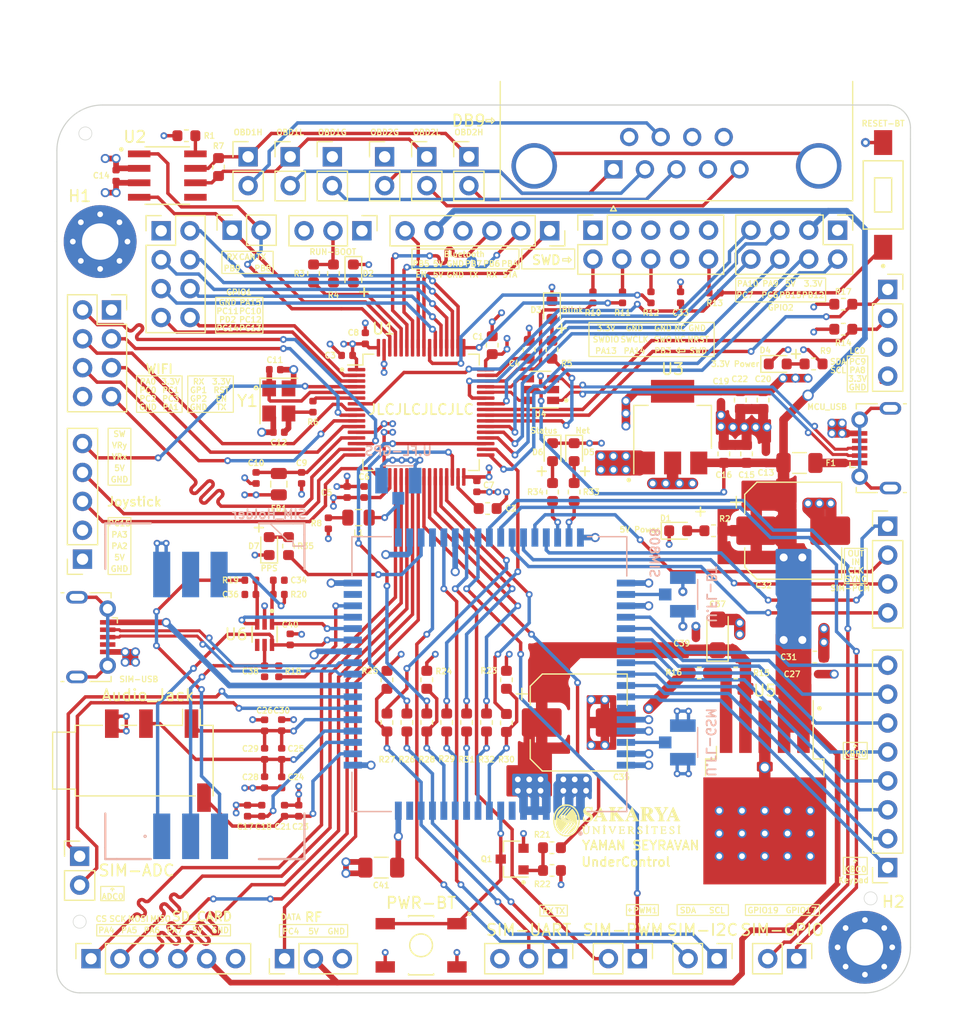
<source format=kicad_pcb>
(kicad_pcb (version 20210606) (generator pcbnew)
  (layers (0 "F.Cu" signal) (1 "In1.Cu" power) (2 "In2.Cu" power) (31 "B.Cu" signal) (34 "B.Paste" user) (35 "F.Paste" user) (36 "B.SilkS" user "B.Silkscreen") (37 "F.SilkS" user "F.Silkscreen") (38 "B.Mask" user) (39 "F.Mask" user) (44 "Edge.Cuts" user))
  (net 0 "")
  (net 1 "GND")
  (net 2 "Protected_5V")
  (net 3 "VBAT")
  (net 4 "+3.3VA")
  (net 5 "NRST")
  (net 6 "VRTC")
  (net 7 "HSE_IN")
  (net 8 "SIM_DATA")
  (net 9 "SIM_CLK")
  (net 10 "SIM_VDD")
  (net 11 "Right")
  (net 12 "Left")
  (net 13 "MIC1N")
  (net 14 "MIC1P")
  (net 15 "LED_STATUS")
  (net 16 "/MCU_CAP31")
  (net 17 "/MCU_CAP47")
  (net 18 "+5V")
  (net 19 "USB_CONN_D+")
  (net 20 "USB_CONN_D-")
  (net 21 "RX_WIFI")
  (net 22 "CH_EN_WIFI")
  (net 23 "GPIO2_WIFI")
  (net 24 "RESET_WIFI")
  (net 25 "GPIO0_WIFI")
  (net 26 "TX_WIFI")
  (net 27 "DATA_RF")
  (net 28 "EN_Bluetooth")
  (net 29 "/Crystal_RC")
  (net 30 "MISO_SD")
  (net 31 "MOSI_SD")
  (net 32 "CS_SD")
  (net 33 "SIM_USB_D+")
  (net 34 "SIM_USB_D-")
  (net 35 "GPS_ANT")
  (net 36 "GSM_ANT")
  (net 37 "BT_ANT")
  (net 38 "SIM_RXD")
  (net 39 "SIM_TXD")
  (net 40 "PWRKEY")
  (net 41 "/SIM_RST_Pro")
  (net 42 "/5V_LED")
  (net 43 "PD2")
  (net 44 "PC12")
  (net 45 "NETLIGHT")
  (net 46 "STATUS")
  (net 47 "PPS")
  (net 48 "PWRKEY_Sig")
  (net 49 "BOOT0")
  (net 50 "HSE_OUT")
  (net 51 "SIM_TX_Sig")
  (net 52 "SIM_RX_Sig")
  (net 53 "SIM_RTS")
  (net 54 "SIM_RTS_Sig")
  (net 55 "SIM_RST")
  (net 56 "SIM_CTS")
  (net 57 "SIM_CTS_Sig")
  (net 58 "SIM_DTR")
  (net 59 "SIM_DTR_Sig")
  (net 60 "SIM_DCD")
  (net 61 "SIM_DCD_Sig")
  (net 62 "SIM_RING")
  (net 63 "SIM_RING_Sig")
  (net 64 "/BOOT_LED")
  (net 65 "SDA_LCD")
  (net 66 "USB_D-")
  (net 67 "USB_D+")
  (net 68 "SWDIO")
  (net 69 "SWCLK")
  (net 70 "SWO")
  (net 71 "+3V3")
  (net 72 "SIM_VBUS")
  (net 73 "/Blink_LED")
  (net 74 "/3.3V_LED")
  (net 75 "/NETLIGHT_LED")
  (net 76 "/STATUS_LED")
  (net 77 "/PPS_LED")
  (net 78 "/BOOT_RUN_P")
  (net 79 "CAN_RX")
  (net 80 "CAN_TX")
  (net 81 "PC11")
  (net 82 "PC10")
  (net 83 "PA15")
  (net 84 "PA10")
  (net 85 "PA9")
  (net 86 "PC7")
  (net 87 "PC6")
  (net 88 "PB15")
  (net 89 "PB12")
  (net 90 "PC14")
  (net 91 "PC13")
  (net 92 "STATE_Bluetooth")
  (net 93 "RXD_Bluetooth")
  (net 94 "TXD_Bluetooth")
  (net 95 "/SWDIO_P")
  (net 96 "/SWCLK_P")
  (net 97 "/SWO_P")
  (net 98 "/NRTS_P")
  (net 99 "SCK_SD")
  (net 100 "OBD1_CANH")
  (net 101 "OBD2_CANL")
  (net 102 "OBD1_GND")
  (net 103 "OBD1_CANL")
  (net 104 "OBD2_GND")
  (net 105 "VRx")
  (net 106 "VRy")
  (net 107 "SW_Joystick")
  (net 108 "SCL_LCD")
  (net 109 "/SIM_CLK_Pro")
  (net 110 "/SIM_DATA_Pro")
  (net 111 "/SIM_ADC_P1")
  (net 112 "/SIM_ADC_P0")
  (net 113 "/KBC0")
  (net 114 "/KBC1")
  (net 115 "/KBC2")
  (net 116 "/KBC3")
  (net 117 "/KBR0")
  (net 118 "/KBR1")
  (net 119 "/KBR2")
  (net 120 "/KBR3")
  (net 121 "CAN_H")
  (net 122 "CAN_L")
  (net 123 "/SIM_PCM_P1")
  (net 124 "/SIM_PCM_P2")
  (net 125 "/SIM_PCM_P3")
  (net 126 "/SIM_PCM_P4")
  (net 127 "/SIM_GPIO_P1")
  (net 128 "unconnected-(J2-Pad6)")
  (net 131 "/SIM_GPIO_P2")
  (net 132 "/SIM_PWM_P1")
  (net 133 "/SIM_PWM_P2")
  (net 134 "/SIM_I2C_P1")
  (net 135 "/SIM_I2C_P2")
  (net 136 "/GPS_RL")
  (net 137 "/PWRKEY_TB")
  (net 138 "/CAN_TR_RS")
  (net 139 "/5V_REG_ADJ")
  (net 145 "unconnected-(J16-Pad0)")
  (net 151 "unconnected-(J18-Pad6)")
  (footprint "MountingHole:MountingHole_3.2mm_M3_Pad_Via" (layer "F.Cu") (at 33.8 94)
    (fp_text reference "H1")
    (fp_text value "MountingHole_Pad")
  )
  (footprint "Resistor_SMD:R_0603_1608Metric" (layer "F.Cu") (at 73.5 149.25 180)
    (fp_text reference "R22")
    (fp_text value "47k")
  )
  (footprint "Connector_PinHeader_2.54mm:PinHeader_1x03_P2.54mm_Vertical" (layer "F.Cu") (at 56.8 93.05 -90)
    (fp_text reference "J1" hide)
    (fp_text value "RUN-BOOT" hide)
  )
  (footprint "Capacitor_SMD:C_0402_1005Metric" (layer "F.Cu") (at 46.75 144 90)
    (fp_text reference "C17")
    (fp_text value "10pf")
  )
  (footprint "Capacitor_SMD:C_0402_1005Metric" (layer "F.Cu") (at 48 144 90)
    (fp_text reference "C18")
    (fp_text value "30pf")
  )
  (footprint "Capacitor_SMD:C_0402_1005Metric" (layer "F.Cu") (at 49.75 139 90)
    (fp_text reference "C25")
    (fp_text value "10pf")
  )
  (footprint "Capacitor_SMD:C_1206_3216Metric" (layer "F.Cu") (at 58.5 149 180)
    (fp_text reference "C41")
    (fp_text value "47uf")
  )
  (footprint "Capacitor_SMD:C_0402_1005Metric" (layer "F.Cu") (at 49.5 123.75 180)
    (fp_text reference "C34")
    (fp_text value "33pf")
  )
  (footprint "Capacitor_SMD:C_0402_1005Metric" (layer "F.Cu") (at 49.75 141.515 90)
    (fp_text reference "C24")
    (fp_text value "10pf")
  )
  (footprint "Capacitor_SMD:C_0402_1005Metric" (layer "F.Cu") (at 48.25 141.5 90)
    (fp_text reference "C28")
    (fp_text value "30pf")
  )
  (footprint "Capacitor_SMD:C_0402_1005Metric" (layer "F.Cu") (at 48.25 139 90)
    (fp_text reference "C29")
    (fp_text value "30pf")
  )
  (footprint "Capacitor_SMD:C_0603_1608Metric" (layer "F.Cu") (at 67.85 117.45)
    (fp_text reference "C2")
    (fp_text value "2.2uf")
  )
  (footprint "Capacitor_SMD:C_0603_1608Metric" (layer "F.Cu") (at 71.5 103.5 90)
    (fp_text reference "C4")
    (fp_text value "2.2uf")
  )
  (footprint "Capacitor_SMD:C_0402_1005Metric" (layer "F.Cu") (at 49.15 105.25)
    (fp_text reference "C11")
    (fp_text value "12pf")
  )
  (footprint "Capacitor_SMD:C_0402_1005Metric" (layer "F.Cu") (at 49.5 110.75 180)
    (fp_text reference "C12")
    (fp_text value "12pf")
  )
  (footprint "Capacitor_SMD:C_0402_1005Metric" (layer "F.Cu") (at 47 125)
    (fp_text reference "C36")
    (fp_text value "33pf")
  )
  (footprint "Capacitor_SMD:C_0402_1005Metric" (layer "F.Cu") (at 50.5 128.95 -90)
    (fp_text reference "C40")
    (fp_text value "100nf")
  )
  (footprint "Capacitor_SMD:C_0402_1005Metric" (layer "F.Cu") (at 50 144 90)
    (fp_text reference "C21")
    (fp_text value "30pf")
  )
  (footprint "Capacitor_SMD:C_0402_1005Metric" (layer "F.Cu") (at 48.25 131.75 90)
    (fp_text reference "C38")
    (fp_text value "33pf")
  )
  (footprint "LED_SMD:LED_0603_1608Metric" (layer "F.Cu") (at 48.65 120.75 90)
    (fp_text reference "D7")
    (fp_text value "Yellow")
  )
  (footprint "Connector_PinHeader_2.54mm:PinHeader_1x02_P2.54mm_Vertical" (layer "F.Cu") (at 95 157 -90)
    (fp_text reference "J24" hide)
    (fp_text value "SIM-GPIO" hide)
  )
  (footprint "LED_SMD:LED_0603_1608Metric" (layer "F.Cu") (at 56.05 96.8 -90)
    (fp_text reference "D2")
    (fp_text value "GREEN")
  )
  (footprint "Capacitor_SMD:C_0402_1005Metric" (layer "F.Cu") (at 51.25 144 90)
    (fp_text reference "C23")
    (fp_text value "10pf")
  )
  (footprint "Capacitor_SMD:C_0402_1005Metric" (layer "F.Cu") (at 48.25 136.5 90)
    (fp_text reference "C26")
    (fp_text value "10pf")
  )
  (footprint "Connector_PinSocket_2.54mm:PinSocket_1x08_P2.54mm_Vertical" (layer "F.Cu") (at 103 149 180)
    (fp_text reference "J21" hide)
    (fp_text value "Keypad" hide)
  )
  (footprint "Capacitor_SMD:C_0402_1005Metric" (layer "F.Cu") (at 49.75 136.485 90)
    (fp_text reference "C30")
    (fp_text value "30pf")
  )
  (footprint "Diode_SMD:D_0603_1608Metric" (layer "F.Cu") (at 73.5 100 -90)
    (fp_text reference "D3")
    (fp_text value "GREEN")
  )
  (footprint "LED_SMD:LED_0603_1608Metric" (layer "F.Cu") (at 75.45 112.5 -90)
    (fp_text reference "D5")
    (fp_text value "BLUE")
  )
  (footprint "Fuse:Fuse_1206_3216Metric" (layer "F.Cu") (at 95.25 113.45)
    (fp_text reference "F1")
    (fp_text value "12H1200C")
  )
  (footprint "Diode_SMD:D_0603_1608Metric" (layer "F.Cu") (at 93.3375 104.75)
    (fp_text reference "D4")
    (fp_text value "RED")
  )
  (footprint "LED_SMD:LED_0603_1608Metric" (layer "F.Cu") (at 73.55 112.5 -90)
    (fp_text reference "D6")
    (fp_text value "GREEN")
  )
  (footprint "Resistor_SMD:R_0402_1005Metric" (layer "F.Cu") (at 53.85 118.75 -90)
    (fp_text reference "R8")
    (fp_text value "22")
  )
  (footprint "Resistor_SMD:R_0603_1608Metric" (layer "F.Cu") (at 60.75 136.25 -90)
    (fp_text reference "R26")
    (fp_text value "1k")
  )
  (footprint "Resistor_SMD:R_0402_1005Metric" (layer "F.Cu") (at 49.5 131.75 -90)
    (fp_text reference "R18")
    (fp_text value "22")
  )
  (footprint "Resistor_SMD:R_0603_1608Metric" (layer "F.Cu") (at 73.5 147.25)
    (fp_text reference "R21")
    (fp_text value "4.7k")
  )
  (footprint "Resistor_SMD:R_0603_1608Metric" (layer "F.Cu") (at 54.3 96.8 90)
    (fp_text reference "R4")
    (fp_text value "1k")
  )
  (footprint "Resistor_SMD:R_0603_1608Metric" (layer "F.Cu") (at 99.1 99.5)
    (fp_text reference "R17")
    (fp_text value "2.2k")
  )
  (footprint "Resistor_SMD:R_0603_1608Metric" (layer "F.Cu") (at 67.75 136.25 -90)
    (fp_text reference "R32")
    (fp_text value "1k")
  )
  (footprint "Resistor_SMD:R_0402_1005Metric" (layer "F.Cu") (at 52.5 108.5 -90)
    (fp_text reference "R6")
    (fp_text value "47")
  )
  (footprint "Resistor_SMD:R_0603_1608Metric" (layer "F.Cu") (at 69.5 136.2875 -90)
    (fp_text reference "R30")
    (fp_text value "1k")
  )
  (footprint "Resistor_SMD:R_0603_1608Metric" (layer "F.Cu") (at 59 136.25 -90)
    (fp_text reference "R27")
    (fp_text value "1k")
  )
  (footprint "Resistor_SMD:R_0603_1608Metric" (layer "F.Cu") (at 50.35 120.75 -90)
    (fp_text reference "R35")
    (fp_text value "1k")
  )
  (footprint "Resistor_SMD:R_0603_1608Metric" (layer "F.Cu") (at 62.5 136.25 -90)
    (fp_text reference "R28")
    (fp_text value "1k")
  )
  (footprint "Resistor_SMD:R_0603_1608Metric" (layer "F.Cu") (at 64.25 136.25 -90)
    (fp_text reference "R29")
    (fp_text value "1k")
  )
  (footprint "Resistor_SMD:R_0603_1608Metric" (layer "F.Cu") (at 66 136.25 -90)
    (fp_text reference "R31")
    (fp_text value "1k")
  )
  (footprint "Resistor_SMD:R_0402_1005Metric" (layer "F.Cu") (at 49.5 125 180)
    (fp_text reference "R20")
    (fp_text value "22")
  )
  (footprint "Resistor_SMD:R_0402_1005Metric" (layer "F.Cu") (at 47 123.75)
    (fp_text reference "R19")
    (fp_text value "22")
  )
  (footprint "Package_TO_SOT_SMD:SOT-23" (layer "F.Cu") (at 70 148.25 180)
    (fp_text reference "Q1")
    (fp_text value "S8050")
  )
  (footprint "Connector_PinHeader_2.54mm:PinHeader_1x02_P2.54mm_Vertical" (layer "F.Cu") (at 32 148)
    (fp_text reference "J20" hide)
    (fp_text value "SIM-ADC" hide)
  )
  (footprint "Inductor_SMD:L_0805_2012Metric" (layer "F.Cu") (at 56.5 118.25)
    (fp_text reference "L1")
    (fp_text value "47uh")
  )
  (footprint "Connector_PinHeader_2.54mm:PinHeader_1x03_P2.54mm_Vertical" (layer "F.Cu") (at 74 157 -90)
    (fp_text reference "J22" hide)
    (fp_text value "SIM-UART" hide)
  )
  (footprint "Connector_PinHeader_2.54mm:PinHeader_1x02_P2.54mm_Vertical" (layer "F.Cu") (at 88 157 -90)
    (fp_text reference "J26" hide)
    (fp_text value "SIM-I2C" hide)
  )
  (footprint "Connector_PinHeader_2.54mm:PinHeader_1x03_P2.54mm_Vertical" (layer "F.Cu") (at 50 157 90)
    (fp_text reference "J17" hide)
    (fp_text value "RF" hide)
  )
  (footprint "Capacitor_SMD:C_0402_1005Metric" (layer "F.Cu") (at 55.5 116 90)
    (fp_text reference "C5")
    (fp_text value "100nf")
  )
  (footprint "Capacitor_SMD:C_0402_1005Metric" (layer "F.Cu") (at 57 116 90)
    (fp_text reference "C6")
    (fp_text value "100nf")
  )
  (footprint "Capacitor_SMD:C_0402_1005Metric" (layer "F.Cu") (at 66.9 115.5 -90)
    (fp_text reference "C7")
    (fp_text value "100nf")
  )
  (footprint "Capacitor_SMD:C_0402_1005Metric" (layer "F.Cu") (at 55.5 104 180)
    (fp_text reference "C3")
    (fp_text value "100nf")
  )
  (footprint "Capacitor_SMD:C_0603_1608Metric" (layer "F.Cu") (at 68.25 103.1 90)
    (fp_text reference "C1")
    (fp_text value "4.7uf")
  )
  (footprint "Resistor_SMD:R_0603_1608Metric" (layer "F.Cu") (at 96.4875 104.75 180)
    (fp_text reference "R9")
    (fp_text value "1k")
  )
  (footprint "Resistor_SMD:R_0603_1608Metric" (layer "F.Cu") (at 73.5 103.5 90)
    (fp_text reference "R5")
    (fp_text value "1k")
  )
  (footprint "Resistor_SMD:R_0603_1608Metric" (layer "F.Cu") (at 75.45 116 -90)
    (fp_text reference "R33")
    (fp_text value "1k")
  )
  (footprint "Resistor_SMD:R_0603_1608Metric" (layer "F.Cu") (at 73.55 116 -90)
    (fp_text reference "R34")
    (fp_text value "1k")
  )
  (footprint "Package_QFP:LQFP-64_10x10mm_P0.5mm" (layer "F.Cu") (at 62 109)
    (fp_text reference "U1")
    (fp_text value "STM32F405RGT6")
  )
  (footprint "Resistor_SMD:R_0603_1608Metric" (layer "F.Cu") (at 52.55 96.8 -90)
    (fp_text reference "R3")
    (fp_text value "10k")
  )
  (footprint "Resistor_SMD:R_0603_1608Metric" (layer "F.Cu") (at 69.5 132.5 -90)
    (fp_text reference "R23")
    (fp_text value "5.6k")
  )
  (footprint "Resistor_SMD:R_0603_1608Metric" (layer "F.Cu") (at 62.5 132.5 -90)
    (fp_text reference "R24")
    (fp_text value "5.6k")
  )
  (footprint "Capacitor_SMD:C_0603_1608Metric" (layer "F.Cu") (at 90.6 112.65 90)
    (fp_text reference "C15")
    (fp_text value "10uf")
  )
  (footprint "Resistor_SMD:R_0603_1608Metric" (layer "F.Cu") (at 59 132.5 -90)
    (fp_text reference "R25")
    (fp_text value "5.6k")
  )
  (footprint "Package_TO_SOT_SMD:SOT-223-3_TabPin2" (layer "F.Cu") (at 84.1 110.3 90)
    (fp_text reference "U3")
    (fp_text value "LD1117S33TR_SOT223")
  )
  (footprint "Capacitor_SMD:C_0402_1005Metric" (layer "F.Cu") (at 88.35 107.625 -90)
    (fp_text reference "C19")
    (fp_text value "100nf")
  )
  (footprint "Capacitor_SMD:C_0603_1608Metric" (layer "F.Cu") (at 88.6 112.65 90)
    (fp_text reference "C16")
    (fp_text value "10uf")
  )
  (footprint "Package_TO_SOT_SMD:SOT-23-6" (layer "F.Cu") (at 72.5 107 180)
    (fp_text reference "U4")
    (fp_text value "USBLC6-2SC6")
  )
  (footprint "Kicad lib:SOT65P210X110-6N" (layer "F.Cu") (at 48.25 128.5 -90)
    (fp_text reference "U6")
    (fp_text value "SMF05CT1G")
  )
  (footprint "Crystal:Crystal_SMD_3225-4Pin_3.2x2.5mm" (layer "F.Cu") (at 49.5 108 -90)
    (fp_text reference "Y1")
    (fp_text value "16MHz")
  )
  (footprint "Kicad lib:USB_Micro_JLCPCB" (layer "F.Cu") (at 33 128.75 -90)
    (fp_text reference "J18" hide)
    (fp_text value "SIM_USB" hide)
  )
  (footprint "Capacitor_SMD:C_0603_1608Metric" (layer "F.Cu") (at 96.6 130.5)
    (fp_text reference "C31")
    (fp_text value "10uf")
  )
  (footprint "Capacitor_SMD:C_0402_1005Metric" (layer "F.Cu") (at 86.15 129.3 90)
    (fp_text reference "C39")
    (fp_text value "100nf")
  )
  (footprint "Resistor_SMD:R_0603_1608Metric" (layer "F.Cu") (at 89.65 131.9 180)
    (fp_text reference "R15")
    (fp_text value "3.6k")
  )
  (footprint "Resistor_SMD:R_0603_1608Metric" (layer "F.Cu") (at 86.45 131.9 180)
    (fp_text reference "R16")
    (fp_text value "1.5k")
  )
  (footprint "Capacitor_SMD:CP_Elec_8x10" (layer "F.Cu") (at 75.85 136.25)
    (fp_text reference "C35")
    (fp_text value "470uf")
  )
  (footprint "Capacitor_SMD:C_0402_1005Metric" (layer "F.Cu") (at 96.4 132)
    (fp_text reference "C27")
    (fp_text value "100nf")
  )
  (footprint "Capacitor_Tantalum_SMD:CP_EIA-3216-18_Kemet-A" (layer "F.Cu") (at 88.05 128.55 90)
    (fp_text reference "C37")
    (fp_text value "10uf")
  )
  (footprint "Package_TO_SOT_SMD:TO-263-5_TabPin3" (layer "F.Cu") (at 92.2 142.4 -90)
    (fp_text reference "U5")
    (fp_text value "MIC29302WU-Regulator_Linear")
  )
  (footprint "Capacitor_SMD:C_0402_1005Metric" (layer "F.Cu") (at 51.5 114.765 -90)
    (fp_text reference "C9")
    (fp_text value "1uf")
  )
  (footprint "Capacitor_SMD:C_0402_1005Metric" (layer "F.Cu") (at 47.5 114.765 -90)
    (fp_text reference "C10")
    (fp_text value "10nf")
  )
  (footprint "Inductor_SMD:L_0805_2012Metric" (layer "F.Cu") (at 49.5 115.312 -90)
    (fp_text reference "FB1")
    (fp_text value "BEADS 600 @ 600 MHz")
  )
  (footprint "Capacitor_SMD:CP_Elec_8x10" (layer "F.Cu") (at 94.7 119.4)
    (fp_text reference "C32")
    (fp_text value "470uf")
  )
  (footprint "Capacitor_SMD:C_0402_1005Metric" (layer "F.Cu") (at 84.8 98.9 90)
    (fp_text reference "C33")
    (fp_text value "100nf")
  )
  (footprint "Connector_PinSocket_2.54mm:PinSocket_2x05_P2.54mm_Vertical" (layer "F.Cu") (at 77.1 93 90)
    (fp_text reference "J10" hide)
    (fp_text value "SWD" hide)
  )
  (footprint "Resistor_SMD:R_0402_1005Metric" (layer "F.Cu") (at 82.2 98.9 -90)
    (fp_text reference "R12")
    (fp_text value "22")
  )
  (footprint "Resistor_SMD:R_0402_1005Metric" (layer "F.Cu") (at 77.1 98.9 -90)
    (fp_text reference "R10")
    (fp_text value "22")
  )
  (footprint "Resistor_SMD:R_0402_1005Metric" (layer "F.Cu") (at 79.7 98.9 -90)
    (fp_text reference "R11")
    (fp_text value "22")
  )
  (footprint "Resistor_SMD:R_0402_1005Metric" (layer "F.Cu") (at 87.8 98.5)
    (fp_text reference "R13")
    (fp_text value "22")
  )
  (footprint "Capacitor_SMD:C_0402_1005Metric" (layer "F.Cu") (at 57.1 102.5 90)
    (fp_text reference "C8")
    (fp_text value "100nf")
  )
  (footprint "Connector_PinSocket_2.54mm:PinSocket_1x02_P2.54mm_Vertical" (layer "F.Cu") (at 45.4 93 90)
    (fp_text reference "J15" hide)
    (fp_text value "CAN" hide)
  )
  (footprint "Connector_PinSocket_2.54mm:PinSocket_1x06_P2.54mm_Vertical" (layer "F.Cu") (at 73.3 93.05 -90)
    (fp_text reference "J7" hide)
    (fp_text value "Bluetooth" hide)
  )
  (footprint "Connector_PinHeader_2.54mm:PinHeader_2x04_P2.54mm_Vertical" (layer "F.Cu") (at 39.16 93.05)
    (fp_text reference "J4" hide)
    (fp_text value "GPIO1" hide)
  )
  (footprint "Connector_PinHeader_2.54mm:PinHeader_2x04_P2.54mm_Vertical" (layer "F.Cu") (at 98.6 93 -90)
    (fp_text reference "J6" hide)
    (fp_text value "GPIO2" hide)
  )
  (footprint "Connector_PinHeader_2.54mm:PinHeader_1x02_P2.54mm_Vertical" (layer "F.Cu") (at 46.8 86.55)
    (fp_text reference "JP1" hide)
    (fp_text value "OBD1H" hide)
  )
  (footprint "Connector_PinHeader_2.54mm:PinHeader_1x02_P2.54mm_Vertical" (layer "F.Cu") (at 50.5 86.55)
    (fp_text reference "JP2" hide)
    (fp_text value "OBD1L" hide)
  )
  (footprint "Connector_PinHeader_2.54mm:PinHeader_1x02_P2.54mm_Vertical" (layer "F.Cu") (at 66.2 86.55)
    (fp_text reference "JP4" hide)
    (fp_text value "OBD2H" hide)
  )
  (footprint "Connector_PinHeader_2.54mm:PinHeader_1x02_P2.54mm_Vertical" (layer "F.Cu") (at 62.5 86.55)
    (fp_text reference "JP5" hide)
    (fp_text value "OBD2L" hide)
  )
  (footprint "Connector_PinHeader_2.54mm:PinHeader_1x02_P2.54mm_Vertical" (layer "F.Cu") (at 58.8 86.55)
    (fp_text reference "JP6" hide)
    (fp_text value "OBD2G" hide)
  )
  (footprint "Resistor_SMD:R_0603_1608Metric" (layer "F.Cu") (at 87.6875 119.4025 180)
    (fp_text reference "R2")
    (fp_text value "1k")
  )
  (footprint "Resistor_SMD:R_0603_1608Metric" (layer "F.Cu") (at 44.2 87.45 -90)
    (fp_text reference "R7")
    (fp_text value "120")
  )
  (footprint "Connector_Dsub:DSUB-9_Female_Horizontal_P2.77x2.84mm_EdgePinOffset4.94mm_Housed_MountingHolesOffset7.48mm" (layer "F.Cu") (at 78.9 87.65 180)
    (fp_text reference "J16" hide)
    (fp_text value "DB9" hide)
  )
  (footprint "Connector_PinHeader_2.54mm:PinHeader_1x02_P2.54mm_Vertical" (layer "F.Cu") (at 54.2 86.55)
    (fp_text reference "JP3" hide)
    (fp_text value "OBD1G" hide)
  )
  (footprint "Kicad lib:SOIC127P599X175-8N" (layer "F.Cu") (at 39.7 88.2)
    (fp_text reference "U2")
    (fp_text value "SN65HVD230DR")
  )
  (footprint "Capacitor_SMD:C_0402_1005Metric" (layer "F.Cu") (at 35.2 88.2 90)
    (fp_text reference "C14")
    (fp_text value "100nf")
  )
  (footprint "Resistor_SMD:R_0603_1608Metric" (layer "F.Cu") (at 41.3775 84.7 180)
    (fp_text reference "R1")
    (fp_text value "10k")
  )
  (footprint "Kicad lib:SW_1437566-4" (layer "F.Cu") (at 102.6 89.9 90)
    (fp_text reference "SW1" hide)
    (fp_text value "RESET-BT" hide)
  )
  (footprint "Kicad lib:SW_TL3342F160QG" (layer "F.Cu") (at 62 155.825 180)
    (fp_text reference "S1" hide)
    (fp_text value "PWR-BT" hide)
  )
  (footprint "Connector_PinSocket_2.54mm:PinSocket_1x05_P2.54mm_Vertical" (layer "F.Cu") (at 32.25 121.9 180)
    (fp_text reference "J13" hide)
    (fp_text value "Joystick" hide)
  )
  (footprint "Connector_PinHeader_2.54mm:PinHeader_1x02_P2.54mm_Vertical" (layer "F.Cu") (at 81 157 -90)
    (fp_text reference "J25" hide)
    (fp_text value "SIM-PWM" hide)
  )
  (footprint "Diode_SMD:D_0603_1608Metric" (layer "F.Cu") (at 84.5875 119.4025)
    (fp_text reference "D1")
    (fp_text value "RED")
  )
  (footprint "MountingHole:MountingHole_3.2mm_M3_Pad_Via" (layer "F.Cu") (at 101 156)
    (fp_text reference "H2")
    (fp_text value "MountingHole_Pad")
  )
  (footprint "IoTDevBoard:SauLogo" (layer "F.Cu") (at 79.2 144.85)
    (fp_text reference "G***" hide)
    (fp_text value "LOGO" hide)
  )
  (footprint "Connector_PinSocket_2.54mm:PinSocket_1x04_P2.54mm_Vertical" (layer "F.Cu") (at 103 98.2)
    (fp_text reference "J14" hide)
    (fp_text value "LCD" hide)
  )
  (footprint "Kicad lib:USB_Micro_JLCPCB" (layer "F.Cu") (at 102 112.15 90)
    (fp_text reference "J2" hide)
    (fp_text value "MCU-USB" hide)
  )
  (footprint "Connector_PinHeader_2.54mm:PinHeader_1x04_P2.54mm_Vertical" (layer "F.Cu") (at 103 119)
    (fp_text reference "J23" hide)
    (fp_text value "SIM-PCM" hide)
  )
  (footprint "Resistor_SMD:R_0603_1608Metric" (layer "F.Cu") (at 99.1 101.7)
    (fp_text reference "R14")
    (fp_text value "2.2k")
  )
  (footprint "Connector_PinSocket_2.54mm:PinSocket_2x04_P2.54mm_Vertical" (layer "F.Cu") (at 34.8 100)
    (fp_text reference "J3" hide)
    (fp_text value "WIFI" hide)
  )
  (footprint "Connector_PinSocket_2.54mm:PinSocket_1x06_P2.54mm_Vertical" (layer "F.Cu") (at 33 157 90)
    (fp_text reference "J9" hide)
    (fp_text value "SD_CARD" hide)
  )
  (footprint "Connector_Audio:Jack_3.5mm_PJ320D_Horizontal" (layer "F.Cu") (at 38 139.6)
    (fp_text reference "J12" hide)
    (fp_text value "Audio_Jack" hide)
  )
  (footprint "Capacitor_SMD:C_0402_1005Metric" (layer "F.Cu") (at 92.3 112.95 90)
    (fp_text reference "C13")
    (fp_text value "100nf")
  )
  (footprint "Capacitor_SMD:C_0603_1608Metric" (layer "F.Cu") (at 90.05 107.925 -90)
    (fp_text reference "C22")
    (fp_text value "10uf")
  )
  (footprint "Capacitor_SMD:C_0603_1608Metric" (layer "F.Cu") (at 92.05 107.925 -90)
    (fp_text reference "C20")
    (fp_text value "10uf")
  )
  (footprint "Kicad lib:FCI_7111S2015X02LF" (layer "B.Cu") (at 41.75 134.75)
    (fp_text reference "J19" hide)
    (fp_text value "SIM_Holder" hide)
  )
  (footprint "Kicad lib:HRS_U.FL-R-SMT(01)" (layer "B.Cu") (at 85 125 90)
    (fp_text reference "J11" hide)
    (fp_text value "U.FL-BT" hide)
  )
  (footprint "Kicad lib:HRS_U.FL-R-SMT(01)" (layer "B.Cu") (at 60 115 180)
    (fp_text reference "J5" hide)
    (fp_text value "U.FL-GPS" hide)
  )
  (footprint "Kicad lib:HRS_U.FL-R-SMT(01)" (layer "B.Cu") (at 85 138 90)
    (fp_text reference "J8" hide)
    (fp_text value "U.FL-GSM" hide)
  )
  (footprint "Kicad lib:XCVR_SIM808" (layer "B.Cu") (at 68 132 90)
    (fp_text reference "U7" hide)
    (fp_text value "SIM808" hide)
  )
  (gr_circle (center 47.5 106.85) (end 47.55 106.9) (layer "F.SilkS") (width 0.15) (fill none))
  (gr_circle (center 74.75 107.95) (end 74.85 107.95) (layer "F.SilkS") (width 0.2) (fill none))
  (gr_circle (center 80.25 114.95) (end 80.35 114.95) (layer "F.SilkS") (width 0.2) (fill none))
  (gr_circle (center 71 150.3) (end 71.1 150.3) (layer "F.SilkS") (width 0.2) (fill none))
  (gr_circle (center 48.9 126.45) (end 49 126.45) (layer "F.SilkS") (width 0.2) (fill none))
  (gr_circle (center 97 135) (end 97.1 135) (layer "F.SilkS") (width 0.2) (fill none))
  (gr_line (start 68.2 83.275) (end 67.7 83.275) (layer "F.SilkS") (width 0.1))
  (gr_line (start 100.15 138.475) (end 100.15 138.225) (layer "F.SilkS") (width 0.1))
  (gr_circle (center 55.05 105.25) (end 55.15 105.25) (layer "F.SilkS") (width 0.2) (fill none))
  (gr_rect (start 44.5 94.85) (end 49 96.8) (layer "F.SilkS") (width 0.1) (fill none))
  (gr_rect (start 48.1 102.05) (end 43.95 98.9) (layer "F.SilkS") (width 0.1) (fill none))
  (gr_line (start 68.2 83.125) (end 68.2 83.625) (layer "F.SilkS") (width 0.1))
  (gr_line (start 84.675 103.675) (end 85.175 103.675) (layer "F.SilkS") (width 0.1))
  (gr_line (start 74.95 95.5) (end 74.45 95.5) (layer "F.SilkS") (width 0.1))
  (gr_line (start 67.7 83.475) (end 68.2 83.475) (layer "F.SilkS") (width 0.1))
  (gr_rect (start 101.25 104.05) (end 99.45 107.2) (layer "F.SilkS") (width 0.1) (fill none))
  (gr_line (start 74.45 95.5) (end 74.45 95.7) (layer "F.SilkS") (width 0.1))
  (gr_line (start 74.45 95.7) (end 74.95 95.7) (layer "F.SilkS") (width 0.1))
  (gr_line (start 75.2 95.6) (end 74.95 95.35) (layer "F.SilkS") (width 0.1))
  (gr_line (start 80.25 152.725) (end 80.35 152.875) (layer "F.SilkS") (width 0.1))
  (gr_rect (start 35.9 151.9) (end 33.85 150.65) (layer "F.SilkS") (width 0.1) (fill none))
  (gr_rect (start 101.2 139.45) (end 99.1 138) (layer "F.SilkS") (width 0.1) (fill none))
  (gr_rect (start 101.2 149.6) (end 99.1 148.1) (layer "F.SilkS") (width 0.1) (fill none))
  (gr_line (start 80.35 152.575) (end 80.25 152.725) (layer "F.SilkS") (width 0.1))
  (gr_line (start 84.425 103.575) (end 84.675 103.825) (layer "F.SilkS") (width 0.1))
  (gr_line (start 34.875 150.8) (end 34.725 150.9) (layer "F.SilkS") (width 0.1))
  (gr_line (start 34.875 151.05) (end 34.875 150.8) (layer "F.SilkS") (width 0.1))
  (gr_rect (start 36.5 123.25) (end 34.5 118.25) (layer "F.SilkS") (width 0.1) (fill none))
  (gr_rect (start 45.25 155) (end 33.5 154) (layer "F.SilkS") (width 0.1) (fill none))
  (gr_rect (start 55.55 155.1) (end 49.55 154) (layer "F.SilkS") (width 0.1) (fill none))
  (gr_line (start 100.15 138.225) (end 100 138.325) (layer "F.SilkS") (width 0.1))
  (gr_line (start 100.15 148.575) (end 100.15 148.325) (layer "F.SilkS") (width 0.1))
  (gr_rect (start 70.6 96.4) (end 61.2 94.65) (layer "F.SilkS") (width 0.1) (fill none))
  (gr_line (start 67.7 83.275) (end 67.7 83.475) (layer "F.SilkS") (width 0.1))
  (gr_line (start 85.175 103.475) (end 84.675 103.475) (layer "F.SilkS") (width 0.1))
  (gr_line (start 85.175 103.675) (end 85.175 103.475) (layer "F.SilkS") (width 0.1))
  (gr_rect (start 41 109) (end 37 105.8) (layer "F.SilkS") (width 0.1) (fill none))
  (gr_line (start 100.15 148.325) (end 100 148.425) (layer "F.SilkS") (width 0.1))
  (gr_rect (start 74.85 153.25) (end 72.45 152.3) (layer "F.SilkS") (width 0.1) (fill none))
  (gr_rect (start 101.2 124.05) (end 99.2 120.95) (layer "F.SilkS") (width 0.1) (fill none))
  (gr_line (start 80.5 152.725) (end 80.25 152.725) (layer "F.SilkS") (width 0.1))
  (gr_rect (start 45.5 109) (end 41.5 105.8) (layer "F.SilkS") (width 0.1) (fill none))
  (gr_rect (start 90.5 153.2) (end 97 152.25) (layer "F.SilkS") (width 0.1) (fill none))
  (gr_line (start 84.675 103.825) (end 84.675 103.325) (layer "F.SilkS") (width 0.1))
  (gr_rect (start 97.55 99.3) (end 89.65 97.2) (layer "F.SilkS") (width 0.1) (fill none))
  (gr_line (start 74.95 95.85) (end 75.2 95.6) (layer "F.SilkS") (width 0.1))
  (gr_rect (start 36.5 115.4) (end 34.5 110.4) (layer "F.SilkS") (width 0.1) (fill none))
  (gr_line (start 68.2 83.625) (end 68.45 83.375) (layer "F.SilkS") (width 0.1))
  (gr_rect (start 87.75 104.1) (end 76.75 101.1) (layer "F.SilkS") (width 0.1) (fill none))
  (gr_line (start 100.3 138.325) (end 100.15 138.225) (layer "F.SilkS") (width 0.1))
  (gr_line (start 35.025 150.9) (end 34.875 150.8) (layer "F.SilkS") (width 0.1))
  (gr_rect (start 82.85 153.2) (end 80.05 152.25) (layer "F.SilkS") (width 0.1) (fill none))
  (gr_line (start 100.3 148.425) (end 100.15 148.325) (layer "F.SilkS") (width 0.1))
  (gr_line (start 74.95 95.35) (end 74.95 95.85) (layer "F.SilkS") (width 0.1))
  (gr_rect (start 84.5 153.2) (end 89 152.25) (layer "F.SilkS") (width 0.1) (fill none))
  (gr_rect (start 70.85 94.65) (end 75.5 96.4) (layer "F.SilkS") (width 0.1) (fill none))
  (gr_line (start 68.45 83.375) (end 68.2 83.125) (layer "F.SilkS") (width 0.1))
  (gr_line (start 84.675 103.325) (end 84.425 103.575) (layer "F.SilkS") (width 0.1))
  (gr_circle (center 101.5 151.7) (end 102.076 151.7) (layer "Edge.Cuts") (width 0.05) (fill none))
  (gr_line (start 32 160) (end 101 160) (layer "Edge.Cuts") (width 0.1))
  (gr_line (start 105 156) (end 105 92) (layer "Edge.Cuts") (width 0.1))
  (gr_arc (start 103 84) (end 105 84) (angle -90) (layer "Edge.Cuts") (width 0.1))
  (gr_arc (start 101 156) (end 101 160) (angle -90) (layer "Edge.Cuts") (width 0.1))
  (gr_arc (start 32 158) (end 30 158) (angle -90) (layer "Edge.Cuts") (width 0.1))
  (gr_arc (start 34 86) (end 34 82) (angle -90) (layer "Edge.Cuts") (width 0.1))
  (gr_line (start 30 94) (end 30 87) (layer "Edge.Cuts") (width 0.1))
  (gr_line (start 103 82) (end 34 82) (layer "Edge.Cuts") (width 0.1))
  (gr_line (start 105 92) (end 105 85) (layer "Edge.Cuts") (width 0.1))
  (gr_circle (center 32 153.75) (end 32.576 153.75) (layer "Edge.Cuts") (width 0.05) (fill none))
  (gr_line (start 30 94) (end 30 158) (layer "Edge.Cuts") (width 0.1))
  (gr_line (start 105 85) (end 105 84) (layer "Edge.Cuts") (width 0.1))
  (gr_line (start 30 87) (end 30 86) (layer "Edge.Cuts") (width 0.1))
  (gr_circle (center 32.5 84.5) (end 33.076 84.5) (layer "Edge.Cuts") (width 0.05) (fill none))
  (gr_text "U.FL-BT" (at 87.5 125 270) (layer "B.SilkS") (effects (font (size 0.8 0.8)) (justify mirror)))
  (gr_text "U.FL-GSM" (at 87.45 138 270) (layer "B.SilkS") (effects (font (size 0.8 0.8)) (justify mirror)))
  (gr_text "U.FL-GPS" (at 60 112.4) (layer "B.SilkS") (effects (font (size 0.8 0.8)) (justify mirror)))
  (gr_text "SIM808" (at 82.5 121.35 270) (layer "B.SilkS") (effects (font (size 0.8 0.8)) (justify mirror)))
  (gr_text "SIM_Holder" (at 48.65 117.95) (layer "B.SilkS") (effects (font (size 0.8 0.8)) (justify mirror)))
  (gr_text "JLCJLCJLCJLC" (at 62 108.75) (layer "F.SilkS") (effects (font (size 0.9 0.9))))
  (gr_text "+" (at 74.35 101.55) (layer "F.SilkS") (effects (font (size 1 1))))
  (gr_text "+" (at 76.4 114.1) (layer "F.SilkS") (effects (font (size 1 1))))
  (gr_text "+" (at 72.6 114.1) (layer "F.SilkS") (effects (font (size 1 1))))
  (gr_text "+" (at 47.75 119.2 180) (layer "F.SilkS") (effects (font (size 1 1))))
  (gr_text "5V Power" (at 81.2 119.3) (layer "F.SilkS") (effects (font (size 0.5 0.5) (thickness 0.1))))
  (gr_text "+" (at 86.55 117.65) (layer "F.SilkS") (effects (font (size 1 1))))
  (gr_text "PPS" (at 48.65 122.7) (layer "F.SilkS") (effects (font (size 0.5 0.5) (thickness 0.1))))
  (gr_text "3.3V Power" (at 89.6 104.75) (layer "F.SilkS") (effects (font (size 0.5 0.5) (thickness 0.1))))
  (gr_text "+" (at 94.9375 103.8) (layer "F.SilkS") (effects (font (size 1 1))))
  (gr_text "Joystick" (at 36.8 116.85) (layer "F.SilkS") (effects (font (size 0.8 0.8))))
  (gr_text "SIM-PWM" (at 79.75 154.475) (layer "F.SilkS") (effects (font (size 1 1))))
  (gr_text "PB3" (at 83.25 103.6) (layer "F.SilkS") (effects (font (size 0.5 0.5) (thickness 0.1))))
  (gr_text "GND" (at 35.5 114.9) (layer "F.SilkS") (effects (font (size 0.5 0.5) (thickness 0.1))))
  (gr_text "GND" (at 38 108.55) (layer "F.SilkS") (effects (font (size 0.5 0.5) (thickness 0.1))))
  (gr_text "TX" (at 47.95 95.35) (layer "F.SilkS") (effects (font (size 0.5 0.5) (thickness 0.1))))
  (gr_text "PC11" (at 44.999824 100.106644) (layer "F.SilkS") (effects (font (size 0.5 0.5) (thickness 0.1))))
  (gr_text "OBD1G" (at 54.2 84.4) (layer "F.SilkS") (effects (font (size 0.5 0.5) (thickness 0.1))))
  (gr_text "RF" (at 52.55 153.35) (layer "F.SilkS") (effects (font (size 0.8 0.8))))
  (gr_text "PC12" (at 46.999824 100.856644) (layer "F.SilkS") (effects (font (size 0.5 0.5) (thickness 0.1))))
  (gr_text "Keypad" (at 100 150.1) (layer "F.SilkS") (effects (font (size 0.5 0.5) (thickness 0.1))))
  (gr_text "RST" (at 44.45 107.05) (layer "F.SilkS") (effects (font (size 0.5 0.5) (thickness 0.1))))
  (gr_text "IN" (at 100.2 122.15) (layer "F.SilkS") (effects (font (size 0.5 0.5) (thickness 0.1))))
  (gr_text "SIM-PCM" (at 99.7 124.45) (layer "F.SilkS") (effects (font (size 0.5 0.5) (thickness 0.1))))
  (gr_text "GND" (at 65 96.9) (layer "F.SilkS") (effects (font (size 0.5 0.5) (thickness 0.1))))
  (gr_text "GPIO17" (at 95.4 152.75) (layer "F.SilkS") (effects (font (size 0.5 0.5) (thickness 0.1))))
  (gr_text "TX" (at 74.2 152.8) (layer "F.SilkS") (effects (font (size 0.5 0.5) (thickness 0.1))))
  (gr_text "SW" (at 35.5 110.9) (layer "F.SilkS") (effects (font (size 0.5 0.5) (thickness 0.1))))
  (gr_text "PA9" (at 92.7 97.7) (layer "F.SilkS") (effects (font (size 0.5 0.5) (thickness 0.1))))
  (gr_text "5V" (at 63.5 95.95) (layer "F.SilkS") (effects (font (size 0.5 0.5) (thickness 0.1))))
  (gr_text "5V" (at 94.45 97.7) (layer "F.SilkS") (effects (font (size 0.5 0.5) (thickness 0.1))))
  (gr_text "5V" (at 35.5 121.75) (layer "F.SilkS") (effects (font (size 0.5 0.5) (thickness 0.1))))
  (gr_text "PC2" (at 38 107.8) (layer "F.SilkS") (effects (font (size 0.5 0.5) (thickness 0.1))))
  (gr_text "RX" (at 73.15 152.8) (layer "F.SilkS") (effects (font (size 0.5 0.5) (thickness 0.1))))
  (gr_text "+" (at 57 98.35) (layer "F.SilkS") (effects (font (size 1 1))))
  (gr_text "OUT" (at 100.2 121.4) (layer "F.SilkS") (effects (font (size 0.5 0.5) (thickness 0.1))))
  (gr_text "SYNC" (at 100.2 123.65) (layer "F.SilkS") (effects (font (size 0.5 0.5) (thickness 0.1))))
  (gr_text "PC0" (at 38 107.05) (layer "F.SilkS") (effects (font (size 0.5 0.5) (thickness 0.1))))
  (gr_text "3.3V" (at 78.25 101.6) (layer "F.SilkS") (effects (font (size 0.5 0.5) (thickness 0.1))))
  (gr_text "PWM1" (at 81.7 152.75) (layer "F.SilkS") (effects (font (size 0.5 0.5) (thickness 0.1))))
  (gr_text "PC13" (at 46.999824 101.606644) (layer "F.SilkS") (effects (font (size 0.5 0.5) (thickness 0.1))))
  (gr_text "PD2" (at 44.999824 100.856644) (layer "F.SilkS") (effects (font (size 0.5 0.5) (thickness 0.1))))
  (gr_text "EN" (at 44.45 107.8) (layer "F.SilkS") (effects (font (size 0.5 0.5) (thickness 0.1))))
  (gr_text "PC6" (at 92.65 98.7) (layer "F.SilkS") (effects (font (size 0.5 0.5) (thickness 0.1))))
  (gr_text "5V" (at 63.5 96.9) (layer "F.SilkS") (effects (font (size 0.5 0.5) (thickness 0.1))))
  (gr_text "OBD2G" (at 58.8 84.4) (layer "F.SilkS") (effects (font (size 0.5 0.5) (thickness 0.1))))
  (gr_text "PA7" (at 40.35 154.5) (layer "F.SilkS") (effects (font (size 0.5 0.5) (thickness 0.1))))
  (gr_text "GND" (at 35.5 122.75) (layer "F.SilkS") (effects (font (size 0.5 0.5) (thickness 0.1))))
  (gr_text "LCD" (at 100.35 103.6) (layer "F.SilkS") (effects (font (size 0.5 0.5) (thickness 0.1))))
  (gr_text "SIM-ADC" (at 37 149.25) (layer "F.SilkS") (effects (font (size 1 1))))
  (gr_text "GPIO2" (at 93.6 99.8) (layer "F.SilkS") (effects (font (size 0.5 0.5) (thickness 0.1))))
  (gr_text "PA2" (at 35.5 120.75) (layer "F.SilkS") (effects (font (size 0.5 0.5) (thickness 0.1))))
  (gr_text "KBC0" (at 100.15 149.15) (layer "F.SilkS") (effects (font (size 0.5 0.5) (thickness 0.1))))
  (gr_text "PC10" (at 46.999824 100.106644) (layer "F.SilkS") (effects (font (size 0.5 0.5) (thickness 0.1))))
  (gr_text "RX" (at 42.45 106.3) (layer "F.SilkS") (effects (font (size 0.5 0.5) (thickness 0.1))))
  (gr_text "VRx" (at 35.5 112.9) (layer "F.SilkS") (effects (font (size 0.5 0.5) (thickness 0.1))))
  (gr_text "5V" (at 42.35 154.5) (layer "F.SilkS") (effects (font (size 0.5 0.5) (thickness 0.1))))
  (gr_text "DATA" (at 50.55 153.35) (layer "F.SilkS") (effects (font (size 0.5 0.5) (thickness 0.1))))
  (gr_text "RX" (at 45.4 95.35) (layer "F.SilkS") (effects (font (size 0.5 0.5) (thickness 0.1))))
  (gr_text "GND" (at 44.999824 99.356644) (layer "F.SilkS") (effects (font (size 0.5 0.5) (thickness 0.1))))
  (gr_text "GND" (at 86.25 101.6) (layer "F.SilkS") (effects (font (size 0.5 0.5) (thickness 0.1))))
  (gr_text "SWO" (at 83.25 102.6) (layer "F.SilkS") (effects (font (size 0.5 0.5) (thickness 0.1))))
  (gr_text "CAN" (at 46.725 95.35) (layer "F.SilkS") (effects (font (size 0.5 0.5) (thickness 0.1))))
  (gr_text "PB12" (at 96.45 98.7) (layer "F.SilkS") (effects (font (size 0.5 0.5) (thickness 0.1))))
  (gr_text "OBD1H" (at 46.8 84.4) (layer "F.SilkS") (effects (font (size 0.5 0.5) (thickness 0.1))))
  (gr_text "PA13" (at 78.25 103.6) (layer "F.SilkS") (effects (font (size 0.5 0.5) (thickness 0.1))))
  (gr_text "3.3V" (at 44.45 106.3) (layer "F.SilkS") (effects (font (size 0.5 0.5) (thickness 0.1))))
  (gr_text "5V" (at 52.55 154.6) (layer "F.SilkS") (effects (font (size 0.5 0.5) (thickness 0.1))))
  (gr_text "TX" (at 66.6 96.9) (layer "F.SilkS") (effects (font (size 0.5 0.5) (thickness 0.1))))
  (gr_text "PC7" (at 90.45 98.7) (layer "F.SilkS") (effects (font (size 0.5 0.5) (thickness 0.1))))
  (gr_text "PA15" (at 46.999824 99.356644) (layer "F.SilkS") (effects (font (size 0.5 0.5) (thickness 0.1))))
  (gr_text "Blink" (at 75.3 100) (layer "F.SilkS") (effects (font (size 0.5 0.5) (thickness 0.1))))
  (gr_text "PA6" (at 38.35 154.5) (layer "F.SilkS") (effects (font (size 0.5 0.5) (thickness 0.1))))
  (gr_text "GND" (at 65 95.95) (layer "F.SilkS") (effects (font (size 0.5 0.5) (thickness 0.1))))
  (gr_text "GP1" (at 42.45 107.05) (layer "F.SilkS") (effects (font (size 0.5 0.5) (thickness 0.1))))
  (gr_text "SCK" (at 35.35 153.5) (layer "F.SilkS") (effects (font (size 0.5 0.5) (thickness 0.1))))
  (gr_text "PA5" (at 36.35 154.5) (layer "F.SilkS") (effects (font (size 0.5 0.5) (thickness 0.1))))
  (gr_text "STA" (at 69.8 96.9) (layer "F.SilkS") (effects (font (size 0.5 0.5) (thickness 0.1))))
  (gr_text "PWR-BT" (at 62 152.1) (layer "F.SilkS") (effects (font (size 1 1))))
  (gr_text "PB5" (at 62 95.95) (layer "F.SilkS") (effects (font (size 0.5 0.5) (thickness 0.1))))
  (gr_text "CLK" (at 100.2 122.9) (layer "F.SilkS") (effects (font (size 0.5 0.5) (thickness 0.1))))
  (gr_text "UnderControl" (at 80 148.5) (layer "F.SilkS") (effects (font (size 0.8 0.8))))
  (gr_text "PC9" (at 100.35 104.55) (layer "F.SilkS") (effects (font (size 0.5 0.5) (thickness 0.1))))
  (gr_text "GND" (at 100.35 106.8) (layer "F.SilkS") (effects (font (size 0.5 0.5) (thickness 0.1))))
  (gr_text "SDA" (at 98.65 104.55) (layer "F.SilkS") (effects (font (size 0.5 0.5) (thickness 0.1))))
  (gr_text "NC" (at 84.75 102.6) (layer "F.SilkS") (effects (font (size 0.5 0.5) (thickness 0.1))))
  (gr_text "Audio_Jack" (at 38 133.85) (layer "F.SilkS") (effects (font (size 1 1))))
  (gr_text "GND" (at 44.35 154.5) (layer "F.SilkS") (effects (font (size 0.5 0.5) (thickness 0.1))))
  (gr_text "NC" (at 84.75 101.6) (layer "F.SilkS") (effects (font (size 0.5 0.5) (thickness 0.1))))
  (gr_text "YAMAN SEYRAVAN" (at 81.3 147.05) (layer "F.SilkS") (effects (font (size 0.8 0.8))))
  (gr_text "PB8" (at 48.1 96.35) (layer "F.SilkS") (effects (font (size 0.5 0.5) (thickness 0.1))))
  (gr_text "MOSI" (at 37.15 153.5) (layer "F.SilkS") (effects (font (size 0.5 0.5) (thickness 0.1))))
  (gr_text "TX" (at 44.45 108.55) (layer "F.SilkS") (effects (font (size 0.5 0.5) (thickness 0.1))))
  (gr_text "PB15" (at 94.45 98.7) (layer "F.SilkS") (effects (font (size 0.5 0.5) (thickness 0.1))))
  (gr_text "GND" (at 54.55 154.6) (layer "F.SilkS") (effects (font (size 0.5 0.5) (thickness 0.1))))
  (gr_text "SCL" (at 98.65 105.3) (layer "F.SilkS") (effects (font (size 0.5 0.5) (thickness 0.1))))
  (gr_text "ADC0" (at 34.9 151.55) (layer "F.SilkS") (effects (font (size 0.5 0.5) (thickness 0.1))))
  (gr_text "RX" (at 68.2 96.9) (layer "F.SilkS") (effects (font (size 0.5 0.5) (thickness 0.1))))
  (gr_text "PB7" (at 66.6 95.95) (layer "F.SilkS") (effects (font (size 0.5 0.5) (thickness 0.1))))
  (gr_text "RESET-BT" (at 102.6 83.625) (layer "F.SilkS") (effects (font (size 0.5 0.5) (thickness 0.1))))
  (gr_text "GND" (at 42.45 108.55) (layer "F.SilkS") (effects (font (size 0.5 0.5) (thickness 0.1))))
  (gr_text "SIM-USB" (at 37.2 132.45) (layer "F.SilkS") (effects (font (size 0.5 0.5) (thickness 0.1))))
  (gr_text "GND" (at 83.25 101.6) (layer "F.SilkS") (effects (font (size 0.5 0.5) (thickness 0.1))))
  (gr_text "SWDIO" (at 78.25 102.6) (layer "F.SilkS") (effects (font (size 0.5 0.5) (thickness 0.1))))
  (gr_text "GP2" (at 42.45 107.8) (layer "F.SilkS") (effects (font (size 0.5 0.5) (thickness 0.1))))
  (gr_text "Bluetooth" (at 65.8 95.1) (layer "F.SilkS") (effects (font (size 0.5 0.5) (thickness 0.1))))
  (gr_text "SWD" (at 86.35 103.6) (layer "F.SilkS") (effects (font (size 0.5 0.5) (thickness 0.1))))
  (gr_text "PA14" (at 80.75 103.6) (layer "F.SilkS") (effects (font (size 0.5 0.5) (thickness 0.1))))
  (gr_text "3.3V" (at 100.35 106.05) (layer "F.SilkS") (effects (font (size 0.5 0.5) (thickness 0.1))))
  (gr_text "OBD1L" (at 50.5 84.4) (layer "F.SilkS") (effects (font (size 0.5 0.5) (thickness 0.1))))
  (gr_text "3.3V" (at 40 106.3) (layer "F.SilkS") (effects (font (size 0.5 0.5) (thickness 0.1))))
  (gr_text "PA3" (at 35.5 119.75) (layer "F.SilkS") (effects (font (size 0.5 0.5) (thickness 0.1))))
  (gr_text "PA1" (at 40 108.55) (layer "F.SilkS") (effects (font (size 0.5 0.5) (thickness 0.1))))
  (gr_text "EN" (at 62 96.9) (layer "F.SilkS") (effects (font (size 0.5 0.5) (thickness 0.1))))
  (gr_text "PB4" (at 69.8 95.95) (layer "F.SilkS") (effects (font (size 0.5 0.5) (thickness 0.1))))
  (gr_text "PA10" (at 90.7 97.7) (layer "F.SilkS") (effects (font (size 0.5 0.5) (thickness 0.1))))
  (gr_text "OBD2H" (at 66.2 84.4) (layer "F.SilkS") (effects (font (size 0.5 0.5) (thickness 0.1))))
  (gr_text "SWCLK" (at 80.75 102.6) (layer "F.SilkS") (effects (font (size 0.5 0.5) (thickness 0.1))))
  (gr_text "SWD" (at 73 95.625) (layer "F.SilkS") (effects (font (size 0.8 0.8) (thickness 0.153))))
  (gr_text "GPIO1" (at 46 98.45) (layer "F.SilkS") (effects (font (size 0.5 0.5) (thickness 0.1))))
  (gr_text "5V" (at 35.5 113.9) (layer "F.SilkS") (effects (font (size 0.5 0.5) (thickness 0.1))))
  (gr_text "PC15" (at 35.5 118.75) (layer "F.SilkS") (effects (font (size 0.5 0.5) (thickness 0.1))))
  (gr_text "RUN-BOOT" (at 54.25 94.9) (layer "F.SilkS") (effects (font (size 0.5 0.5) (thickness 0.1))))
  (gr_text "PC1" (at 40 107.05) (layer "F.SilkS") (effects (font (size 0.5 0.5) (thickness 0.1))))
  (gr_text "SIM-GPIO" (at 93.725 154.475) (layer "F.SilkS") (effects (font (size 1 1))))
  (gr_text "SD_CARD" (at 42.75 153.3) (layer "F.SilkS") (effects (font (size 0.8 0.8))))
  (gr_text "CS" (at 33.9 153.5) (layer "F.SilkS") (effects (font (size 0.5 0.5) (thickness 0.1))))
  (gr_text "GPIO19" (at 92.05 152.75) (layer "F.SilkS") (effects (font (size 0.5 0.5) (thickness 0.1))))
  (gr_text "PA8" (at 100.35 105.3) (layer "F.SilkS") (effects (font (size 0.5 0.5) (thickness 0.1))))
  (gr_text "PB6" (at 68.2 95.95) (layer "F.SilkS") (effects (font (size 0.5 0.5) (thickness 0.1))))
  (gr_text "PC4" (at 50.55 154.6) (layer "F.SilkS") (effects (font (size 0.5 0.5) (thickness 0.1))))
  (gr_text "KBR0" (at 100.15 139) (layer "F.SilkS") (effects (font (size 0.5 0.5) (thickness 0.1))))
  (gr_text "PA4" (at 34.35 154.5) (layer "F.SilkS") (effects (font (size 0.5 0.5) (thickness 0.1))))
  (gr_text "OBD2L" (at 62.5 84.4) (layer "F.SilkS") (effects (font (size 0.5 0.5) (thickness 0.1))))
  (gr_text "PC14" (at 44.999824 101.606644) (layer "F.SilkS") (effects (font (size 0.5 0.5) (thickness 0.1))))
  (gr_text "WIFI" (at 39 105.2) (layer "F.SilkS") (effects (font (size 0.8 0.8))))
  (gr_text "MCU_USB" (at 97.675 108.525) (layer "F.SilkS") (effects (font (size 0.5 0.5) (thickness 0.1))))
  (gr_text "MISO" (at 39.1 153.5) (layer "F.SilkS") (effects (font (size 0.5 0.5) (thickness 0.1))))
  (gr_text "VRy" (at 35.5 111.9) (layer "F.SilkS") (effects (font (size 0.5 0.5) (thickness 0.1))))
  (gr_text "3.3V" (at 96.45 97.7) (layer "F.SilkS") (effects (font (size 0.5 0.5) (thickness 0.1))))
  (gr_text "NRST" (at 86.35 102.6) (layer "F.SilkS") (effects (font (size 0.5 0.5) (thickness 0.1))))
  (gr_text "SCL" (at 88 152.75) (layer "F.SilkS") (effects (font (size 0.5 0.5) (thickness 0.1))))
  (gr_text "Net" (at 76.2 110.6) (layer "F.SilkS") (effects (font (size 0.5 0.5) (thickness 0.1))))
  (gr_text "Status" (at 72.8 110.6) (layer "F.SilkS") (effects (font (size 0.5 0.5) (thickness 0.1))))
  (gr_text "PB9" (at 45.4 96.35) (layer "F.SilkS") (effects (font (size 0.5 0.5) (thickness 0.1))))
  (gr_text "SIM-UART" (at 71.45 154.475) (layer "F.SilkS") (effects (font (size 1 1))))
  (gr_text "SIM-I2C" (at 86.725 154.475) (layer "F.SilkS") (effects (font (size 1 1))))
  (gr_text "GND" (at 80.75 101.6) (layer "F.SilkS") (effects (font (size 0.5 0.5) (thickness 0.1))))
  (gr_text "DB9" (at 66.175 83.375) (layer "F.SilkS") (effects (font (size 1 1))))
  (gr_text "PC3" (at 40 107.8) (layer "F.SilkS") (effects (font (size 0.5 0.5) (thickness 0.1))))
  (gr_text "PA0" (at 38 106.3) (layer "F.SilkS") (effects (font (size 0.5 0.5) (thickness 0.1))))
  (gr_text "SDA" (at 85.45 152.75) (layer "F.SilkS") (effects (font (size 0.5 0.5) (thickness 0.1))))
  (segment (start 48 143.515) (end 46.75 143.515) (width 0.3) (layer "F.Cu") (net 1))
  (segment (start 36 130.05) (end 34.4625 130.05) (width 0.5) (layer "F.Cu") (net 1))
  (segment (start 81.2 112.85) (end 81.8 113.45) (width 1) (layer "F.Cu") (net 1))
  (segment (start 35.35 87.565) (end 35.2 87.715) (width 0.5) (layer "F.Cu") (net 1))
  (segment (start 49.75 142) (end 48.265 142) (width 0.3) (layer "F.Cu") (net 1))
  (segment (start 97 118.45) (end 97.95 119.4) (width 1) (layer "F.Cu") (net 1))
  (segment (start 35.475 137) (end 34.825 136.35) (width 0.3) (layer "F.Cu") (net 1))
  (segment (start 51.25 141.85) (end 51.25 142.55) (width 0.3) (layer "F.Cu") (net 1))
  (segment (start 92.05 109.65) (end 91.4 110.3) (width 0.75) (layer "F.Cu") (net 1))
  (segment (start 77.8 112.85) (end 77.8 114.05) (width 1) (layer "F.Cu") (net 1))
  (segment (start 51.25 143.515) (end 51.25 142.55) (width 0.3) (layer "F.Cu") (net 1))
  (segment (start 57.4 96.025) (end 57.3875 96.0125) (width 0.3) (layer "F.Cu") (net 1))
  (segment (start 92.3 112.465) (end 92.3 110.4) (width 0.75) (layer "F.Cu") (net 1))
  (segment (start 96 117) (end 98 117) (width 1) (layer "F.Cu") (net 1))
  (segment (start 48.265 142) (end 48.25 141.985) (width 0.3) (layer "F.Cu") (net 1))
  (segment (start 73.55 111.7125) (end 75.45 111.7125) (width 0.3) (layer "F.Cu") (net 1))
  (segment (start 62.5 131) (end 63.25 130.25) (width 0.3) (layer "F.Cu") (net 1))
  (segment (start 99 110.85) (end 99.4 110.85) (width 0.75) (layer "F.Cu") (net 1))
  (segment (start 100.5375 110.85) (end 99 110.85) (width 0.5) (layer "F.Cu") (net 1))
  (segment (start 81.2 114.05) (end 81.8 113.45) (width 1) (layer "F.Cu") (net 1))
  (segment (start 36.9 130.95) (end 36 130.05) (width 0.5) (layer "F.Cu") (net 1))
  (segment (start 96 117.45) (end 97.95 119.4) (width 1) (layer "F.Cu") (net 1))
  (segment (start 89.7 127.2) (end 90 127.5) (width 1) (layer "F.Cu") (net 1))
  (segment (start 88.05 127.2) (end 89.7 127.2) (width 1) (layer "F.Cu") (net 1))
  (segment (start 97 117) (end 97 118.45) (width 1) (layer "F.Cu") (net 1))
  (segment (start 34.25 86.7) (end 35.2 86.7) (width 0.5) (layer "F.Cu") (net 1))
  (segment (start 90.05 108.7125) (end 90.05 109.65) (width 0.75) (layer "F.Cu") (net 1))
  (segment (start 78.15 137.2) (end 79.1 136.25) (width 0.75) (layer "F.Cu") (net 1))
  (segment (start 84.8 97.545354) (end 84.799957 97.545311) (width 0.3) (layer "F.Cu") (net 1))
  (segment (start 36.9 130.05) (end 36.9 130.95) (width 0.5) (layer "F.Cu") (net 1))
  (segment (start 49.015 109.465) (end 48.65 109.1) (width 0.5) (layer "F.Cu") (net 1))
  (segment (start 69.5 116.5875) (end 69.5 116) (width 0.3) (layer "F.Cu") (net 1))
  (segment (start 58.75 104.75) (end 58.75 103.325) (width 0.3) (layer "F.Cu") (net 1))
  (segment (start 68 116) (end 68.75 116) (width 0.3) (layer "F.Cu") (net 1))
  (segment (start 85.1 131.9) (end 82 135) (width 1) (layer "F.Cu") (net 1))
  (segment (start 58.85 156.45) (end 58.85 157.725) (width 0.3) (layer "F.Cu") (net 1))
  (segment (start 90.05 109.65) (end 89.4 110.3) (width 0.75) (layer "F.Cu") (net 1))
  (segment (start 58.75 110) (end 58 110.75) (width 0.3) (layer "F.Cu") (net 1))
  (segment (start 47 115.25) (end 47.5 115.25) (width 0.3) (layer "F.Cu") (net 1))
  (segment (start 48.25 141.985) (end 47.215 141.985) (width 0.3) (layer "F.Cu") (net 1))
  (segment (start 58.75 110.75) (end 58.75 114.675) (width 0.3) (layer "F.Cu") (net 1))
  (segment (start 73.5 99.2125) (end 73.5 98) (width 0.3) (layer "F.Cu") (net 1))
  (segment (start 77.85 111.71) (end 76.8025 111.71) (width 0.3) (layer "F.Cu") (net 1))
  (segment (start 69.5 131.7125) (end 69.5 130.5) (width 0.3) (layer "F.Cu") (net 1))
  (segment (start 57 115.515) (end 55.5 115.515) (width 0.3) (layer "F.Cu") (net 1))
  (segment (start 83.8 119.4025) (end 83.8 120.6) (width 0.3) (layer "F.Cu") (net 1))
  (segment (start 45.75 143.5) (end 45.75 144.2) (width 0.3) (layer "F.Cu") (net 1))
  (segment (start 48.25 136.015) (end 47.215 136.015) (width 0.3) (layer "F.Cu") (net 1))
  (segment (start 47.4025 121.5375) (end 47.4 121.54) (width 0.3) (layer "F.Cu") (net 1))
  (segment (start 49.75 136) (end 50.8 136) (width 0.3) (layer "F.Cu") (net 1))
  (segment (start 58.75 110) (end 59.5 110) (width 0.3) (layer "F.Cu") (net 1))
  (segment (start 85.6625 131.9) (end 85.1 131.9) (width 1) (layer "F.Cu") (net 1))
  (segment (start 78.9 112.85) (end 78.9 114.05) (width 1) (layer "F.Cu") (net 1))
  (segment (start 35.2 86.7) (end 35.2 87.715) (width 0.5) (layer "F.Cu") (net 1))
  (segment (start 55.015 104) (end 55 104) (width 0.3) (layer "F.Cu") (net 1))
  (segment (start 92.3 110.4) (end 92.4 110.3) (width 0.75) (layer "F.Cu") (net 1))
  (segment (start 51.5 115.25) (end 51.5 116.2) (width 0.3) (layer "F.Cu") (net 1))
  (segment (start 47.2 142) (end 46.5 142) (width 0.3) (layer "F.Cu") (net 1))
  (segment (start 68.25 101.07134) (end 69.07133 100.25001) (width 0.3) (layer "F.Cu") (net 1))
  (segment (start 51.5 128.5) (end 51.465 128.465) (width 0.3) (layer "F.Cu") (net 1))
  (segment (start 90.6 111.8625) (end 90.6 110.5) (width 0.75) (layer "F.Cu") (net 1))
  (segment (start 73.5125 99.2) (end 73.5 99.2125) (width 0.3) (layer "F.Cu") (net 1))
  (segment (start 78.15 138.25) (end 78.15 137.2) (width 0.75) (layer "F.Cu") (net 1))
  (segment (start 84.8 98.415) (end 84.8 97.545354) (width 0.3) (layer "F.Cu") (net 1))
  (segment (start 62.5 131.7125) (end 62.5 131) (width 0.3) (layer "F.Cu") (net 1))
  (segment (start 36 130.95) (end 36.9 130.95) (width 0.5) (layer "F.Cu") (net 1))
  (segment (start 76.95 138.25) (end 78.15 138.25) (width 0.75) (layer "F.Cu") (net 1))
  (segment (start 71 146) (end 71 147.3) (width 0.3) (layer "F.Cu") (net 1))
  (segment (start 65.15 156.45) (end 65.15 157.725) (width 0.3) (layer "F.Cu") (net 1))
  (segment (start 78.15 135.3) (end 79.1 136.25) (width 0.75) (layer "F.Cu") (net 1))
  (segment (start 68.6375 117.45) (end 69.5 116.5875) (width 0.3) (layer "F.Cu") (net 1))
  (segment (start 94.25 103.5) (end 93.8 103.5) (width 0.3) (layer "F.Cu") (net 1))
  (segment (start 71.5 102.7125) (end 71.5 101.6) (width 0.3) (layer "F.Cu") (net 1))
  (segment (start 96 117) (end 96 117.45) (width 1) (layer "F.Cu") (net 1))
  (segment (start 92.05 108.7125) (end 92.05 109.65) (width 0.75) (layer "F.Cu") (net 1))
  (segment (start 92.2 136.625) (end 92.2 140.2) (width 1) (layer "F.Cu") (net 1))
  (segment (start 76.95 134.25) (end 78.15 134.25) (width 0.75) (layer "F.Cu") (net 1))
  (segment (start 102.6 85.3) (end 101.05 85.3) (width 0.3) (layer "F.Cu") (net 1))
  (segment (start 49.015 110.75) (end 49.015 109.465) (width 0.5) (layer "F.Cu") (net 1))
  (segment (start 46.5 114.75) (end 47 115.25) (width 0.3) (layer "F.Cu") (net 1))
  (segment (start 98.1 110.85) (end 99 110.85) (width 0.75) (layer "F.Cu") (net 1))
  (segment (start 88.6 111.8625) (end 88.6 110.5) (width 0.75) (layer "F.Cu") (net 1))
  (segment (start 55 104) (end 54 103) (width 0.3) (layer "F.Cu") (net 1))
  (segment (start 93.8 103.5) (end 92.55 104.75) (width 0.3) (layer "F.Cu") (net 1))
  (segment (start 99 109.95) (end 99 110.85) (width 0.75) (layer "F.Cu") (net 1))
  (segment (start 67.985 115.985) (end 68 116) (width 0.3) (layer "F.Cu") (net 1))
  (segment (start 98 117) (end 98 119.35) (width 1) (layer "F.Cu") (net 1))
  (segment (start 98.1 109.95) (end 99 110.85) (width 0.75) (layer "F.Cu") (net 1))
  (segment (start 36.1 135.7) (end 35.475 135.7) (width 0.3) (layer "F.Cu") (net 1))
  (segment (start 59 131.7125) (end 59 131.5) (width 0.3) (layer "F.Cu") (net 1))
  (segment (start 45.75 143.5) (end 46.735 143.5) (width 0.3) (layer "F.Cu") (net 1))
  (segment (start 98.3 132) (end 96.885 132) (width 0.75) (layer "F.Cu") (net 1))
  (segment (start 55.5 115.515) (end 54.605 115.515) (width 0.3) (layer "F.Cu") (net 1))
  (segment (start 58.75 104.75) (end 58.75 105.5) (width 0.3) (layer "F.Cu") (net 1))
  (segment (start 99 109.95) (end 98.1 109.95) (width 0.75) (layer "F.Cu") (net 1))
  (segment (start 88.35 108.11) (end 88.35 109.25) (width 0.75) (layer "F.Cu") (net 1))
  (segment (start 97.4 129.2) (end 97.4 128) (width 1) (layer "F.Cu") (net 1))
  (segment (start 49.015 110.75) (end 48.000004 110.75) (width 0.5) (layer "F.Cu") (net 1))
  (segment (start 90.6 110.5) (end 90.4 110.3) (width 0.75) (layer "F.Cu") (net 1))
  (segment (start 50.8 105.25) (end 50.8 106.45) (width 0.5) (layer "F.Cu") (net 1))
  (segment (start 55.4 149.5) (end 56.6 149.5) (width 0.5) (layer "F.Cu") (net 1))
  (segment (start 77.8 112.85) (end 81.2 112.85) (width 1) (layer "F.Cu") (net 1))
  (segment (start 74.2875 150.4875) (end 74.3 150.5) (width 0.3) (layer "F.Cu") (net 1))
  (segment (start 36.1 137) (end 36.1 135.7) (width 0.3) (layer "F.Cu") (net 1))
  (segment (start 47.215 136.015) (end 47.2 136) (width 0.3) (layer "F.Cu") (net 1))
  (segment (start 55.4 148.5) (end 56.6 148.5) (width 0.5) (layer "F.Cu") (net 1))
  (segment (start 58 110.75) (end 56.325 110.75) (width 0.3) (layer "F.Cu") (net 1))
  (segment (start 36.9 130.05) (end 36 130.05) (width 0.5) (layer "F.Cu") (net 1))
  (segment (start 78.15 134.25) (end 78.15 135.3) (width 0.75) (layer "F.Cu") (net 1))
  (segment (start 69.5 130.5) (end 69.75 130.25) (width 0.3) (layer "F.Cu") (net 1))
  (segment (start 50.8 106.45) (end 50.35 106.9) (width 0.5) (layer "F.Cu") (net 1))
  (segment (start 76.8025 111.71) (end 76.8 111.7125) (width 0.3) (layer "F.Cu") (net 1))
  (segment (start 59 131.5) (end 60.25 130.25) (width 0.3) (layer "F.Cu") (net 1))
  (segment (start 74.2875 149.25) (end 74.2875 150.4875) (width 0.3) (layer "F.Cu") (net 1))
  (segment (start 102.9875 105.4125) (end 103 105.4) (width 0.3) (layer "F.Cu") (net 1))
  (segment (start 48.65 121.5375) (end 47.4025 121.5375) (width 0.3) (layer "F.Cu") (net 1))
  (segment (start 54.605 115.515) (end 54.6 115.52) (width 0.3) (layer "F.Cu") (net 1))
  (segment (start 97.3875 129.2125) (end 97.4 129.2) (width 1) (layer "F.Cu") (net 1))
  (segment (start 49.635 105.25) (end 50.8 105.25) (width 0.5) (layer "F.Cu") (net 1))
  (segment (start 77.8 114.05) (end 81.2 114.05) (width 1) (layer "F.Cu") (net 1))
  (segment (start 48.25 127.565) (end 48.25 126) (width 0.3) (layer "F.Cu") (net 1))
  (segment (start 68.25 102.3125) (end 68.25 101.07134) (width 0.3) (layer "F.Cu") (net 1))
  (segment (start 55.515 115.5) (end 55.5 115.515) (width 0.3) (layer "F.Cu") (net 1))
  (segment (start 72.5 106.43502) (end 72.5 105.8) (width 0.3) (layer "F.Cu") (net 1))
  (segment (start 56.6 148.5) (end 57.1 149) (width 0.5) (layer "F.Cu") (net 1))
  (segment (start 37.23 87.565) (end 35.35 87.565) (width 0.5) (layer "F.Cu") (net 1))
  (segment (start 98.1 109.95) (end 98.1 110.85) (width 0.75) (layer "F.Cu") (net 1))
  (segment (start 57.1 102.015) (end 57.1 101.15) (width 0.3) (layer "F.Cu") (net 1))
  (segment (start 86.15 128.815) (end 86.15 127.8) (width 0.75) (layer "F.Cu") (net 1))
  (segment (start 55.4 149.5) (end 55.4 148.5) (width 0.5) (layer "F.Cu") (net 1))
  (segment (start 73.06498 107) (end 72.5 106.43502) (width 0.3) (layer "F.Cu") (net 1))
  (segment (start 90 128.5) (end 90 127.5) (width 1) (layer "F.Cu") (net 1))
  (segment (start 35.475 135.7) (end 34.825 136.35) (width 0.3) (layer "F.Cu") (net 1))
  (segment (start 36 130.05) (end 36 130.95) (width 0.5) (layer "F.Cu") (net 1))
  (segment (start 59.5 110.75) (end 58.75 110.75) (width 0.3) (layer "F.Cu") (net 1))
  (segment (start 51.465 128.465) (end 50.5 128.465) (width 0.3) (layer "F.Cu") (net 1))
  (segment (start 102.4375 106.3625) (end 103 105.8) (width 0.3) (layer "F.Cu") (net 1))
  (segment (start 55.5 115.515) (end 55.5 114.6) (width 0.3) (layer "F.Cu") (net 1))
  (segment (start 47.215 141.985) (end 47.2 142) (width 0.3) (layer "F.Cu") (net 1))
  (segment (start 56.6 149.5) (end 57.1 149) (width 0.5) (layer "F.Cu") (net 1))
  (segment (start 88.6 110.5) (end 88.35 110.25) (width 0.75) (layer "F.Cu") (net 1))
  (segment (start 36.1 137) (end 35.475 137) (width 0.3) (layer "F.Cu") (net 1))
  (segment (start 80 112.85) (end 80 114.05) (width 1) (layer "F.Cu") (net 1))
  (segment (start 75.45 111.7125) (end 76.8 111.7125) (width 0.3) (layer "F.Cu") (net 1))
  (segment (start 46.735 143.5) (end 46.75 143.515) (width 0.3) (layer "F.Cu") (net 1))
  (segment (start 66.9 115.985) (end 67.985 115.985) (width 0.3) (layer "F.Cu") (net 1))
  (segment (start 50 143.515) (end 51.25 143.515) (width 0.3) (layer "F.Cu") (net 1))
  (segment (start 98 119.35) (end 97.95 119.4) (width 1) (layer "F.Cu") (net 1))
  (segment (start 102.443303 106.356697) (end 103 105.8) (width 0.3) (layer "F.Cu") (net 1))
  (segment (start 73.6 107) (end 73.06498 107) (width 0.3) (layer "F.Cu") (net 1))
  (segment (start 97.3875 130.5) (end 97.3875 129.2125) (width 1) (layer "F.Cu") (net 1))
  (segment (start 57.3875 96.0125) (end 56.05 96.0125) (width 0.3) (layer "F.Cu") (net 1))
  (segment (start 40.59 84.7) (end 39.4 84.7) (width 0.3) (layer "F.Cu") (net 1))
  (via (at 65.15 156.45) (size 0.6) (drill 0.3) (layers "F.Cu" "B.Cu") (net 1))
  (via (at 83.7975 120.6025) (size 0.6) (drill 0.3) (layers "F.Cu" "B.Cu") (net 1))
  (via (at 34.25 86.7) (size 0.8) (drill 0.5) (layers "F.Cu" "B.Cu") (net 1))
  (via (at 55.5 114.6) (size 0.6) (drill 0.3) (layers "F.Cu" "B.Cu") (net 1))
  (via (at 68.75 116) (size 0.6) (drill 0.3) (layers "F.Cu" "B.Cu") (net 1))
  (via (at 98.3 132) (size 0.8) (drill 0.5) (layers "F.Cu" "B.Cu") (net 1))
  (via (at 50.8 105.25) (size 0.8) (drill 0.5) (layers "F.Cu" "B.Cu") (net 1))
  (via (at 92.2 148) (size 0.8) (drill 0.5) (layers "F.Cu" "B.Cu") (net 1))
  (via (at 99 110.85) (size 0.8) (drill 0.5) (layers "F.Cu" "B.Cu") (net 1))
  (via (at 63.25 130.25) (size 0.6) (drill 0.3) (layers "F.Cu" "B.Cu") (net 1))
  (via (at 88.2 146) (size 0.8) (drill 0.5) (layers "F.Cu" "B.Cu") (net 1))
  (via (at 38.8 120.5) (size 0.6) (drill 0.3) (layers "F.Cu" "B.Cu") (net 1))
  (via (at 78.15 138.25) (size 0.8) (drill 0.5) (layers "F.Cu" "B.Cu") (net 1))
  (via (at 97.4 128) (size 0.8) (drill 0.5) (layers "F.Cu" "B.Cu") (net 1))
  (via (at 98.1 109.95) (size 0.8) (drill 0.5) (layers "F.Cu" "B.Cu") (net 1))
  (via (at 74.5 142.25) (size 0.8) (drill 0.5) (layers "F.Cu" "B.Cu") (net 1))
  (via (at 90.2 148) (size 0.8) (drill 0.5) (layers "F.Cu" "B.Cu") (net 1))
  (via (at 69.07133 100.25001) (size 0.6) (drill 0.3) (layers "F.Cu" "B.Cu") (net 1))
  (via (at 60.25 130.25) (size 0.6) (drill 0.3) (layers "F.Cu" "B.Cu") (net 1))
  (via (at 85.5 135.25) (size 0.6) (drill 0.3) (layers "F.Cu" "B.Cu") (net 1))
  (via (at 74.5 141.25) (size 0.8) (drill 0.5) (layers "F.Cu" "B.Cu") (net 1))
  (via (at 54.6 115.52) (size 0.6) (drill 0.3) (layers "F.Cu" "B.Cu") (net 1))
  (via (at 57.1 101.15) (size 0.6) (drill 0.3) (layers "F.Cu" "B.Cu") (net 1))
  (via (at 82 137) (size 0.8) (drill 0.5) (layers "F.Cu" "B.Cu") (net 1))
  (via (at 84.799957 97.545311) (size 0.6) (drill 0.3) (layers "F.Cu" "B.Cu") (net 1))
  (via (at 74.3 150.5) (size 0.6) (drill 0.3) (layers "F.Cu" "B.Cu") (net 1))
  (via (at 68.25 101.05) (size 0.6) (drill 0.3) (layers "F.Cu" "B.Cu") (net 1))
  (via (at 82 140) (size 0.8) (drill 0.5) (layers "F.Cu" "B.Cu") (net 1))
  (via (at 90 128.5) (size 0.8) (drill 0.5) (layers "F.Cu" "B.Cu") (net 1))
  (via (at 94.25 103.5) (size 0.6) (drill 0.3) (layers "F.Cu" "B.Cu") (net 1))
  (via (at 76.5 141.25) (size 0.8) (drill 0.5) (layers "F.Cu" "B.Cu") (net 1))
  (via (at 51.5 128.5) (size 0.6) (drill 0.3) (layers "F.Cu" "B.Cu") (net 1))
  (via (at 59.5 113.2) (size 0.6) (drill 0.3) (layers "F.Cu" "B.Cu") (net 1))
  (via (at 89.4 110.3) (size 0.8) (drill 0.5) (layers "F.Cu" "B.Cu") (net 1))
  (via (at 50.8 136) (size 0.6) (drill 0.3) (layers "F.Cu" "B.Cu") (net 1))
  (via (at 75.5 141.25) (size 0.8) (drill 0.5) (layers "F.Cu" "B.Cu") (net 1))
  (via (at 59.5 110.75) (size 0.6) (drill 0.3) (layers "F.Cu" "B.Cu") (net 1))
  (via (at 96.2 146) (size 0.8) (drill 0.5) (layers "F.Cu" "B.Cu") (net 1))
  (via (at 88.35 110.25) (size 0.8) (drill 0.5) (layers "F.Cu" "B.Cu") (net 1))
  (via (at 97.4 129.2) (size 0.8) (drill 0.5) (layers "F.Cu" "B.Cu") (net 1))
  (via (at 47.2 142) (size 0.6) (drill 0.3) (layers "F.Cu" "B.Cu") (net 1))
  (via (at 72.5 105.8) (size 0.6) (drill 0.3) (layers "F.Cu" "B.Cu") (net 1))
  (via (at 82 139) (size 0.8) (drill 0.5) (layers "F.Cu" "B.Cu") (net 1))
  (via (at 85.5 140.75) (size 0.6) (drill 0.3) (layers "F.Cu" "B.Cu") (net 1))
  (via (at 84.5 135.25) (size 0.6) (drill 0.3) (layers "F.Cu" "B.Cu") (net 1))
  (via (at 48.25 126) (size 0.6) (drill 0.3) (layers "F.Cu" "B.Cu") (net 1))
  (via (at 88.2 144) (size 0.8) (drill 0.5) (layers "F.Cu" "B.Cu") (net 1))
  (via (at 58.85 156.45) (size 0.6) (drill 0.3) (layers "F.Cu" "B.Cu") (net 1))
  (via (at 80 112.85) (size 0.8) (drill 0.5) (layers "F.Cu" "B.Cu") (net 1))
  (via (at 51.5 116.2) (size 0.6) (drill 0.3) (layers "F.Cu" "B.Cu") (net 1))
  (via (at 78.9 114.05) (size 0.8) (drill 0.5) (layers "F.Cu" "B.Cu") (net 1))
  (via (at 35.2 86.7) (size 0.8) (drill 0.5) (layers "F.Cu" "B.Cu") (net 1))
  (via (at 98.1 110.85) (size 0.8) (drill 0.5) (layers "F.Cu" "B.Cu") (net 1))
  (via (at 88.35 109.25) (size 0.8) (drill 0.5) (layers "F.Cu" "B.Cu") (net 1))
  (via (at 58.9 121.5) (size 0.8) (drill 0.5) (layers "F.Cu" "B.Cu") (net 1))
  (via (at 98 117) (size 0.8) (drill 0.5) (layers "F.Cu" "B.Cu") (net 1))
  (via (at 90 127.5) (size 0.8) (drill 0.5) (layers "F.Cu" "B.Cu") (net 1))
  (via (at 65 123) (size 0.8) (drill 0.5) (layers "F.Cu" "B.Cu") (net 1))
  (via (at 92.4 110.3) (size 0.8) (drill 0.5) (layers "F.Cu" "B.Cu") (net 1))
  (via (at 36.9 130.05) (size 0.8) (drill 0.5) (layers "F.Cu" "B.Cu") (net 1))
  (via (at 90.2 146) (size 0.8) (drill 0.5) (layers "F.Cu" "B.Cu") (net 1))
  (via (at 85 124.75) (size 0.8) (drill 0.4) (layers "F.Cu" "B.Cu") (net 1))
  (via (at 57.6 140) (size 0.8) (drill 0.5) (layers "F.Cu" "B.Cu") (net 1))
  (via (at 94.2 148) (size 0.8) (drill 0.5) (layers "F.Cu" "B.Cu") (net 1))
  (via (at 96 117) (size 0.8) (drill 0.5) (layers "F.Cu" "B.Cu") (net 1))
  (via (at 46.5 142) (size 0.6) (drill 0.3) (layers "F.Cu" "B.Cu") (net 1))
  (via (at 36.9 130.95) (size 0.8) (drill 0.5) (layers "F.Cu" "B.Cu") (net 1))
  (via (at 45.75 144.2) (size 0.6) (drill 0.3) (layers "F.Cu" "B.Cu") (net 1))
  (via (at 58.75 104.75) (size 0.6) (drill 0.3) (layers "F.Cu" "B.Cu") (net 1))
  (via (at 77.85 111.71) (size 0.6) (drill 0.3) (layers "F.Cu" "B.Cu") (net 1))
  (via (at 92.2 144) (size 0.8) (drill 0.5) (layers "F.Cu" "B.Cu") (net 1))
  (via (at 90.2 144) (size 0.8) (drill 0.5) (layers "F.Cu" "B.Cu") (net 1))
  (via (at 36.1 137) (size 0.6) (drill 0.3) (layers "F.Cu" "B.Cu") (net 1))
  (via (at 92.2 146) (size 0.8) (drill 0.5) (layers "F.Cu" "B.Cu") (net 1))
  (via (at 36 130.95) (size 0.8) (drill 0.5) (layers "F.Cu" "B.Cu") (net 1))
  (via (at 88.2 148) (size 0.8) (drill 0.5) (layers "F.Cu" "B.Cu") (net 1))
  (via (at 55.4 149.5) (size 0.8) (drill 0.5) (layers "F.Cu" "B.Cu") (net 1))
  (via (at 96.2 144) (size 0.8) (drill 0.5) (layers "F.Cu" "B.Cu") (net 1))
  (via (at 71 146) (size 0.6) (drill 0.3) (layers "F.Cu" "B.Cu") (net 1))
  (via (at 76.5 142.25) (size 0.8) (drill 0.5) (layers "F.Cu" "B.Cu") (net 1))
  (via (at 52.6 130.3) (size 0.8) (drill 0.5) (layers "F.Cu" "B.Cu") (net 1))
  (via (at 69.5 116) (size 0.6) (drill 0.3) (layers "F.Cu" "B.Cu") (net 1))
  (via (at 58.75 110) (size 0.6) (drill 0.3) (layers "F.Cu" "B.Cu") (net 1))
  (via (at 36 130.05) (size 0.8) (drill 0.5) (layers "F.Cu" "B.Cu") (net 1))
  (via (at 54 103) (size 0.6) (drill 0.3) (layers "F.Cu" "B.Cu") (net 1))
  (via (at 91.4 110.3) (size 0.8) (drill 0.5) (layers "F.Cu" "B.Cu") (net 1))
  (via (at 73.5 98) (size 0.6) (drill 0.3) (layers "F.Cu" "B.Cu") (net 1))
  (via (at 75.5 142.25) (size 0.8) (drill 0.5) (layers "F.Cu" "B.Cu") (net 1))
  (via (at 46.5 114.75) (size 0.6) (drill 0.3) (layers "F.Cu" "B.Cu") (net 1))
  (via (at 36.1 135.7) (size 0.6) (drill 0.3) (layers "F.Cu" "B.Cu") (net 1))
  (via (at 60.3 113.2) (size 0.6) (drill 0.3) (layers "F.Cu" "B.Cu") (net 1))
  (via (at 85 127.8) (size 0.8) (drill 0.4) (layers "F.Cu" "B.Cu") (net 1))
  (via (at 78.15 134.25) (size 0.8) (drill 0.5) (layers "F.Cu" "B.Cu") (net 1))
  (via (at 82 124) (size 0.8) (drill 0.5) (layers "F.Cu" "B.Cu") (net 1))
  (via (at 48.000004 110.75) (size 0.8) (drill 0.5) (layers "F.Cu" "B.Cu") (net 1))
  (via (at 84.5 140.75) (size 0.6) (drill 0.3) (layers "F.Cu" "B.Cu") (net 1))
  (via (at 82 135) (size 0.8) (drill 0.5) (layers "F.Cu" "B.Cu") (net 1))
  (via (at 68 116) (size 0.6) (drill 0.3) (layers "F.Cu" "B.Cu") (net 1))
  (via (at 80 114.05) (size 0.8) (drill 0.5) (layers "F.Cu" "B.Cu") (net 1))
  (via (at 69.75 130.25) (size 0.6) (drill 0.3) (layers "F.Cu" "B.Cu") (net 1))
  (via (at 94.2 144) (size 0.8) (drill 0.5) (layers "F.Cu" "B.Cu") (net 1))
  (via (at 77.8 114.05) (size 0.8) (drill 0.5) (layers "F.Cu" "B.Cu") (net 1))
  (via (at 76.95 134.25) (size 0.8) (drill 0.5) (layers "F.Cu" "B.Cu") (net 1))
  (via (at 47.2 136) (size 0.6) (drill 0.3) (layers "F.Cu" "B.Cu") (net 1))
  (via (at 61.9 113.2) (size 0.6) (drill 0.3) (layers "F.Cu" "B.Cu") (net 1))
  (via (at 57.4 96.025) (size 0.6) (drill 0.3) (layers "F.Cu" "B.Cu") (net 1))
  (via (at 54.1 124) (size 0.8) (drill 0.5) (layers "F.Cu" "B.Cu") (net 1))
  (via (at 58.75 110.75) (size 0.6) (drill 0.3) (layers "F.Cu" "B.Cu") (net 1))
  (via (at 96.2 148) (size 0.8) (drill 0.5) (layers "F.Cu" "B.Cu") (net 1))
  (via (at 39.4 84.7) (size 0.6) (drill 0.3) (layers "F.Cu" "B.Cu") (net 1))
  (via (at 39.6 120.5) (size 0.6) (drill 0.3) (layers "F.Cu" "B.Cu") (net 1))
  (via (at 58.75 105.5) (size 0.6) (drill 0.3) (layers "F.Cu" "B.Cu") (net 1))
  (via (at 61.1 113.2) (size 0.6) (drill 0.3) (layers "F.Cu" "B.Cu") (net 1))
  (via (at 51.25 141.85) (size 0.6) (drill 0.3) (layers "F.Cu" "B.Cu") (net 1))
  (via (at 59.5 110) (size 0.6) (drill 0.3) (layers "F.Cu" "B.Cu") (net 1))
  (via (at 92.2 140.2) (size 1) (drill 0.7) (layers "F.Cu" "B.Cu") (net 1))
  (via (at 97 117) (size 0.8) (drill 0.5) (layers "F.Cu" "B.Cu") (net 1))
  (via (at 45.75 143.5) (size 0.6) (drill 0.3) (layers "F.Cu" "B.Cu") (net 1))
  (via (at 94.2 146) (size 0.8) (drill 0.5) (layers "F.Cu" "B.Cu") (net 1))
  (via (at 55.4 148.5) (size 0.8) (drill 0.5) (layers "F.Cu" "B.Cu") (net 1))
  (via (at 99 109.95) (size 0.8) (drill 0.5) (layers "F.Cu" "B.Cu") (net 1))
  (via (at 82 126) (size 0.8) (drill 0.5) (layers "F.Cu" "B.Cu") (net 1))
  (via (at 86.15 127.8) (size 0.8) (drill 0.4) (layers "F.Cu" "B.Cu") (net 1))
  (via (at 71.5 101.6) (size 0.6) (drill 0.3) (layers "F.Cu" "B.Cu") (net 1))
  (via (at 82 136) (size 0.8) (drill 0.5) (layers "F.Cu" "B.Cu") (net 1))
  (via (at 76.8 111.7125) (size 0.6) (drill 0.3) (layers "F.Cu" "B.Cu") (net 1))
  (via (at 101.05 85.3) (size 0.8) (drill 0.4) (layers "F.Cu" "B.Cu") (net 1))
  (via (at 77.3 120) (size 0.8) (drill 0.5) (layers "F.Cu" "B.Cu") (net 1))
  (via (at 77.8 112.85) (size 0.8) (drill 0.5) (layers "F.Cu" "B.Cu") (net 1))
  (via (at 51.25 142.55) (size 0.6) (drill 0.3) (layers "F.Cu" "B.Cu") (net 1))
  (via (at 76.95 138.25) (size 0.8) (drill 0.5) (layers "F.Cu" "B.Cu") (net 1))
  (via (at 47.4 121.54) (size 0.6) (drill 0.3) (layers "F.Cu" "B.Cu") (net 1))
  (via (at 78.9 112.85) (size 0.8) (drill 0.5) (layers "F.Cu" "B.Cu") (net 1))
  (via (at 90.4 110.3) (size 0.8) (drill 0.5) (layers "F.Cu" "B.Cu") (net 1))
  (segment (start 85.5 140.75) (end 84.5 140.75) (width 0.29337) (layer "B.Cu") (net 1))
  (segment (start 61 121.3) (end 61 120) (width 0.5) (layer "B.Cu") (net 1))
  (segment (start 85.5 135.25) (end 85.5 136.025) (width 0.29337) (layer "B.Cu") (net 1))
  (segment (start 76.5 142.25) (end 74.5 142.25) (width 1) (layer "B.Cu") (net 1))
  (segment (start 75 142.75) (end 75.5 142.25) (width 0.75) (layer "B.Cu") (net 1))
  (segment (start 58.9 121.5) (end 60.8 121.5) (width 0.5) (layer "B.Cu") (net 1))
  (segment (start 85.5 140.75) (end 85.5 139.975) (width 0.29337) (layer "B.Cu") (net 1))
  (segment (start 85.5 135.25) (end 84.5 135.25) (width 0.29337) (layer "B.Cu") (net 1))
  (segment (start 74 142.75) (end 74.5 142.25) (width 0.75) (layer "B.Cu") (net 1))
  (segment (start 38.8 120.5) (end 38.8 122.84) (width 0.3) (layer "B.Cu") (net 1))
  (segment (start 76 141.75) (end 76.5 141.25) (width 0.75) (layer "B.Cu") (net 1))
  (segment (start 84.5 140.75) (end 84.5 139.975) (width 0.29337) (layer "B.Cu") (net 1))
  (segment (start 75 141.75) (end 75.5 141.25) (width 0.75) (layer "B.Cu") (net 1))
  (segment (start 60.3 113.2) (end 59.5 113.2) (width 0.29337) (layer "B.Cu") (net 1))
  (segment (start 76 144) (end 76 141.75) (width 0.75) (layer "B.Cu") (net 1))
  (segment (start 56 130) (end 52.9 130) (width 0.5) (layer "B.Cu") (net 1))
  (segment (start 61.9 113.2) (end 61.1 113.2) (width 0.29337) (layer "B.Cu") (net 1))
  (segment (start 56 124) (end 54.1 124) (width 0.5) (layer "B.Cu") (net 1))
  (segment (start 85 124.75) (end 85 123.525) (width 0.29337) (layer "B.Cu") (net 1))
  (segment (start 38.8 122.84) (end 39.21 123.25) (width 0.3) (layer "B.Cu") (net 1))
  (segment (start 74 144) (end 76 144) (width 0.75) (layer "B.Cu") (net 1))
  (segment (start 75 144) (end 75 142.75) (width 0.75) (layer "B.Cu") (net 1))
  (segment (start 39.6 120.5) (end 38.8 120.5) (width 0.3) (layer "B.Cu") (net 1))
  (segment (start 74 141.75) (end 74.5 141.25) (width 0.75) (layer "B.Cu") (net 1))
  (segment (start 39.6 120.5) (end 39.6 122.86) (width 0.3) (layer "B.Cu") (net 1))
  (segment (start 59.5 113.2) (end 59.05 113.2) (width 0.29337) (layer "B.Cu") (net 1))
  (segment (start 57.6 140) (end 56 140) (width 0.5) (layer "B.Cu") (net 1))
  (segment (start 61.475 113.625) (end 61.9 113.2) (width 0.29337) (layer "B.Cu") (net 1))
  (segment (start 61.475 115) (end 61.475 113.625) (width 0.29337) (layer "B.Cu") (net 1))
  (segment (start 85.5 136.025) (end 85 136.525) (width 0.29337) (layer "B.Cu") (net 1))
  (segment (start 76 142.75) (end 76.5 142.25) (width 0.75) (layer "B.Cu") (net 1))
  (segment (start 75 144) (end 75 141.75) (width 0.75) (layer "B.Cu") (net 1))
  (segment (start 85 127.8) (end 85 126.475) (width 0.29337) (layer "B.Cu") (net 1))
  (segment (start 58.525 113.725) (end 59.05 113.2) (width 0.29337) (layer "B.Cu") (net 1))
  (segment (start 74 144) (end 74 141.75) (width 0.75) (layer "B.Cu") (net 1))
  (segment (start 82 126) (end 80 126) (width 0.5) (layer "B.Cu") (net 1))
  (segment (start 80 137) (end 82 137) (width 0.5) (layer "B.Cu") (net 1))
  (segment (start 60.8 121.5) (end 61 121.3) (width 0.5) (layer "B.Cu") (net 1))
  (segment (start 52.9 130) (end 52.6 130.3) (width 0.5) (layer "B.Cu") (net 1))
  (segment (start 84.5 136.025) (end 85 136.525) (width 0.29337) (layer "B.Cu") (net 1))
  (segment (start 58.525 115) (end 58.525 113.725) (width 0.29337) (layer "B.Cu") (net 1))
  (segment (start 76.5 141.25) (end 74.5 141.25) (width 1) (layer "B.Cu") (net 1))
  (segment (start 80 140) (end 82 140) (width 0.5) (layer "B.Cu") (net 1))
  (segment (start 61.1 113.2) (end 60.3 113.2) (width 0.29337) (layer "B.Cu") (net 1))
  (segment (start 85.5 139.975) (end 85 139.475) (width 0.29337) (layer "B.Cu") (net 1))
  (segment (start 84.5 139.975) (end 85 139.475) (width 0.29337) (layer "B.Cu") (net 1))
  (segment (start 76 120) (end 77.3 120) (width 0.5) (layer "B.Cu") (net 1))
  (segment (start 80 136) (end 82 136) (width 0.5) (layer "B.Cu") (net 1))
  (segment (start 82 124) (end 80 124) (width 0.5) (layer "B.Cu") (net 1))
  (segment (start 76 144) (end 76 142.75) (width 0.75) (layer "B.Cu") (net 1))
  (segment (start 74.5 142.25) (end 74.5 141.25) (width 1) (layer "B.Cu") (net 1))
  (segment (start 84.5 135.25) (end 84.5 136.025) (width 0.29337) (layer "B.Cu") (net 1))
  (segment (start 80 139) (end 82 139) (width 0.5) (layer "B.Cu") (net 1))
  (segment (start 74 144) (end 74 142.75) (width 0.75) (layer "B.Cu") (net 1))
  (segment (start 76.5 142.25) (end 76.5 141.25) (width 1) (layer "B.Cu") (net 1))
  (segment (start 39.6 122.86) (end 39.21 123.25) (width 0.3) (layer "B.Cu") (net 1))
  (segment (start 65 120) (end 65 123) (width 0.5) (layer "B.Cu") (net 1))
  (segment (start 72.23 107) (end 72.550033 107.320033) (width 0.3) (layer "F.Cu") (net 2))
  (segment (start 90.6025 113.435) (end 90.6 113.4375) (width 0.75) (layer "F.Cu") (net 2))
  (segment (start 95.5 129) (end 93.86 129) (width 1) (layer "F.Cu") (net 2))
  (segment (start 93.85 113.45) (end 93.85 109.65) (width 0.75) (layer "F.Cu") (net 2))
  (segment (start 94.5 154.5) (end 98.6 150.4) (width 0.5) (layer "F.Cu") (net 2))
  (segment (start 95.6 136.625) (end 95.5 136.525) (width 1) (layer "F.Cu") (net 2))
  (segment (start 98.6 150.4) (end 98.6 139.05) (width 0.5) (layer "F.Cu") (net 2))
  (segment (start 89.4 159.1) (end 90.2 158.3) (width 0.5) (layer "F.Cu") (net 2))
  (segment (start 95.915 129.415) (end 95.5 129) (width 0.75) (layer "F.Cu") (net 2))
  (segment (start 93.86 118.19) (end 93.86 117.46) (width 1) (layer "F.Cu") (net 2))
  (segment (start 95.6 136.625) (end 94.725 136.625) (width 1) (layer "F.Cu") (net 2))
  (segment (start 98.6 139.05) (end 96.175 136.625) (width 0.5) (layer "F.Cu") (net 2))
  (segment (start 93.9 129.04) (end 93.86 129) (width 1) (layer "F.Cu") (net 2))
  (segment (start 93.86 117.46) (end 93.85 117.45) (width 1) (layer "F.Cu") (net 2))
  (segment (start 90.2 158.3) (end 90.2 155.3) (width 0.5) (layer "F.Cu") (net 2))
  (segment (start 92.65 119.4) (end 93.86 120.61) (width 1) (layer "F.Cu") (net 2))
  (segment (start 88.475 119.4025) (end 91.4475 119.4025) (width 0.3) (layer "F.Cu") (net 2))
  (segment (start 88.6 116) (end 88.6 113.4375) (width 0.3) (layer "F.Cu") (net 2))
  (segment (start 92.3 113.435) (end 90.6025 113.435) (width 0.75) (layer "F.Cu") (net 2))
  (segment (start 86.4125 113.4375) (end 86.4 113.45) (width 0.75) (layer "F.Cu") (net 2))
  (segment (start 91.4475 119.4025) (end 91.45 119.4) (width 0.3) (layer "F.Cu") (net 2))
  (segment (start 93.9 136.625) (end 93.9 129.04) (width 1) (layer "F.Cu") (net 2))
  (segment (start 93.86 120.61) (end 93.86 119.76) (width 1) (layer "F.Cu") (net 2))
  (segment (start 54.64 159.1) (end 89.4 159.1) (width 0.5) (layer "F.Cu") (net 2))
  (segment (start 96.175 136.625) (end 95.6 136.625) (width 0.5) (layer "F.Cu") (net 2))
  (segment (start 90.6 113.4375) (end 88.6 113.4375) (width 0.75) (layer "F.Cu") (net 2))
  (segment (start 91 154.5) (end 94.5 154.5) (width 0.5) (layer "F.Cu") (net 2))
  (segment (start 93.85 113.45) (end 92.315 113.45) (width 0.75) (layer "F.Cu") (net 2))
  (segment (start 52.54 157) (end 54.64 159.1) (width 0.5) (layer "F.Cu") (net 2))
  (segment (start 94.725 136.625) (end 93.9 136.625) (width 1) (layer "F.Cu") (net 2))
  (segment (start 91.45 119.4) (end 92.65 119.4) (width 1) (layer "F.Cu") (net 2))
  (segment (start 88.6 113.4375) (end 86.4125 113.4375) (width 0.75) (layer "F.Cu") (net 2))
  (segment (start 95.5 136.525) (end 95.5 129) (width 1) (layer "F.Cu") (net 2))
  (segment (start 92.315 113.45) (end 92.3 113.435) (width 0.75) (layer "F.Cu") (net 2))
  (segment (start 94.725 136.625) (end 94.725 129.125) (width 1) (layer "F.Cu") (net 2))
  (segment (start 54.64 159.1) (end 45.26 159.1) (width 0.5) (layer "F.Cu") (net 2))
  (segment (start 93.85 113.45) (end 93.85 117.45) (width 1) (layer "F.Cu") (net 2))
  (segment (start 72.550033 107.320033) (end 72.550033 108) (width 0.3) (layer "F.Cu") (net 2))
  (segment (start 92.65 119.4) (end 93.86 118.19) (width 1) (layer "F.Cu") (net 2))
  (segment (start 95.915 136.31) (end 95.6 136.625) (width 0.75) (layer "F.Cu") (net 2))
  (segment (start 95.915 132) (end 95.915 136.31) (width 0.75) (layer "F.Cu") (net 2))
  (segment (start 90.2 155.3) (end 91 154.5) (width 0.5) (layer "F.Cu") (net 2))
  (segment (start 93.86 121.75) (end 93.86 120.61) (width 1) (layer "F.Cu") (net 2))
  (segment (start 45.26 159.1) (end 43.16 157) (width 0.5) (layer "F.Cu") (net 2))
  (segment (start 93.86 121.75) (end 93.86 118.19) (width 1) (layer "F.Cu") (net 2))
  (segment (start 93.85 109.65) (end 96 107.5) (width 0.75) (layer "F.Cu") (net 2))
  (segment (start 95.915 132) (end 95.915 129.415) (width 0.75) (layer "F.Cu") (net 2))
  (segment (start 71.4 107) (end 72.23 107) (width 0.3) (layer "F.Cu") (net 2))
  (via (at 93.86 129) (size 1) (drill 0.7) (layers "F.Cu" "B.Cu") (net 2))
  (via (at 95.5 129) (size 1) (drill 0.7) (layers "F.Cu" "B.Cu") (net 2))
  (via (at 95.5 121.75) (size 1) (drill 0.7) (layers "F.Cu" "B.Cu") (net 2))
  (via (at 93.86 121.75) (size 1) (drill 0.7) (layers "F.Cu" "B.Cu") (net 2))
  (via (at 96 107.5) (size 1) (drill 0.7) (layers "F.Cu" "B.Cu") (net 2))
  (via (at 72.550033 108) (size 0.6) (drill 0.3) (layers "F.Cu" "B.Cu") (net 2))
  (via (at 88.6 116) (size 0.6) (drill 0.3) (layers "F.Cu" "B.Cu") (net 2))
  (segment (start 96 107.5) (end 101 102.5) (width 0.5) (layer "B.Cu") (net 2))
  (segment (start 64.89 91.3) (end 63.14 93.05) (width 0.5) (layer "B.Cu") (net 2))
  (segment (start 101 92.88998) (end 99.41002 91.3) (width 0.5) (layer "B.Cu") (net 2))
  (segment (start 96.06 93) (end 97.76 91.3) (width 0.5) (layer "B.Cu") (net 2))
  (segment (start 88.45 116.15) (end 77.35 116.15) (width 0.3) (layer "B.Cu") (net 2))
  (segment (start 99.41002 91.3) (end 64.89 91.3) (width 0.5) (layer "B.Cu") (net 2))
  (segment (start 101 102.5) (end 101 92.88998) (width 0.5) (layer "B.Cu") (net 2))
  (segment (start 77.35 116.15) (end 72.550033 111.350033) (width 0.3) (layer "B.Cu") (net 2))
  (segment (start 72.550033 111.350033) (end 72.550033 108) (width 0.3) (layer "B.Cu") (net 2))
  (segment (start 99.41002 91.3) (end 97.76 91.3) (width 0.5) (layer "B.Cu") (net 2))
  (segment (start 93.86 129) (end 93.86 121.75) (width 1) (layer "B.Cu") (net 2))
  (segment (start 88.6 116) (end 88.45 116.15) (width 0.3) (layer "B.Cu") (net 2))
  (segment (start 95.5 129) (end 95.5 121.75) (width 1) (layer "B.Cu") (net 2))
  (segment (start 72.5 142.25) (end 72.5 141.25) (width 1) (layer "F.Cu") (net 3))
  (segment (start 71.5 137) (end 71.5 142.25) (width 1) (layer "F.Cu") (net 3))
  (segment (start 75.65 129.9) (end 72.6 132.95) (width 1) (layer "F.Cu") (net 3))
  (segment (start 90.5 131) (end 89.4 129.9) (width 1) (layer "F.Cu") (net 3))
  (segment (start 88.05 129.9) (end 75.65 129.9) (width 1) (layer "F.Cu") (net 3))
  (segment (start 75.65 129.9) (end 74.1375 131.4125) (width 1) (layer "F.Cu") (net 3))
  (segment (start 72.6 132.95) (end 72.6 136.25) (width 1) (layer "F.Cu") (net 3))
  (segment (start 90.5 136.625) (end 90.5 131) (width 1) (layer "F.Cu") (net 3))
  (segment (start 72.5 142.25) (end 70.5 142.25) (width 1) (layer "F.Cu") (net 3))
  (segment (start 72.6 136.25) (end 72.25 136.25) (width 1) (layer "F.Cu") (net 3))
  (segment (start 70.5 142.25) (end 70.5 141.25) (width 1) (layer "F.Cu") (net 3))
  (segment (start 70.5 141.25) (end 72.5 141.25) (width 1) (layer "F.Cu") (net 3))
  (segment (start 89.4 129.9) (end 88.05 129.9) (width 1) (layer "F.Cu") (net 3))
  (segment (start 72.25 136.25) (end 71.5 137) (width 1) (layer "F.Cu") (net 3))
  (via (at 70.5 141.25) (size 0.8) (drill 0.5) (layers "F.Cu" "B.Cu") (net 3))
  (via (at 71.5 141.25) (size 0.8) (drill 0.5) (layers "F.Cu" "B.Cu") (net 3))
  (via (at 72.5 141.25) (size 0.8) (drill 0.5) (layers "F.Cu" "B.Cu") (net 3))
  (via (at 72.5 142.25) (size 0.8) (drill 0.5) (layers "F.Cu" "B.Cu") (net 3))
  (via (at 71.5 142.25) (size 0.8) (drill 0.5) (layers "F.Cu" "B.Cu") (net 3))
  (via (at 70.5 142.25) (size 0.8) (drill 0.5) (layers "F.Cu" "B.Cu") (net 3))
  (segment (start 73 142.75) (end 72.5 142.25) (width 0.75) (layer "B.Cu") (net 3))
  (segment (start 72 141.75) (end 71.5 141.25) (width 0.75) (layer "B.Cu") (net 3))
  (segment (start 72 144) (end 72 141.75) (width 0.75) (layer "B.Cu") (net 3))
  (segment (start 73 144) (end 73 142.75) (width 0.75) (layer "B.Cu") (net 3))
  (segment (start 71 144) (end 71 142.75) (width 0.75) (layer "B.Cu") (net 3))
  (segment (start 71 141.75) (end 70.5 141.25) (width 0.75) (layer "B.Cu") (net 3))
  (segment (start 72 142.75) (end 71.5 142.25) (width 0.75) (layer "B.Cu") (net 3))
  (segment (start 71 142.75) (end 70.5 142.25) (width 0.75) (layer "B.Cu") (net 3))
  (segment (start 71 144) (end 71 141.75) (width 0.75) (layer "B.Cu") (net 3))
  (segment (start 71 144) (end 73 144) (width 0.75) (layer "B.Cu") (net 3))
  (segment (start 73 141.75) (end 72.5 141.25) (width 0.75) (layer "B.Cu") (net 3))
  (segment (start 73 144) (end 73 141.75) (width 0.75) (layer "B.Cu") (net 3))
  (segment (start 72 144) (end 72 142.75) (width 0.75) (layer "B.Cu") (net 3))
  (segment (start 49.5945 114.28) (end 49.5 114.3745) (width 0.3) (layer "F.Cu") (net 4))
  (segment (start 51.5 114.28) (end 49.5945 114.28) (width 0.3) (layer "F.Cu") (net 4))
  (segment (start 47.5 114.28) (end 49.4055 114.28) (width 0.3) (layer "F.Cu") (net 4))
  (segment (start 49.4055 114.28) (end 49.5 114.3745) (width 0.3) (layer "F.Cu") (net 4))
  (segment (start 55 111.25) (end 51.97 114.28) (width 0.3) (layer "F.Cu") (net 4))
  (segment (start 56.325 111.25) (end 55 111.25) (width 0.3) (layer "F.Cu") (net 4))
  (segment (start 51.97 114.28) (end 51.5 114.28) (width 0.3) (layer "F.Cu") (net 4))
  (segment (start 84.8 100.1) (end 86.769293 100.1) (width 0.3) (layer "F.Cu") (net 5))
  (segment (start 65.89999 105.5) (end 66.19999 105.2) (width 0.3) (layer "F.Cu") (net 5))
  (segment (start 86.769293 100.1) (end 88.285 98.584293) (width 0.3) (layer "F.Cu") (net 5))
  (segment (start 84.8 100.1) (end 81.599998 100.1) (width 0.3) (layer "F.Cu") (net 5))
  (segment (start 81.599998 100.1) (end 80.999998 99.5) (width 0.3) (layer "F.Cu") (net 5))
  (segment (start 56.325 108.25) (end 57.75 108.25) (width 0.3) (layer "F.Cu") (net 5))
  (segment (start 88.285 98.584293) (end 88.285 98.5) (width 0.3) (layer "F.Cu") (net 5))
  (segment (start 60.5 105.5) (end 65.89999 105.5) (width 0.3) (layer "F.Cu") (net 5))
  (segment (start 98.6 98.5) (end 102.6 94.5) (width 0.3) (layer "F.Cu") (net 5))
  (segment (start 88.285 98.5) (end 98.6 98.5) (width 0.3) (layer "F.Cu") (net 5))
  (segment (start 84.8 99.385) (end 84.8 100.1) (width 0.3) (layer "F.Cu") (net 5))
  (segment (start 57.75 108.25) (end 60.5 105.5) (width 0.3) (layer "F.Cu") (net 5))
  (via (at 80.999998 99.5) (size 0.6) (drill 0.3) (layers "F.Cu" "B.Cu") (net 5))
  (via (at 66.19999 105.2) (size 0.6) (drill 0.3) (layers "F.Cu" "B.Cu") (net 5))
  (segment (start 74.078635 100.049999) (end 80.449999 100.049999) (width 0.3) (layer "B.Cu") (net 5))
  (segment (start 68.928634 105.2) (end 74.078635 100.049999) (width 0.3) (layer "B.Cu") (net 5))
  (segment (start 80.449999 100.049999) (end 80.999998 99.5) (width 0.3) (layer "B.Cu") (net 5))
  (segment (start 66.19999 105.2) (end 68.928634 105.2) (width 0.3) (layer "B.Cu") (net 5))
  (segment (start 60 146.25) (end 60 148.9625) (width 0.5) (layer "F.Cu") (net 6))
  (segment (start 60 148.9625) (end 60.0375 149) (width 0.5) (layer "F.Cu") (net 6))
  (via (at 60 146.25) (size 0.8) (drill 0.5) (layers "F.Cu" "B.Cu") (net 6))
  (segment (start 60 144) (end 60 146.25) (width 0.5) (layer "B.Cu") (net 6))
  (segment (start 56.325 107.25) (end 52.241414 107.25) (width 0.3) (layer "F.Cu") (net 7))
  (segment (start 48.665 105.25) (end 48.665 106.885) (width 0.5) (layer "F.Cu") (net 7))
  (segment (start 52.241414 107.25) (end 51.491414 108) (width 0.3) (layer "F.Cu") (net 7))
  (segment (start 48.75 108) (end 48.65 107.9) (width 0.3) (layer "F.Cu") (net 7))
  (segment (start 48.65 107.9) (end 48.65 106.9) (width 0.3) (layer "F.Cu") (net 7))
  (segment (start 48.665 106.885) (end 48.65 106.9) (width 0.5) (layer "F.Cu") (net 7))
  (segment (start 51.491414 108) (end 48.75 108) (width 0.3) (layer "F.Cu") (net 7))
  (segment (start 48.9 125.115) (end 49.015 125) (width 0.3) (layer "F.Cu") (net 8))
  (segment (start 53.315 127.565) (end 48.9 127.565) (width 0.3) (layer "F.Cu") (net 8))
  (segment (start 48.9 127.565) (end 48.9 125.115) (width 0.3) (layer "F.Cu") (net 8))
  (segment (start 49.015 123.75) (end 49.015 125) (width 0.3) (layer "F.Cu") (net 8))
  (segment (start 53.75 128) (end 53.315 127.565) (width 0.3) (layer "F.Cu") (net 8))
  (via (at 53.75 128) (size 0.6) (drill 0.3) (layers "F.Cu" "B.Cu") (net 8))
  (segment (start 56 128) (end 53.75 128) (width 0.3) (layer "B.Cu") (net 8))
  (segment (start 46.565 127.565) (end 47.6 127.565) (width 0.3) (layer "F.Cu") (net 9))
  (segment (start 46.25 127.25) (end 46.565 127.565) (width 0.3) (layer "F.Cu") (net 9))
  (segment (start 47.6 127.565) (end 47.6 125.115) (width 0.3) (layer "F.Cu") (net 9))
  (segment (start 47.485 123.75) (end 47.485 125) (width 0.3) (layer "F.Cu") (net 9))
  (segment (start 47.6 125.115) (end 47.485 125) (width 0.3) (layer "F.Cu") (net 9))
  (via (at 46.25 127.25) (size 0.6) (drill 0.3) (layers "F.Cu" "B.Cu") (net 9))
  (segment (start 46.25 127.25) (end 46.5 127) (width 0.3) (layer "B.Cu") (net 9))
  (segment (start 46.5 127) (end 56 127) (width 0.3) (layer "B.Cu") (net 9))
  (segment (start 53.315 129.435) (end 50.5 129.435) (width 0.3) (layer "F.Cu") (net 10))
  (segment (start 53.75 129) (end 53.315 129.435) (width 0.3) (layer "F.Cu") (net 10))
  (segment (start 48.9 128.729998) (end 48.9 129.435) (width 0.3) (layer "F.Cu") (net 10))
  (segment (start 42 131.5) (end 45 128.5) (width 0.3) (layer "F.Cu") (net 10))
  (segment (start 45 128.5) (end 48.670002 128.5) (width 0.3) (layer "F.Cu") (net 10))
  (segment (start 48.670002 128.5) (end 48.9 128.729998) (width 0.3) (layer "F.Cu") (net 10))
  (segment (start 50.5 129.435) (end 48.9 129.435) (width 0.3) (layer "F.Cu") (net 10))
  (via (at 42 131.5) (size 0.6) (drill 0.3) (layers "F.Cu" "B.Cu") (net 10))
  (via (at 53.75 129) (size 0.6) (drill 0.3) (layers "F.Cu" "B.Cu") (net 10))
  (segment (start 56 129) (end 53.75 129) (width 0.3) (layer "B.Cu") (net 10))
  (segment (start 39.21 146.25) (end 38.85 145.89) (width 0.3) (layer "B.Cu") (net 10))
  (segment (start 38.85 134.65) (end 42 131.5) (width 0.3) (layer "B.Cu") (net 10))
  (segment (start 38.85 145.89) (end 38.85 134.65) (width 0.3) (layer "B.Cu") (net 10))
  (segment (start 39.05 136.35) (end 37.825 136.35) (width 0.3) (layer "F.Cu") (net 11))
  (segment (start 49.75 139.485) (end 48.25 139.485) (width 0.3) (layer "F.Cu") (net 11))
  (segment (start 49.75 141.03) (end 49.75 139.485) (width 0.3) (layer "F.Cu") (net 11))
  (segment (start 42.185 139.485) (end 39.05 136.35) (width 0.3) (layer "F.Cu") (net 11))
  (segment (start 48.25 141.015) (end 48.25 139.485) (width 0.3) (layer "F.Cu") (net 11))
  (segment (start 49.765 139.5) (end 49.75 139.485) (width 0.3) (layer "F.Cu") (net 11))
  (segment (start 50.8 139.5) (end 49.765 139.5) (width 0.3) (layer "F.Cu") (net 11))
  (segment (start 48.25 139.485) (end 42.185 139.485) (width 0.3) (layer "F.Cu") (net 11))
  (via (at 50.8 139.5) (size 0.6) (drill 0.3) (layers "F.Cu" "B.Cu") (net 11))
  (segment (start 53.5 137) (end 56 137) (width 0.3) (layer "B.Cu") (net 11))
  (segment (start 50.8 139.5) (end 51 139.5) (width 0.3) (layer "B.Cu") (net 11))
  (segment (start 51 139.5) (end 53.5 137) (width 0.3) (layer "B.Cu") (net 11))
  (segment (start 50.8 137) (end 49.78 137) (width 0.3) (layer "F.Cu") (net 12))
  (segment (start 48.25 136.985) (end 42.46 136.985) (width 0.3) (layer "F.Cu") (net 12))
  (segment (start 42.46 136.985) (end 41.825 136.35) (width 0.3) (layer "F.Cu") (net 12))
  (segment (start 49.78 137) (end 49.75 136.97) (width 0.3) (layer "F.Cu") (net 12))
  (segment (start 49.75 138.515) (end 49.75 136.97) (width 0.3) (layer "F.Cu") (net 12))
  (segment (start 48.265 136.97) (end 48.25 136.985) (width 0.3) (layer "F.Cu") (net 12))
  (segment (start 48.25 138.515) (end 48.25 136.985) (width 0.3) (layer "F.Cu") (net 12))
  (segment (start 49.75 136.97) (end 48.265 136.97) (width 0.3) (layer "F.Cu") (net 12))
  (via (at 50.8 137) (size 0.6) (drill 0.3) (layers "F.Cu" "B.Cu") (net 12))
  (segment (start 51.8 136) (end 56 136) (width 0.3) (layer "B.Cu") (net 12))
  (segment (start 50.8 137) (end 51.8 136) (width 0.3) (layer "B.Cu") (net 12))
  (segment (start 46.75 144.485) (end 48 144.485) (width 0.3) (layer "F.Cu") (net 13))
  (segment (start 48 144.485) (end 48.515 144.485) (width 0.3) (layer "F.Cu") (net 13))
  (segment (start 48.515 144.485) (end 49 144) (width 0.3) (layer "F.Cu") (net 13))
  (via (at 49 144) (size 0.6) (drill 0.3) (layers "F.Cu" "B.Cu") (net 13))
  (segment (start 53.7 138) (end 49 142.7) (width 0.3) (layer "B.Cu") (net 13))
  (segment (start 49 142.7) (end 49 144) (width 0.3) (layer "B.Cu") (net 13))
  (segment (start 56 138) (end 53.7 138) (width 0.3) (layer "B.Cu") (net 13))
  (segment (start 50 144.485) (end 49.134978 145.350022) (width 0.3) (layer "F.Cu") (net 14))
  (segment (start 45.425022 145.350022) (end 42.925 142.85) (width 0.3) (layer "F.Cu") (net 14))
  (segment (start 51.25 144.485) (end 50 144.485) (width 0.3) (layer "F.Cu") (net 14))
  (segment (start 51.25 144.485) (end 52.265004 144.485) (width 0.3) (layer "F.Cu") (net 14))
  (segment (start 49.134978 145.350022) (end 45.425022 145.350022) (width 0.3) (layer "F.Cu") (net 14))
  (segment (start 52.265004 144.485) (end 52.5 144.250004) (width 0.3) (layer "F.Cu") (net 14))
  (via (at 52.5 144.250004) (size 0.6) (drill 0.3) (layers "F.Cu" "B.Cu") (net 14))
  (segment (start 56 139) (end 54.9 139) (width 0.3) (layer "B.Cu") (net 14))
  (segment (start 54.9 139) (end 52.5 141.4) (width 0.3) (layer "B.Cu") (net 14))
  (segment (start 52.5 141.4) (end 52.5 144.250004) (width 0.3) (layer "B.Cu") (net 14))
  (segment (start 73.5 104.2875) (end 73.5375 104.2875) (width 0.3) (layer "F.Cu") (net 15))
  (segment (start 67.675 109.75) (end 74.349992 109.75) (width 0.3) (layer "F.Cu") (net 15))
  (segment (start 74.349992 109.75) (end 74.749992 110.15) (width 0.3) (layer "F.Cu") (net 15))
  (segment (start 73.5375 104.2875) (end 75.25 106) (width 0.3) (layer "F.Cu") (net 15))
  (via (at 75.25 106) (size 0.6) (drill 0.3) (layers "F.Cu" "B.Cu") (net 15))
  (via (at 74.749992 110.15) (size 0.6) (drill 0.3) (layers "F.Cu" "B.Cu") (net 15))
  (segment (start 75.25 109.649992) (end 75.25 106) (width 0.3) (layer "B.Cu") (net 15))
  (segment (start 74.749992 110.15) (end 75.25 109.649992) (width 0.3) (layer "B.Cu") (net 15))
  (segment (start 65.25 115.6375) (end 67.0625 117.45) (width 0.3) (layer "F.Cu") (net 16))
  (segment (start 65.25 114.675) (end 65.25 115.6375) (width 0.3) (layer "F.Cu") (net 16))
  (segment (start 67.675 105.75) (end 68.65 105.75) (width 0.3) (layer "F.Cu") (net 17))
  (segment (start 68.65 105.75) (end 70.1125 104.2875) (width 0.3) (layer "F.Cu") (net 17))
  (segment (start 70.1125 104.2875) (end 71.5 104.2875) (width 0.3) (layer "F.Cu") (net 17))
  (segment (start 96.65 113.45) (end 99.24 113.45) (width 0.75) (layer "F.Cu") (net 18))
  (segment (start 100.5375 113.45) (end 99.24 113.45) (width 0.5) (layer "F.Cu") (net 18))
  (segment (start 100.5375 112.15) (end 99.524999 112.15) (width 0.261112) (layer "F.Cu") (net 19))
  (segment (start 99.524999 112.15) (end 99.432155 112.242844) (width 0.261112) (layer "F.Cu") (net 19))
  (segment (start 99.432155 112.242844) (end 98.371163 112.242844) (width 0.261112) (layer "F.Cu") (net 19))
  (segment (start 74.395001 106.05) (end 73.6 106.05) (width 0.261112) (layer "F.Cu") (net 19))
  (segment (start 98.371163 112.242844) (end 96.583975 110.455656) (width 0.261112) (layer "F.Cu") (net 19))
  (segment (start 76.2 106.5984) (end 76.030556 106.767844) (width 0.261112) (layer "F.Cu") (net 19))
  (segment (start 75.112845 106.767844) (end 74.395001 106.05) (width 0.261112) (layer "F.Cu") (net 19))
  (segment (start 76.030556 106.767844) (end 75.112845 106.767844) (width 0.261112) (layer "F.Cu") (net 19))
  (segment (start 96.583975 110.455656) (end 96.583975 110.216025) (width 0.261112) (layer "F.Cu") (net 19))
  (via (at 76.2 106.5984) (size 0.6) (drill 0.3) (layers "F.Cu" "B.Cu") (net 19))
  (via (at 96.583975 110.216025) (size 0.6) (drill 0.3) (layers "F.Cu" "B.Cu") (net 19))
  (segment (start 92.896163 106.767844) (end 76.369444 106.767844) (width 0.261112) (layer "B.Cu") (net 19))
  (segment (start 96.583975 110.216025) (end 96.344344 110.216025) (width 0.261112) (layer "B.Cu") (net 19))
  (segment (start 76.369444 106.767844) (end 76.2 106.5984) (width 0.261112) (layer "B.Cu") (net 19))
  (segment (start 96.344344 110.216025) (end 92.896163 106.767844) (width 0.261112) (layer "B.Cu") (net 19))
  (segment (start 76.030556 107.232156) (end 75.112845 107.232156) (width 0.261112) (layer "F.Cu") (net 20))
  (segment (start 99.524999 112.8) (end 99.432155 112.707156) (width 0.261112) (layer "F.Cu") (net 20))
  (segment (start 100.5375 112.8) (end 99.524999 112.8) (width 0.261112) (layer "F.Cu") (net 20))
  (segment (start 75.112845 107.232156) (end 74.395001 107.95) (width 0.261112) (layer "F.Cu") (net 20))
  (segment (start 76.2 107.4016) (end 76.030556 107.232156) (width 0.261112) (layer "F.Cu") (net 20))
  (segment (start 96.255656 110.783975) (end 96.016025 110.783975) (width 0.261112) (layer "F.Cu") (net 20))
  (segment (start 74.395001 107.95) (end 73.6 107.95) (width 0.261112) (layer "F.Cu") (net 20))
  (segment (start 99.432155 112.707156) (end 98.178837 112.707156) (width 0.261112) (layer "F.Cu") (net 20))
  (segment (start 98.178837 112.707156) (end 96.255656 110.783975) (width 0.261112) (layer "F.Cu") (net 20))
  (via (at 96.016025 110.783975) (size 0.6) (drill 0.3) (layers "F.Cu" "B.Cu") (net 20))
  (via (at 76.2 107.4016) (size 0.6) (drill 0.3) (layers "F.Cu" "B.Cu") (net 20))
  (segment (start 96.016025 110.544344) (end 92.703837 107.232156) (width 0.261112) (layer "B.Cu") (net 20))
  (segment (start 96.016025 110.783975) (end 96.016025 110.544344) (width 0.261112) (layer "B.Cu") (net 20))
  (segment (start 92.703837 107.232156) (end 76.369444 107.232156) (width 0.261112) (layer "B.Cu") (net 20))
  (segment (start 76.369444 107.232156) (end 76.2 107.4016) (width 0.261112) (layer "B.Cu") (net 20))
  (segment (start 36.364518 101.822503) (end 36.303992 101.793355) (width 0.3) (layer "F.Cu") (net 21))
  (segment (start 37.484255 101.780842) (end 37.513403 101.720316) (width 0.3) (layer "F.Cu") (net 21))
  (segment (start 57.75 111.75) (end 58 111.5) (width 0.3) (layer "F.Cu") (net 21))
  (segment (start 37.44237 101.4091) (end 37.389847 101.367214) (width 0.3) (layer "F.Cu") (net 21))
  (segment (start 36.497191 101.837452) (end 36.430013 101.837452) (width 0.3) (layer "F.Cu") (net 21))
  (segment (start 36.303992 101.793355) (end 36.251471 101.751471) (width 0.3) (layer "F.Cu") (net 21))
  (segment (start 37.389847 101.367214) (end 37.329321 101.338067) (width 0.3) (layer "F.Cu") (net 21))
  (segment (start 36.623212 101.793355) (end 36.562686 101.822503) (width 0.3) (layer "F.Cu") (net 21))
  (segment (start 49.899996 102.6) (end 37.1 102.6) (width 0.3) (layer "F.Cu") (net 21))
  (segment (start 37.070628 101.367214) (end 37.018105 101.4091) (width 0.3) (layer "F.Cu") (net 21))
  (segment (start 37.263827 101.323118) (end 37.196648 101.323118) (width 0.3) (layer "F.Cu") (net 21))
  (segment (start 37.131154 101.338067) (end 37.070628 101.367214) (width 0.3) (layer "F.Cu") (net 21))
  (segment (start 37.513403 101.720316) (end 37.528352 101.654821) (width 0.3) (layer "F.Cu") (net 21))
  (segment (start 37.484255 101.461622) (end 37.44237 101.4091) (width 0.3) (layer "F.Cu") (net 21))
  (segment (start 37.44237 101.833364) (end 37.484255 101.780842) (width 0.3) (layer "F.Cu") (net 21))
  (segment (start 36.562686 101.822503) (end 36.497191 101.837452) (width 0.3) (layer "F.Cu") (net 21))
  (segment (start 37.018105 101.4091) (end 36.675734 101.75147) (width 0.3) (layer "F.Cu") (net 21))
  (segment (start 37.1 102.6) (end 37.058114 102.547477) (width 0.3) (layer "F.Cu") (net 21))
  (segment (start 56.325 111.75) (end 57.75 111.75) (width 0.3) (layer "F.Cu") (net 21))
  (segment (start 35.8 101.3) (end 33.56 101.3) (width 0.3) (layer "F.Cu") (net 21))
  (segment (start 36.251471 101.751471) (end 35.8 101.3) (width 0.3) (layer "F.Cu") (net 21))
  (segment (start 36.430013 101.837452) (end 36.364518 101.822503) (width 0.3) (layer "F.Cu") (net 21))
  (segment (start 37.058114 102.547477) (end 37.028967 102.486951) (width 0.3) (layer "F.Cu") (net 21))
  (segment (start 37.1 102.175735) (end 37.44237 101.833364) (width 0.3) (layer "F.Cu") (net 21))
  (segment (start 37.513403 101.522148) (end 37.484255 101.461622) (width 0.3) (layer "F.Cu") (net 21))
  (segment (start 37.329321 101.338067) (end 37.263827 101.323118) (width 0.3) (layer "F.Cu") (net 21))
  (segment (start 37.528352 101.654821) (end 37.528352 101.587643) (width 0.3) (layer "F.Cu") (net 21))
  (segment (start 37.058114 102.228258) (end 37.1 102.175735) (width 0.3) (layer "F.Cu") (net 21))
  (segment (start 37.014018 102.354278) (end 37.028967 102.288784) (width 0.3) (layer "F.Cu") (net 21))
  (segment (start 37.028967 102.486951) (end 37.014018 102.421457) (width 0.3) (layer "F.Cu") (net 21))
  (segment (start 37.528352 101.587643) (end 37.513403 101.522148) (width 0.3) (layer "F.Cu") (net 21))
  (segment (start 37.196648 101.323118) (end 37.131154 101.338067) (width 0.3) (layer "F.Cu") (net 21))
  (segment (start 33.56 101.3) (end 32.26 100) (width 0.3) (layer "F.Cu") (net 21))
  (segment (start 37.014018 102.421457) (end 37.014018 102.354278) (width 0.3) (layer "F.Cu") (net 21))
  (segment (start 37.028967 102.288784) (end 37.058114 102.228258) (width 0.3) (layer "F.Cu") (net 21))
  (segment (start 36.675734 101.75147) (end 36.623212 101.793355) (width 0.3) (layer "F.Cu") (net 21))
  (via (at 49.899996 102.6) (size 0.6) (drill 0.3) (layers "F.Cu" "B.Cu") (net 21))
  (via (at 58 111.5) (size 0.6) (drill 0.3) (layers "F.Cu" "B.Cu") (net 21))
  (segment (start 58 109.675736) (end 50.924264 102.6) (width 0.3) (layer "B.Cu") (net 21))
  (segment (start 58 111.5) (end 58 109.675736) (width 0.3) (layer "B.Cu") (net 21))
  (segment (start 50.924264 102.6) (end 49.899996 102.6) (width 0.3) (layer "B.Cu") (net 21))
  (segment (start 52.9 112.5) (end 43.5 112.5) (width 0.3) (layer "F.Cu") (net 22))
  (segment (start 36.08 105.08) (end 34.8 105.08) (width 0.3) (layer "F.Cu") (net 22))
  (segment (start 43.5 112.5) (end 36.08 105.08) (width 0.3) (layer "F.Cu") (net 22))
  (segment (start 56.325 110.25) (end 55.15 110.25) (width 0.3) (layer "F.Cu") (net 22))
  (segment (start 55.15 110.25) (end 52.9 112.5) (width 0.3) (layer "F.Cu") (net 22))
  (segment (start 45 113.25) (end 42.475 113.25) (width 0.3) (layer "F.Cu") (net 23))
  (segment (start 35.575 106.35) (end 33.53 106.35) (width 0.3) (layer "F.Cu") (net 23))
  (segment (start 56.325 109.75) (end 54.35 109.75) (width 0.3) (layer "F.Cu") (net 23))
  (segment (start 33.53 106.35) (end 32.26 105.08) (width 0.3) (layer "F.Cu") (net 23))
  (segment (start 53.200005 110.899995) (end 53.200005 110.900005) (width 0.3) (layer "F.Cu") (net 23))
  (segment (start 54.35 109.75) (end 53.200005 110.899995) (width 0.3) (layer "F.Cu") (net 23))
  (segment (start 42.475 113.25) (end 35.575 106.35) (width 0.3) (layer "F.Cu") (net 23))
  (via (at 45 113.25) (size 0.6) (drill 0.3) (layers "F.Cu" "B.Cu") (net 23))
  (via (at 53.200005 110.900005) (size 0.6) (drill 0.3) (layers "F.Cu" "B.Cu") (net 23))
  (segment (start 45 113.25) (end 50.85001 113.25) (width 0.3) (layer "B.Cu") (net 23))
  (segment (start 50.85001 113.25) (end 53.200005 110.900005) (width 0.3) (layer "B.Cu") (net 23))
  (segment (start 36.907122 103.4) (end 36.047122 102.54) (width 0.3) (layer "F.Cu") (net 24))
  (segment (start 36.047122 102.54) (end 34.8 102.54) (width 0.3) (layer "F.Cu") (net 24))
  (segment (start 49.9 103.4) (end 36.907122 103.4) (width 0.3) (layer "F.Cu") (net 24))
  (segment (start 56.325 109.25) (end 54.95 109.25) (width 0.3) (layer "F.Cu") (net 24))
  (segment (start 54.95 109.25) (end 54.7 109) (width 0.3) (layer "F.Cu") (net 24))
  (via (at 49.9 103.4) (size 0.6) (drill 0.3) (layers "F.Cu" "B.Cu") (net 24))
  (via (at 54.7 109) (size 0.6) (drill 0.3) (layers "F.Cu" "B.Cu") (net 24))
  (segment (start 54.7 109) (end 54.7 107.625736) (width 0.3) (layer "B.Cu") (net 24))
  (segment (start 54.7 107.625736) (end 50.474264 103.4) (width 0.3) (layer "B.Cu") (net 24))
  (segment (start 50.474264 103.4) (end 49.9 103.4) (width 0.3) (layer "B.Cu") (net 24))
  (segment (start 54.995352 108.3) (end 54.254293 108.3) (width 0.3) (layer "F.Cu") (net 25))
  (segment (start 33.52 103.8) (end 32.26 102.54) (width 0.3) (layer "F.Cu") (net 25))
  (segment (start 36.6 103.8) (end 33.52 103.8) (width 0.3) (layer "F.Cu") (net 25))
  (segment (start 54.254293 108.3) (end 50.804293 111.75) (width 0.3) (layer "F.Cu") (net 25))
  (segment (start 50.804293 111.75) (end 44.55 111.75) (width 0.3) (layer "F.Cu") (net 25))
  (segment (start 56.325 108.75) (end 55.445352 108.75) (width 0.3) (layer "F.Cu") (net 25))
  (segment (start 55.445352 108.75) (end 54.995352 108.3) (width 0.3) (layer "F.Cu") (net 25))
  (segment (start 44.55 111.75) (end 36.6 103.8) (width 0.3) (layer "F.Cu") (net 25))
  (segment (start 42.755069 115.575069) (end 42.542935 115.7872) (width 0.3) (layer "F.Cu") (net 26))
  (segment (start 41.86863 116.037241) (end 41.826745 115.984719) (width 0.3) (layer "F.Cu") (net 26))
  (segment (start 44.065776 115.961429) (end 43.141427 116.885774) (width 0.3) (layer "F.Cu") (net 26))
  (segment (start 51.7 117.25) (end 44.43 117.25) (width 0.3) (layer "F.Cu") (net 26))
  (segment (start 42.204654 115.117214) (end 42.189705 115.051719) (width 0.3) (layer "F.Cu") (net 26))
  (segment (start 42.675277 116.514032) (end 42.717164 116.46151) (width 0.3) (layer "F.Cu") (net 26))
  (segment (start 42.64613 116.772725) (end 42.631182 116.707232) (width 0.3) (layer "F.Cu") (net 26))
  (segment (start 41.826745 115.984719) (end 41.797597 115.924192) (width 0.3) (layer "F.Cu") (net 26))
  (segment (start 43.712541 115.225945) (end 43.683393 115.165419) (width 0.3) (layer "F.Cu") (net 26))
  (segment (start 44.490041 115.961429) (end 44.437518 115.919543) (width 0.3) (layer "F.Cu") (net 26))
  (segment (start 42.160557 115.310413) (end 42.189705 115.249887) (width 0.3) (layer "F.Cu") (net 26))
  (segment (start 41.921153 116.079127) (end 41.86863 116.037241) (width 0.3) (layer "F.Cu") (net 26))
  (segment (start 43.683393 115.484639) (end 43.712541 115.424113) (width 0.3) (layer "F.Cu") (net 26))
  (segment (start 44.198114 117.007477) (end 44.168967 116.946951) (width 0.3) (layer "F.Cu") (net 26))
  (segment (start 42.542935 115.7872) (end 42.292894 116.037241) (width 0.3) (layer "F.Cu") (net 26))
  (segment (start 42.631181 116.640052) (end 42.646131 116.574559) (width 0.3) (layer "F.Cu") (net 26))
  (segment (start 41.797597 115.924192) (end 41.782649 115.858699) (width 0.3) (layer "F.Cu") (net 26))
  (segment (start 41.797598 115.726026) (end 41.826744 115.665499) (width 0.3) (layer "F.Cu") (net 26))
  (segment (start 44.24 117.06) (end 44.198114 117.007477) (width 0.3) (layer "F.Cu") (net 26))
  (segment (start 44.376992 115.890396) (end 44.311498 115.875447) (width 0.3) (layer "F.Cu") (net 26))
  (segment (start 43.269766 115.071011) (end 43.217243 115.112897) (width 0.3) (layer "F.Cu") (net 26))
  (segment (start 56.325 112.25) (end 54.85 112.25) (width 0.3) (layer "F.Cu") (net 26))
  (segment (start 44.168967 116.748784) (end 44.198114 116.688258) (width 0.3) (layer "F.Cu") (net 26))
  (segment (start 41.782649 115.858699) (end 41.782648 115.791519) (width 0.3) (layer "F.Cu") (net 26))
  (segment (start 44.154018 116.814278) (end 44.168967 116.748784) (width 0.3) (layer "F.Cu") (net 26))
  (segment (start 42.118671 114.93867) (end 40.334767 113.154767) (width 0.3) (layer "F.Cu") (net 26))
  (segment (start 44.576023 116.139972) (end 44.561074 116.074477) (width 0.3) (layer "F.Cu") (net 26))
  (segment (start 42.717164 116.46151) (end 43.641508 115.537161) (width 0.3) (layer "F.Cu") (net 26))
  (segment (start 42.830212 116.956808) (end 42.769686 116.92766) (width 0.3) (layer "F.Cu") (net 26))
  (segment (start 43.02838 116.956808) (end 42.962885 116.971757) (width 0.3) (layer "F.Cu") (net 26))
  (segment (start 42.895707 116.971757) (end 42.830212 116.956808) (width 0.3) (layer "F.Cu") (net 26))
  (segment (start 42.962885 116.971757) (end 42.895707 116.971757) (width 0.3) (layer "F.Cu") (net 26))
  (segment (start 44.118299 115.919543) (end 44.065776 115.961429) (width 0.3) (layer "F.Cu") (net 26))
  (segment (start 42.769686 116.92766) (end 42.717163 116.885774) (width 0.3) (layer "F.Cu") (net 26))
  (segment (start 42.646131 116.574559) (end 42.675277 116.514032) (width 0.3) (layer "F.Cu") (net 26))
  (segment (start 43.641508 115.537161) (end 43.683393 115.484639) (width 0.3) (layer "F.Cu") (net 26))
  (segment (start 43.641508 115.112897) (end 43.588985 115.071011) (width 0.3) (layer "F.Cu") (net 26))
  (segment (start 42.189705 115.051719) (end 42.160557 114.991193) (width 0.3) (layer "F.Cu") (net 26))
  (segment (start 42.240373 116.079127) (end 42.179847 116.108275) (width 0.3) (layer "F.Cu") (net 26))
  (segment (start 42.717163 116.885774) (end 42.675278 116.833252) (width 0.3) (layer "F.Cu") (net 26))
  (segment (start 41.981679 116.108275) (end 41.921153 116.079127) (width 0.3) (layer "F.Cu") (net 26))
  (segment (start 44.531926 116.013951) (end 44.490041 115.961429) (width 0.3) (layer "F.Cu") (net 26))
  (segment (start 43.528459 115.041864) (end 43.462965 115.026915) (width 0.3) (layer "F.Cu") (net 26))
  (segment (start 42.114352 116.123224) (end 42.047174 116.123224) (width 0.3) (layer "F.Cu") (net 26))
  (segment (start 42.179847 116.108275) (end 42.114352 116.123224) (width 0.3) (layer "F.Cu") (net 26))
  (segment (start 42.675278 116.833252) (end 42.64613 116.772725) (width 0.3) (layer "F.Cu") (net 26))
  (segment (start 43.588985 115.071011) (end 43.528459 115.041864) (width 0.3) (layer "F.Cu") (net 26))
  (segment (start 42.189705 115.249887) (end 42.204654 115.184392) (width 0.3) (layer "F.Cu") (net 26))
  (segment (start 52.4 114.7) (end 52.4 116.55) (width 0.3) (layer "F.Cu") (net 26))
  (segment (start 42.047174 116.123224) (end 41.981679 116.108275) (width 0.3) (layer "F.Cu") (net 26))
  (segment (start 42.292894 116.037241) (end 42.240373 116.079127) (width 0.3) (layer "F.Cu") (net 26))
  (segment (start 44.490041 116.385693) (end 44.531926 116.333171) (width 0.3) (layer "F.Cu") (net 26))
  (segment (start 52.4 116.55) (end 51.7 117.25) (width 0.3) (layer "F.Cu") (net 26))
  (segment (start 43.72749 115.29144) (end 43.712541 115.225945) (width 0.3) (layer "F.Cu") (net 26))
  (segment (start 41.868631 115.612977) (end 42.118671 115.362934) (width 0.3) (layer "F.Cu") (net 26))
  (segment (start 44.576023 116.20715) (end 44.576023 116.139972) (width 0.3) (layer "F.Cu") (net 26))
  (segment (start 43.088906 116.92766) (end 43.02838 116.956808) (width 0.3) (layer "F.Cu") (net 26))
  (segment (start 40.334767 113.154767) (end 34.8 107.62) (width 0.3) (layer "F.Cu") (net 26))
  (segment (start 43.217243 115.112897) (end 42.755069 115.575069) (width 0.3) (layer "F.Cu") (net 26))
  (segment (start 44.437518 115.919543) (end 44.376992 115.890396) (width 0.3) (layer "F.Cu") (net 26))
  (segment (start 43.395786 115.026915) (end 43.330292 115.041864) (width 0.3) (layer "F.Cu") (net 26))
  (segment (start 43.72749 115.358618) (end 43.72749 115.29144) (width 0.3) (layer "F.Cu") (net 26))
  (segment (start 44.561074 116.074477) (end 44.531926 116.013951) (width 0.3) (layer "F.Cu") (net 26))
  (segment (start 44.24 116.635735) (end 44.490041 116.385693) (width 0.3) (layer "F.Cu") (net 26))
  (segment (start 42.118671 115.362934) (end 42.160557 115.310413) (width 0.3) (layer "F.Cu") (net 26))
  (segment (start 44.311498 115.875447) (end 44.244319 115.875447) (width 0.3) (layer "F.Cu") (net 26))
  (segment (start 41.782648 115.791519) (end 41.797598 115.726026) (width 0.3) (layer "F.Cu") (net 26))
  (segment (start 54.85 112.25) (end 52.4 114.7) (width 0.3) (layer "F.Cu") (net 26))
  (segment (start 44.531926 116.333171) (end 44.561074 116.272645) (width 0.3) (layer "F.Cu") (net 26))
  (segment (start 44.154018 116.881457) (end 44.154018 116.814278) (width 0.3) (layer "F.Cu") (net 26))
  (segment (start 43.330292 115.041864) (end 43.269766 115.071011) (width 0.3) (layer "F.Cu") (net 26))
  (segment (start 41.826744 115.665499) (end 41.868631 115.612977) (width 0.3) (layer "F.Cu") (net 26))
  (segment (start 42.204654 115.184392) (end 42.204654 115.117214) (width 0.3) (layer "F.Cu") (net 26))
  (segment (start 43.462965 115.026915) (end 43.395786 115.026915) (width 0.3) (layer "F.Cu") (net 26))
  (segment (start 42.631182 116.707232) (end 42.631181 116.640052) (width 0.3) (layer "F.Cu") (net 26))
  (segment (start 43.141427 116.885774) (end 43.088906 116.92766) (width 0.3) (layer "F.Cu") (net 26))
  (segment (start 43.712541 115.424113) (end 43.72749 115.358618) (width 0.3) (layer "F.Cu") (net 26))
  (segment (start 44.178825 115.890396) (end 44.118299 115.919543) (width 0.3) (layer "F.Cu") (net 26))
  (segment (start 43.683393 115.165419) (end 43.641508 115.112897) (width 0.3) (layer "F.Cu") (net 26))
  (segment (start 44.244319 115.875447) (end 44.178825 115.890396) (width 0.3) (layer "F.Cu") (net 26))
  (segment (start 42.160557 114.991193) (end 42.118671 114.93867) (width 0.3) (layer "F.Cu") (net 26))
  (segment (start 44.43 117.25) (end 44.24 117.06) (width 0.3) (layer "F.Cu") (net 26))
  (segment (start 44.561074 116.272645) (end 44.576023 116.20715) (width 0.3) (layer "F.Cu") (net 26))
  (segment (start 44.168967 116.946951) (end 44.154018 116.881457) (width 0.3) (layer "F.Cu") (net 26))
  (segment (start 44.198114 116.688258) (end 44.24 116.635735) (width 0.3) (layer "F.Cu") (net 26))
  (segment (start 50 152.5) (end 50 157) (width 0.29337) (layer "F.Cu") (net 27))
  (segment (start 56.25 146.25) (end 50 152.5) (width 0.29337) (layer "F.Cu") (net 27))
  (segment (start 56.25 132.75) (end 56.25 146.25) (width 0.29337) (layer "F.Cu") (net 27))
  (segment (start 61.75 114.675) (end 61.75 127.25) (width 0.29337) (layer "F.Cu") (net 27))
  (segment (start 61.75 127.25) (end 56.25 132.75) (width 0.29337) (layer "F.Cu") (net 27))
  (segment (start 61.75 94.2) (end 60.6 93.05) (width 0.3) (layer "F.Cu") (net 28))
  (segment (start 61.75 103.325) (end 61.75 94.2) (width 0.3) (layer "F.Cu") (net 28))
  (segment (start 50.35 109.1) (end 50.35 110.385) (width 0.5) (layer "F.Cu") (net 29))
  (segment (start 52.5 108.985) (end 50.465 108.985) (width 0.3) (layer "F.Cu") (net 29))
  (segment (start 50.35 110.385) (end 49.985 110.75) (width 0.5) (layer "F.Cu") (net 29))
  (segment (start 50.465 108.985) (end 50.35 109.1) (width 0.3) (layer "F.Cu") (net 29))
  (segment (start 42.463706 153.864884) (end 42.411183 153.906769) (width 0.3) (layer "F.Cu") (net 30))
  (segment (start 42.977752 155.704114) (end 42.917225 155.674968) (width 0.3) (layer "F.Cu") (net 30))
  (segment (start 43.713231 154.784553) (end 42.835447 153.906769) (width 0.3) (layer "F.Cu") (net 30))
  (segment (start 41.831299 155.458842) (end 41.860447 155.519368) (width 0.3) (layer "F.Cu") (net 30))
  (segment (start 41.741198 154.669316) (end 41.675703 154.684264) (width 0.3) (layer "F.Cu") (net 30))
  (segment (start 44.208527 154.671506) (end 44.17938 154.73203) (width 0.3) (layer "F.Cu") (net 30))
  (segment (start 43.963258 153.326885) (end 43.910735 153.285) (width 0.3) (layer "F.Cu") (net 30))
  (segment (start 42.656905 153.820788) (end 42.589726 153.820788) (width 0.3) (layer "F.Cu") (net 30))
  (segment (start 44.17938 154.73203) (end 44.137495 154.784553) (width 0.3) (layer "F.Cu") (net 30))
  (segment (start 42.34015 154.217984) (end 42.369297 154.27851) (width 0.3) (layer "F.Cu") (net 30))
  (segment (start 42.722399 153.835736) (end 42.656905 153.820788) (width 0.3) (layer "F.Cu") (net 30))
  (segment (start 41.615178 154.713412) (end 41.562655 154.755297) (width 0.3) (layer "F.Cu") (net 30))
  (segment (start 41.808377 154.669316) (end 41.741198 154.669316) (width 0.3) (layer "F.Cu") (net 30))
  (segment (start 42.524231 153.835736) (end 42.463706 153.864884) (width 0.3) (layer "F.Cu") (net 30))
  (segment (start 41.860447 155.519368) (end 41.875395 155.584862) (width 0.3) (layer "F.Cu") (net 30))
  (segment (start 44.137495 154.360289) (end 44.179379 154.412812) (width 0.3) (layer "F.Cu") (net 30))
  (segment (start 44.024446 154.855587) (end 43.958953 154.870535) (width 0.3) (layer "F.Cu") (net 30))
  (segment (start 43.217825 153.110762) (end 43.188678 153.171288) (width 0.3) (layer "F.Cu") (net 30))
  (segment (start 43.330851 155.26134) (end 43.359999 155.321866) (width 0.3) (layer "F.Cu") (net 30))
  (segment (start 43.570927 152.987207) (end 43.505433 152.972259) (width 0.3) (layer "F.Cu") (net 30))
  (segment (start 43.631453 153.016355) (end 43.570927 152.987207) (width 0.3) (layer "F.Cu") (net 30))
  (segment (start 42.369297 153.959291) (end 42.34015 154.019817) (width 0.3) (layer "F.Cu") (net 30))
  (segment (start 41.520769 155.127038) (end 41.562655 155.179561) (width 0.3) (layer "F.Cu") (net 30))
  (segment (start 42.411183 154.331033) (end 43.288967 155.208817) (width 0.3) (layer "F.Cu") (net 30))
  (segment (start 41.491622 155.066512) (end 41.520769 155.127038) (width 0.3) (layer "F.Cu") (net 30))
  (segment (start 43.188678 153.171288) (end 43.173729 153.236782) (width 0.3) (layer "F.Cu") (net 30))
  (segment (start 43.043245 155.719064) (end 42.977752 155.704114) (width 0.3) (layer "F.Cu") (net 30))
  (segment (start 41.986919 154.755297) (end 41.934397 154.713412) (width 0.3) (layer "F.Cu") (net 30))
  (segment (start 54.75 132.25) (end 54.75 145.75) (width 0.3) (layer "F.Cu") (net 30))
  (segment (start 60.75 114.675) (end 60.75 126.25) (width 0.3) (layer "F.Cu") (net 30))
  (segment (start 41.873871 154.684264) (end 41.808377 154.669316) (width 0.3) (layer "F.Cu") (net 30))
  (segment (start 41.789414 155.40632) (end 41.831299 155.458842) (width 0.3) (layer "F.Cu") (net 30))
  (segment (start 42.917225 155.674968) (end 42.864703 155.633081) (width 0.3) (layer "F.Cu") (net 30))
  (segment (start 41.875395 155.652041) (end 41.860447 155.717535) (width 0.3) (layer "F.Cu") (net 30))
  (segment (start 42.325201 154.15249) (end 42.34015 154.217984) (width 0.3) (layer "F.Cu") (net 30))
  (segment (start 43.438254 152.972259) (end 43.37276 152.987207) (width 0.3) (layer "F.Cu") (net 30))
  (segment (start 41.831299 155.778061) (end 41.789414 155.830584) (width 0.3) (layer "F.Cu") (net 30))
  (segment (start 44.089278 153.370981) (end 44.023784 153.356032) (width 0.3) (layer "F.Cu") (net 30))
  (segment (start 43.312234 153.016355) (end 43.259711 153.05824) (width 0.3) (layer "F.Cu") (net 30))
  (segment (start 42.589726 153.820788) (end 42.524231 153.835736) (width 0.3) (layer "F.Cu") (net 30))
  (segment (start 43.188678 153.369455) (end 43.217825 153.429981) (width 0.3) (layer "F.Cu") (net 30))
  (segment (start 43.110425 155.719063) (end 43.043245 155.719064) (width 0.3) (layer "F.Cu") (net 30))
  (segment (start 43.259711 153.05824) (end 43.217825 153.110762) (width 0.3) (layer "F.Cu") (net 30))
  (segment (start 54.75 145.75) (end 50 150.5) (width 0.3) (layer "F.Cu") (net 30))
  (segment (start 43.505433 152.972259) (end 43.438254 152.972259) (width 0.3) (layer "F.Cu") (net 30))
  (segment (start 44.221951 153.356032) (end 44.156457 153.370981) (width 0.3) (layer "F.Cu") (net 30))
  (segment (start 43.359999 155.520034) (end 43.330852 155.580558) (width 0.3) (layer "F.Cu") (net 30))
  (segment (start 41.491622 154.868345) (end 41.476673 154.933839) (width 0.3) (layer "F.Cu") (net 30))
  (segment (start 43.37276 152.987207) (end 43.312234 153.016355) (width 0.3) (layer "F.Cu") (net 30))
  (segment (start 44.282477 153.326885) (end 44.221951 153.356032) (width 0.3) (layer "F.Cu") (net 30))
  (segment (start 42.782925 153.864884) (end 42.722399 153.835736) (width 0.3) (layer "F.Cu") (net 30))
  (segment (start 42.34015 154.019817) (end 42.325201 154.085311) (width 0.3) (layer "F.Cu") (net 30))
  (segment (start 43.359999 155.321866) (end 43.374947 155.38736) (width 0.3) (layer "F.Cu") (net 30))
  (segment (start 43.374947 155.38736) (end 43.374948 155.454538) (width 0.3) (layer "F.Cu") (net 30))
  (segment (start 42.325201 154.085311) (end 42.325201 154.15249) (width 0.3) (layer "F.Cu") (net 30))
  (segment (start 43.330852 155.580558) (end 43.288967 155.633081) (width 0.3) (layer "F.Cu") (net 30))
  (segment (start 43.173729 153.303961) (end 43.188678 153.369455) (width 0.3) (layer "F.Cu") (net 30))
  (segment (start 43.236445 155.674967) (end 43.175918 155.704115) (width 0.3) (layer "F.Cu") (net 30))
  (segment (start 44.223475 154.538832) (end 44.223476 154.60601) (width 0.3) (layer "F.Cu") (net 30))
  (segment (start 43.958953 154.870535) (end 43.891773 154.870536) (width 0.3) (layer "F.Cu") (net 30))
  (segment (start 44.335 153.285) (end 44.282477 153.326885) (width 0.3) (layer "F.Cu") (net 30))
  (segment (start 41.934397 154.713412) (end 41.873871 154.684264) (width 0.3) (layer "F.Cu") (net 30))
  (segment (start 41.789414 155.830584) (end 40.62 157) (width 0.3) (layer "F.Cu") (net 30))
  (segment (start 41.476673 155.001018) (end 41.491622 155.066512) (width 0.3) (layer "F.Cu") (net 30))
  (segment (start 41.476673 154.933839) (end 41.476673 155.001018) (width 0.3) (layer "F.Cu") (net 30))
  (segment (start 41.875395 155.584862) (end 41.875395 155.652041) (width 0.3) (layer "F.Cu") (net 30))
  (segment (start 43.82628 154.855586) (end 43.765753 154.82644) (width 0.3) (layer "F.Cu") (net 30))
  (segment (start 41.675703 154.684264) (end 41.615178 154.713412) (width 0.3) (layer "F.Cu") (net 30))
  (segment (start 44.179379 154.412812) (end 44.208527 154.473338) (width 0.3) (layer "F.Cu") (net 30))
  (segment (start 60.75 126.25) (end 54.75 132.25) (width 0.3) (layer "F.Cu") (net 30))
  (segment (start 44.023784 153.356032) (end 43.963258 153.326885) (width 0.3) (layer "F.Cu") (net 30))
  (segment (start 43.173729 153.236782) (end 43.173729 153.303961) (width 0.3) (layer "F.Cu") (net 30))
  (segment (start 43.288967 155.208817) (end 43.330851 155.26134) (width 0.3) (layer "F.Cu") (net 30))
  (segment (start 43.765753 154.82644) (end 43.713231 154.784553) (width 0.3) (layer "F.Cu") (net 30))
  (segment (start 43.374948 155.454538) (end 43.359999 155.520034) (width 0.3) (layer "F.Cu") (net 30))
  (segment (start 43.217825 153.429981) (end 43.259711 153.482504) (width 0.3) (layer "F.Cu") (net 30))
  (segment (start 43.910735 153.285) (end 43.683975 153.05824) (width 0.3) (layer "F.Cu") (net 30))
  (segment (start 44.137495 154.784553) (end 44.084973 154.826439) (width 0.3) (layer "F.Cu") (net 30))
  (segment (start 43.259711 153.482504) (end 44.137495 154.360289) (width 0.3) (layer "F.Cu") (net 30))
  (segment (start 44.208527 154.473338) (end 44.223475 154.538832) (width 0.3) (layer "F.Cu") (net 30))
  (segment (start 41.860447 155.717535) (end 41.831299 155.778061) (width 0.3) (layer "F.Cu") (net 30))
  (segment (start 41.520769 154.807819) (end 41.491622 154.868345) (width 0.3) (layer "F.Cu") (net 30))
  (segment (start 42.411183 153.906769) (end 42.369297 153.959291) (width 0.3) (layer "F.Cu") (net 30))
  (segment (start 44.084973 154.826439) (end 44.024446 154.855587) (width 0.3) (layer "F.Cu") (net 30))
  (segment (start 44.223476 154.60601) (end 44.208527 154.671506) (width 0.3) (layer "F.Cu") (net 30))
  (segment (start 43.288967 155.633081) (end 43.236445 155.674967) (width 0.3) (layer "F.Cu") (net 30))
  (segment (start 43.683975 153.05824) (end 43.631453 153.016355) (width 0.3) (layer "F.Cu") (net 30))
  (segment (start 41.562655 154.755297) (end 41.520769 154.807819) (width 0.3) (layer "F.Cu") (net 30))
  (segment (start 47.12 150.5) (end 44.335 153.285) (width 0.3) (layer "F.Cu") (net 30))
  (segment (start 43.891773 154.870536) (end 43.82628 154.855586) (width 0.3) (layer "F.Cu") (net 30))
  (segment (start 42.369297 154.27851) (end 42.411183 154.331033) (width 0.3) (layer "F.Cu") (net 30))
  (segment (start 42.835447 153.906769) (end 42.782925 153.864884) (width 0.3) (layer "F.Cu") (net 30))
  (segment (start 43.175918 155.704115) (end 43.110425 155.719063) (width 0.3) (layer "F.Cu") (net 30))
  (segment (start 44.156457 153.370981) (end 44.089278 153.370981) (width 0.3) (layer "F.Cu") (net 30))
  (segment (start 50 150.5) (end 47.12 150.5) (width 0.3) (layer "F.Cu") (net 30))
  (segment (start 41.562655 155.179561) (end 41.789414 155.40632) (width 0.3) (layer "F.Cu") (net 30))
  (segment (start 42.864703 155.633081) (end 41.986919 154.755297) (width 0.3) (layer "F.Cu") (net 30))
  (segment (start 40.74502 155.309831) (end 40.759969 155.375326) (width 0.3) (layer "F.Cu") (net 31))
  (segment (start 39.77683 154.05944) (end 39.761881 154.124934) (width 0.3) (layer "F.Cu") (net 31))
  (segment (start 39.847863 153.946392) (end 39.805977 153.998914) (width 0.3) (layer "F.Cu") (net 31))
  (segment (start 40.801951 154.236032) (end 40.736457 154.250981) (width 0.3) (layer "F.Cu") (net 31))
  (segment (start 40.759969 155.375326) (end 40.759969 155.442504) (width 0.3) (layer "F.Cu") (net 31))
  (segment (start 38.913353 155.040642) (end 38.928302 155.106136) (width 0.3) (layer "F.Cu") (net 31))
  (segment (start 40.302246 155.662933) (end 40.249724 155.621046) (width 0.3) (layer "F.Cu") (net 31))
  (segment (start 38.913353 154.973463) (end 38.913353 155.040642) (width 0.3) (layer "F.Cu") (net 31))
  (segment (start 39.217942 155.862056) (end 38.08 157) (width 0.3) (layer "F.Cu") (net 31))
  (segment (start 38.928302 154.907969) (end 38.913353 154.973463) (width 0.3) (layer "F.Cu") (net 31))
  (segment (start 38.957449 155.166662) (end 38.999335 155.219185) (width 0.3) (layer "F.Cu") (net 31))
  (segment (start 38.928302 155.106136) (end 38.957449 155.166662) (width 0.3) (layer "F.Cu") (net 31))
  (segment (start 39.77683 154.257607) (end 39.805977 154.318133) (width 0.3) (layer "F.Cu") (net 31))
  (segment (start 39.259827 155.490315) (end 39.288975 155.550841) (width 0.3) (layer "F.Cu") (net 31))
  (segment (start 40.621466 155.662932) (end 40.560939 155.69208) (width 0.3) (layer "F.Cu") (net 31))
  (segment (start 39.051857 154.753036) (end 38.999335 154.794921) (width 0.3) (layer "F.Cu") (net 31))
  (segment (start 39.761881 154.192113) (end 39.77683 154.257607) (width 0.3) (layer "F.Cu") (net 31))
  (segment (start 40.673988 155.196782) (end 40.715872 155.249305) (width 0.3) (layer "F.Cu") (net 31))
  (segment (start 61.25 126.75) (end 61.25 114.675) (width 0.3) (layer "F.Cu") (net 31))
  (segment (start 40.603784 154.236032) (end 40.543258 154.206885) (width 0.3) (layer "F.Cu") (net 31))
  (segment (start 40.428266 155.707029) (end 40.362773 155.692079) (width 0.3) (layer "F.Cu") (net 31))
  (segment (start 38.957449 154.847443) (end 38.928302 154.907969) (width 0.3) (layer "F.Cu") (net 31))
  (segment (start 43.75 151.75) (end 43.33 151.75) (width 0.3) (layer "F.Cu") (net 31))
  (segment (start 40.74502 155.507999) (end 40.715872 155.568525) (width 0.3) (layer "F.Cu") (net 31))
  (segment (start 38.999335 155.219185) (end 39.217942 155.437792) (width 0.3) (layer "F.Cu") (net 31))
  (segment (start 39.112383 154.723888) (end 39.051857 154.753036) (width 0.3) (layer "F.Cu") (net 31))
  (segment (start 40.669278 154.250981) (end 40.603784 154.236032) (width 0.3) (layer "F.Cu") (net 31))
  (segment (start 39.371076 154.753036) (end 39.31055 154.723888) (width 0.3) (layer "F.Cu") (net 31))
  (segment (start 40.272127 153.946392) (end 40.219604 153.904507) (width 0.3) (layer "F.Cu") (net 31))
  (segment (start 39.303924 155.616335) (end 39.303924 155.683514) (width 0.3) (layer "F.Cu") (net 31))
  (segment (start 39.177877 154.708939) (end 39.112383 154.723888) (width 0.3) (layer "F.Cu") (net 31))
  (segment (start 40.159078 153.875359) (end 40.093584 153.86041) (width 0.3) (layer "F.Cu") (net 31))
  (segment (start 40.673988 155.621046) (end 40.621466 155.662932) (width 0.3) (layer "F.Cu") (net 31))
  (segment (start 39.303924 155.683514) (end 39.288975 155.749008) (width 0.3) (layer "F.Cu") (net 31))
  (segment (start 40.715872 155.249305) (end 40.74502 155.309831) (width 0.3) (layer "F.Cu") (net 31))
  (segment (start 40.093584 153.86041) (end 40.026405 153.86041) (width 0.3) (layer "F.Cu") (net 31))
  (segment (start 39.245056 154.708939) (end 39.177877 154.708939) (width 0.3) (layer "F.Cu") (net 31))
  (segment (start 40.715872 155.568525) (end 40.673988 155.621046) (width 0.3) (layer "F.Cu") (net 31))
  (segment (start 40.490735 154.165) (end 40.272127 153.946392) (width 0.3) (layer "F.Cu") (net 31))
  (segment (start 40.915 154.165) (end 40.862477 154.206885) (width 0.3) (layer "F.Cu") (net 31))
  (segment (start 40.249724 155.621046) (end 39.423599 154.794921) (width 0.3) (layer "F.Cu") (net 31))
  (segment (start 39.847863 154.370656) (end 40.673988 155.196782) (width 0.3) (layer "F.Cu") (net 31))
  (segment (start 39.761881 154.124934) (end 39.761881 154.192113) (width 0.3) (layer "F.Cu") (net 31))
  (segment (start 39.960911 153.875359) (end 39.900385 153.904507) (width 0.3) (layer "F.Cu") (net 31))
  (segment (start 55.5 132.5) (end 61.25 126.75) (width 0.3) (layer "F.Cu") (net 31))
  (segment (start 48.75 151.75) (end 49.75 151.75) (width 0.3) (layer "F.Cu") (net 31))
  (segment (start 39.423599 154.794921) (end 39.371076 154.753036) (width 0.3) (layer "F.Cu") (net 31))
  (segment (start 55.5 146) (end 55.5 132.5) (width 0.3) (layer "F.Cu") (net 31))
  (segment (start 40.495446 155.707028) (end 40.428266 155.707029) (width 0.3) (layer "F.Cu") (net 31))
  (segment (start 40.219604 153.904507) (end 40.159078 153.875359) (width 0.3) (layer "F.Cu") (net 31))
  (segment (start 39.805977 153.998914) (end 39.77683 154.05944) (width 0.3) (layer "F.Cu") (net 31))
  (segment (start 39.31055 154.723888) (end 39.245056 154.708939) (width 0.3) (layer "F.Cu") (net 31))
  (segment (start 40.736457 154.250981) (end 40.669278 154.250981) (width 0.3) (layer "F.Cu") (net 31))
  (segment (start 40.862477 154.206885) (end 40.801951 154.236032) (width 0.3) (layer "F.Cu") (net 31))
  (segment (start 49.75 151.75) (end 55.5 146) (width 0.3) (layer "F.Cu") (net 31))
  (segment (start 38.999335 154.794921) (end 38.957449 154.847443) (width 0.3) (layer "F.Cu") (net 31))
  (segment (start 40.560939 155.69208) (end 40.495446 155.707028) (width 0.3) (layer "F.Cu") (net 31))
  (segment (start 40.362773 155.692079) (end 40.302246 155.662933) (width 0.3) (layer "F.Cu") (net 31))
  (segment (start 39.217942 155.437792) (end 39.259827 155.490315) (width 0.3) (layer "F.Cu") (net 31))
  (segment (start 39.805977 154.318133) (end 39.847863 154.370656) (width 0.3) (layer "F.Cu") (net 31))
  (segment (start 40.759969 155.442504) (end 40.74502 155.507999) (width 0.3) (layer "F.Cu") (net 31))
  (segment (start 43.33 151.75) (end 40.915 154.165) (width 0.3) (layer "F.Cu") (net 31))
  (segment (start 39.288975 155.749008) (end 39.259827 155.809534) (width 0.3) (layer "F.Cu") (net 31))
  (segment (start 40.026405 153.86041) (end 39.960911 153.875359) (width 0.3) (layer "F.Cu") (net 31))
  (segment (start 39.900385 153.904507) (end 39.847863 153.946392) (width 0.3) (layer "F.Cu") (net 31))
  (segment (start 39.259827 155.809534) (end 39.217942 155.862056) (width 0.3) (layer "F.Cu") (net 31))
  (segment (start 40.543258 154.206885) (end 40.490735 154.165) (width 0.3) (layer "F.Cu") (net 31))
  (segment (start 39.288975 155.550841) (end 39.303924 155.616335) (width 0.3) (layer "F.Cu") (net 31))
  (via (at 48.75 151.75) (size 0.6) (drill 0.3) (layers "F.Cu" "B.Cu") (net 31))
  (via (at 43.75 151.75) (size 0.6) (drill 0.3) (layers "F.Cu" "B.Cu") (net 31))
  (segment (start 43.75 151.75) (end 48.75 151.75) (width 0.3) (layer "B.Cu") (net 31))
  (segment (start 49.5 149) (end 41 149) (width 0.3) (layer "F.Cu") (net 32))
  (segment (start 37.716999 153.118841) (end 37.675217 153.171235) (width 0.3) (layer "F.Cu") (net 32))
  (segment (start 37.252509 152.324263) (end 37.464122 152.535876) (width 0.3) (layer "F.Cu") (net 32))
  (segment (start 53.25 131.75) (end 53.25 145.25) (width 0.3) (layer "F.Cu") (net 32))
  (segment (start 37.496072 153.258047) (end 37.429058 153.258047) (width 0.3) (layer "F.Cu") (net 32))
  (segment (start 37.303346 153.214059) (end 37.250953 153.172275) (width 0.3) (layer "F.Cu") (net 32))
  (segment (start 37.250953 153.172275) (end 37.198558 153.130493) (width 0.3) (layer "F.Cu") (net 32))
  (segment (start 38.1 151.9) (end 38.047606 151.941782) (width 0.3) (layer "F.Cu") (net 32))
  (segment (start 37.674177 153.172276) (end 37.621784 153.214058) (width 0.3) (layer "F.Cu") (net 32))
  (segment (start 37.921894 151.98577) (end 37.85488 151.98577) (width 0.3) (layer "F.Cu") (net 32))
  (segment (start 37.305943 151.858216) (end 37.253549 151.899999) (width 0.3) (layer "F.Cu") (net 32))
  (segment (start 37.716998 152.800405) (end 37.746074 152.860783) (width 0.3) (layer "F.Cu") (net 32))
  (segment (start 37.005832 153.086505) (end 36.9405 153.101416) (width 0.3) (layer "F.Cu") (net 32))
  (segment (start 37.166738 152.079143) (end 37.166738 152.146157) (width 0.3) (layer "F.Cu") (net 32))
  (segment (start 41 149) (end 38.1 151.9) (width 0.3) (layer "F.Cu") (net 32))
  (segment (start 37.210726 152.271869) (end 37.252509 152.324263) (width 0.3) (layer "F.Cu") (net 32))
  (segment (start 53.25 145.25) (end 49.5 149) (width 0.3) (layer "F.Cu") (net 32))
  (segment (start 37.746074 153.058465) (end 37.716999 153.118841) (width 0.3) (layer "F.Cu") (net 32))
  (segment (start 37.987228 151.970858) (end 37.921894 151.98577) (width 0.3) (layer "F.Cu") (net 32))
  (segment (start 37.253549 151.899999) (end 37.252509 151.901038) (width 0.3) (layer "F.Cu") (net 32))
  (segment (start 37.746074 152.860783) (end 37.760986 152.926117) (width 0.3) (layer "F.Cu") (net 32))
  (segment (start 37.760986 152.993131) (end 37.746074 153.058465) (width 0.3) (layer "F.Cu") (net 32))
  (segment (start 59.75 125.25) (end 53.25 131.75) (width 0.3) (layer "F.Cu") (net 32))
  (segment (start 37.85488 151.98577) (end 37.789546 151.970858) (width 0.3) (layer "F.Cu") (net 32))
  (segment (start 37.760986 152.926117) (end 37.760986 152.993131) (width 0.3) (layer "F.Cu") (net 32))
  (segment (start 37.561406 153.243135) (end 37.496072 153.258047) (width 0.3) (layer "F.Cu") (net 32))
  (segment (start 37.564002 151.82914) (end 37.498669 151.814228) (width 0.3) (layer "F.Cu") (net 32))
  (segment (start 36.880122 153.130492) (end 36.827727 153.172276) (width 0.3) (layer "F.Cu") (net 32))
  (segment (start 37.166738 152.146157) (end 37.18165 152.211491) (width 0.3) (layer "F.Cu") (net 32))
  (segment (start 37.13818 153.101417) (end 37.072848 153.086504) (width 0.3) (layer "F.Cu") (net 32))
  (segment (start 37.789546 151.970858) (end 37.729169 151.941782) (width 0.3) (layer "F.Cu") (net 32))
  (segment (start 37.675217 152.748011) (end 37.716998 152.800405) (width 0.3) (layer "F.Cu") (net 32))
  (segment (start 35.091894 154.908106) (end 33 157) (width 0.3) (layer "F.Cu") (net 32))
  (segment (start 37.498669 151.814228) (end 37.431654 151.814228) (width 0.3) (layer "F.Cu") (net 32))
  (segment (start 37.363724 153.243135) (end 37.303346 153.214059) (width 0.3) (layer "F.Cu") (net 32))
  (segment (start 37.675217 153.171235) (end 37.674177 153.172276) (width 0.3) (layer "F.Cu") (net 32))
  (segment (start 37.464122 152.535876) (end 37.463603 152.536397) (width 0.3) (layer "F.Cu") (net 32))
  (segment (start 36.827727 153.172276) (end 35.091894 154.908106) (width 0.3) (layer "F.Cu") (net 32))
  (segment (start 37.18165 152.211491) (end 37.210726 152.271869) (width 0.3) (layer "F.Cu") (net 32))
  (segment (start 37.729169 151.941782) (end 37.62438 151.858216) (width 0.3) (layer "F.Cu") (net 32))
  (segment (start 59.75 114.675) (end 59.75 125.25) (width 0.3) (layer "F.Cu") (net 32))
  (segment (start 37.621784 153.214058) (end 37.561406 153.243135) (width 0.3) (layer "F.Cu") (net 32))
  (segment (start 38.047606 151.941782) (end 37.987228 151.970858) (width 0.3) (layer "F.Cu") (net 32))
  (segment (start 37.210726 151.953432) (end 37.18165 152.013809) (width 0.3) (layer "F.Cu") (net 32))
  (segment (start 37.366321 151.82914) (end 37.305943 151.858216) (width 0.3) (layer "F.Cu") (net 32))
  (segment (start 37.429058 153.258047) (end 37.363724 153.243135) (width 0.3) (layer "F.Cu") (net 32))
  (segment (start 37.463603 152.536397) (end 37.675217 152.748011) (width 0.3) (layer "F.Cu") (net 32))
  (segment (start 36.9405 153.101416) (end 36.880122 153.130492) (width 0.3) (layer "F.Cu") (net 32))
  (segment (start 37.431654 151.814228) (end 37.366321 151.82914) (width 0.3) (layer "F.Cu") (net 32))
  (segment (start 37.198558 153.130493) (end 37.13818 153.101417) (width 0.3) (layer "F.Cu") (net 32))
  (segment (start 37.252509 151.901038) (end 37.210726 151.953432) (width 0.3) (layer "F.Cu") (net 32))
  (segment (start 37.072848 153.086504) (end 37.005832 153.086505) (width 0.3) (layer "F.Cu") (net 32))
  (segment (start 37.62438 151.858216) (end 37.564002 151.82914) (width 0.3) (layer "F.Cu") (net 32))
  (segment (start 37.18165 152.013809) (end 37.166738 152.079143) (width 0.3) (layer "F.Cu") (net 32))
  (segment (start 35.475001 128.75) (end 34.4625 128.75) (width 0.261112) (layer "F.Cu") (net 33))
  (segment (start 42.328837 128.657156) (end 35.567845 128.657156) (width 0.261112) (layer "F.Cu") (net 33))
  (segment (start 42.816025 129.144344) (end 42.328837 128.657156) (width 0.261112) (layer "F.Cu") (net 33))
  (segment (start 35.567845 128.657156) (end 35.475001 128.75) (width 0.261112) (layer "F.Cu") (net 33))
  (segment (start 42.816025 129.383975) (end 42.816025 129.144344) (width 0.261112) (layer "F.Cu") (net 33))
  (via (at 42.816025 129.383975) (size 0.6) (drill 0.3) (layers "F.Cu" "B.Cu") (net 33))
  (segment (start 54.799999 132) (end 54.532155 131.732156) (width 0.261112) (layer "B.Cu") (net 33))
  (segment (start 45.403837 131.732156) (end 43.055656 129.383975) (width 0.261112) (layer "B.Cu") (net 33))
  (segment (start 54.532155 131.732156) (end 45.403837 131.732156) (width 0.261112) (layer "B.Cu") (net 33))
  (segment (start 56 132) (end 54.799999 132) (width 0.261112) (layer "B.Cu") (net 33))
  (segment (start 43.055656 129.383975) (end 42.816025 129.383975) (width 0.261112) (layer "B.Cu") (net 33))
  (segment (start 43.144344 128.816025) (end 42.521163 128.192844) (width 0.261112) (layer "F.Cu") (net 34))
  (segment (start 43.383975 128.816025) (end 43.144344 128.816025) (width 0.261112) (layer "F.Cu") (net 34))
  (segment (start 35.475001 128.1) (end 34.4625 128.1) (width 0.261112) (layer "F.Cu") (net 34))
  (segment (start 42.521163 128.192844) (end 35.567845 128.192844) (width 0.261112) (layer "F.Cu") (net 34))
  (segment (start 35.567845 128.192844) (end 35.475001 128.1) (width 0.261112) (layer "F.Cu") (net 34))
  (via (at 43.383975 128.816025) (size 0.6) (drill 0.3) (layers "F.Cu" "B.Cu") (net 34))
  (segment (start 54.799999 131) (end 54.532155 131.267844) (width 0.261112) (layer "B.Cu") (net 34))
  (segment (start 43.383975 129.055656) (end 43.383975 128.816025) (width 0.261112) (layer "B.Cu") (net 34))
  (segment (start 56 131) (end 54.799999 131) (width 0.261112) (layer "B.Cu") (net 34))
  (segment (start 45.596163 131.267844) (end 43.383975 129.055656) (width 0.261112) (layer "B.Cu") (net 34))
  (segment (start 54.532155 131.267844) (end 45.596163 131.267844) (width 0.261112) (layer "B.Cu") (net 34))
  (segment (start 57.4375 118.25) (end 58.8 118.25) (width 0.29337) (layer "F.Cu") (net 35))
  (via (at 58.8 118.25) (size 0.6) (drill 0.3) (layers "F.Cu" "B.Cu") (net 35))
  (segment (start 60 116.55) (end 60 117.05) (width 0.29337) (layer "B.Cu") (net 35))
  (segment (start 60 116.55) (end 60 120) (width 0.29337) (layer "B.Cu") (net 35))
  (segment (start 60 116.55) (end 60 117.35) (width 0.25) (layer "B.Cu") (net 35))
  (segment (start 60 117.05) (end 58.8 118.25) (width 0.29337) (layer "B.Cu") (net 35))
  (segment (start 80 138) (end 83.45 138) (width 0.29337) (layer "B.Cu") (net 36))
  (segment (start 83.45 125) (end 80 125) (width 0.29337) (layer "B.Cu") (net 37))
  (segment (start 68.75 152) (end 71.46 154.71) (width 0.3) (layer "F.Cu") (net 38))
  (segment (start 58.1 134.1875) (end 58.1 136.1375) (width 0.3) (layer "F.Cu") (net 38))
  (segment (start 58.1 136.1375) (end 59 137.0375) (width 0.3) (layer "F.Cu") (net 38))
  (segment (start 59 137.0375) (end 59 138.5) (width 0.3) (layer "F.Cu") (net 38))
  (segment (start 59 133.2875) (end 58.1 134.1875) (width 0.3) (layer "F.Cu") (net 38))
  (segment (start 71.46 154.71) (end 71.46 157) (width 0.3) (layer "F.Cu") (net 38))
  (via (at 68.75 152) (size 0.6) (drill 0.3) (layers "F.Cu" "B.Cu") (net 38))
  (via (at 59 138.5) (size 0.6) (drill 0.3) (layers "F.Cu" "B.Cu") (net 38))
  (segment (start 62 141.5) (end 62 144) (width 0.3) (layer "B.Cu") (net 38))
  (segment (start 62 145.25) (end 62 144) (width 0.3) (layer "B.Cu") (net 38))
  (segment (start 59 138.5) (end 62 141.5) (width 0.3) (layer "B.Cu") (net 38))
  (segment (start 68.75 152) (end 62 145.25) (width 0.3) (layer "B.Cu") (net 38))
  (segment (start 74 156.1) (end 74 157) (width 0.3) (layer "F.Cu") (net 39))
  (segment (start 69.9 152) (end 74 156.1) (width 0.3) (layer "F.Cu") (net 39))
  (segment (start 60.75 137.0375) (end 60.75 138.5) (width 0.3) (layer "F.Cu") (net 39))
  (via (at 69.9 152) (size 0.6) (drill 0.3) (layers "F.Cu" "B.Cu") (net 39))
  (via (at 60.75 138.5) (size 0.6) (drill 0.3) (layers "F.Cu" "B.Cu") (net 39))
  (segment (start 63 145.1) (end 63 144) (width 0.3) (layer "B.Cu") (net 39))
  (segment (start 60.75 138.5) (end 63 140.75) (width 0.3) (layer "B.Cu") (net 39))
  (segment (start 69.9 152) (end 63 145.1) (width 0.3) (layer "B.Cu") (net 39))
  (segment (start 63 140.75) (end 63 144) (width 0.3) (layer "B.Cu") (net 39))
  (segment (start 65.15 153.925) (end 58.85 153.925) (width 0.3) (layer "F.Cu") (net 40))
  (segment (start 69 148.25) (end 69 150.075) (width 0.3) (layer "F.Cu") (net 40))
  (segment (start 69 148.25) (end 69 146) (width 0.3) (layer "F.Cu") (net 40))
  (segment (start 69 150.075) (end 65.15 153.925) (width 0.3) (layer "F.Cu") (net 40))
  (via (at 69 146) (size 0.6) (drill 0.3) (layers "F.Cu" "B.Cu") (net 40))
  (segment (start 69 144) (end 69 146) (width 0.3) (layer "B.Cu") (net 40))
  (segment (start 42.75 132.25) (end 43.735 131.265) (width 0.3) (layer "F.Cu") (net 41))
  (segment (start 43.735 131.265) (end 48.25 131.265) (width 0.3) (layer "F.Cu") (net 41))
  (segment (start 49.5 131.265) (end 48.25 131.265) (width 0.3) (layer "F.Cu") (net 41))
  (segment (start 48.25 131.265) (end 48.25 129.435) (width 0.3) (layer "F.Cu") (net 41))
  (via (at 42.75 132.25) (size 0.6) (drill 0.3) (layers "F.Cu" "B.Cu") (net 41))
  (segment (start 41.75 133.25) (end 42.75 132.25) (width 0.3) (layer "B.Cu") (net 41))
  (segment (start 41.75 146.25) (end 41.75 133.25) (width 0.3) (layer "B.Cu") (net 41))
  (segment (start 86.9 119.4025) (end 85.375 119.4025) (width 0.3) (layer "F.Cu") (net 42))
  (segment (start 63.25 103.325) (end 63.25 101.95) (width 0.3) (layer "F.Cu") (net 43))
  (segment (start 63.25 101.95) (end 63 101.7) (width 0.3) (layer "F.Cu") (net 43))
  (via (at 63 101.7) (size 0.6) (drill 0.3) (layers "F.Cu" "B.Cu") (net 43))
  (segment (start 63 101.7) (end 60.700031 99.400031) (width 0.3) (layer "B.Cu") (net 43))
  (segment (start 60.700031 99.400031) (end 40.520031 99.400031) (width 0.3) (layer "B.Cu") (net 43))
  (segment (start 40.520031 99.400031) (end 39.25 98.13) (width 0.3) (layer "B.Cu") (net 43))
  (segment (start 63.75 101.35) (end 63 100.6) (width 0.3) (layer "F.Cu") (net 44))
  (segment (start 63.75 103.325) (end 63.75 101.35) (width 0.3) (layer "F.Cu") (net 44))
  (via (at 63 100.6) (size 0.6) (drill 0.3) (layers "F.Cu" "B.Cu") (net 44))
  (segment (start 61.2 98.8) (end 42.46 98.8) (width 0.3) (layer "B.Cu") (net 44))
  (segment (start 63 100.6) (end 61.2 98.8) (width 0.3) (layer "B.Cu") (net 44))
  (segment (start 42.46 98.8) (end 41.79 98.13) (width 0.3) (layer "B.Cu") (net 44))
  (segment (start 75.45 118.2) (end 75.45 116.7875) (width 0.3) (layer "F.Cu") (net 45))
  (segment (start 75 118.65) (end 75.45 118.2) (width 0.3) (layer "F.Cu") (net 45))
  (via (at 75 118.65) (size 0.6) (drill 0.3) (layers "F.Cu" "B.Cu") (net 45))
  (segment (start 75 120) (end 75 118.65) (width 0.3) (layer "B.Cu") (net 45))
  (segment (start 73.55 116.7875) (end 73.55 118.2) (width 0.3) (layer "F.Cu") (net 46))
  (segment (start 73.55 118.2) (end 74 118.65) (width 0.3) (layer "F.Cu") (net 46))
  (via (at 74 118.65) (size 0.6) (drill 0.3) (layers "F.Cu" "B.Cu") (net 46))
  (segment (start 74 120) (end 74 118.65) (width 0.3) (layer "B.Cu") (net 46))
  (segment (start 50.35 121.5375) (end 52.0625 123.25) (width 0.3) (layer "F.Cu") (net 47))
  (segment (start 52.0625 123.25) (end 58.25 123.25) (width 0.3) (layer "F.Cu") (net 47))
  (via (at 58.25 123.25) (size 0.6) (drill 0.3) (layers "F.Cu" "B.Cu") (net 47))
  (segment (start 58.25 123.25) (end 60.3 123.25) (width 0.3) (layer "B.Cu") (net 47))
  (segment (start 62 121.55) (end 62 120) (width 0.3) (layer "B.Cu") (net 47))
  (segment (start 60.3 123.25) (end 62 121.55) (width 0.3) (layer "B.Cu") (net 47))
  (segment (start 77.6 143.9375) (end 77.6 140.95) (width 0.3) (layer "F.Cu") (net 48))
  (segment (start 74.2875 147.25) (end 77.6 143.9375) (width 0.3) (layer "F.Cu") (net 48))
  (segment (start 62.25 119.05) (end 71.7 128.5) (width 0.3) (layer "F.Cu") (net 48))
  (segment (start 75.75 139.1) (end 75.75 132.75) (width 0.3) (layer "F.Cu") (net 48))
  (segment (start 62.25 114.675) (end 62.25 119.05) (width 0.3) (layer "F.Cu") (net 48))
  (segment (start 77.6 140.95) (end 75.75 139.1) (width 0.3) (layer "F.Cu") (net 48))
  (via (at 71.7 128.5) (size 0.6) (drill 0.3) (layers "F.Cu" "B.Cu") (net 48))
  (via (at 75.75 132.75) (size 0.6) (drill 0.3) (layers "F.Cu" "B.Cu") (net 48))
  (segment (start 75.75 132.75) (end 75.75 132.55) (width 0.3) (layer "B.Cu") (net 48))
  (segment (start 75.75 132.55) (end 71.7 128.5) (width 0.3) (layer "B.Cu") (net 48))
  (segment (start 60.25 103.325) (end 60.25 101.65) (width 0.3) (layer "F.Cu") (net 49))
  (segment (start 53.6125 98.65) (end 52.55 97.5875) (width 0.3) (layer "F.Cu") (net 49))
  (segment (start 57.25 98.65) (end 53.6125 98.65) (width 0.3) (layer "F.Cu") (net 49))
  (segment (start 60.25 101.65) (end 57.25 98.65) (width 0.3) (layer "F.Cu") (net 49))
  (segment (start 52.765 107.75) (end 52.5 108.015) (width 0.3) (layer "F.Cu") (net 50))
  (segment (start 56.325 107.75) (end 52.765 107.75) (width 0.3) (layer "F.Cu") (net 50))
  (segment (start 60.75 135.4625) (end 60.75 134.35) (width 0.3) (layer "F.Cu") (net 51))
  (segment (start 64.75 114.675) (end 64.75 112.85) (width 0.3) (layer "F.Cu") (net 51))
  (segment (start 64.75 112.85) (end 64.4 112.5) (width 0.3) (layer "F.Cu") (net 51))
  (via (at 64.4 112.5) (size 0.6) (drill 0.3) (layers "F.Cu" "B.Cu") (net 51))
  (via (at 60.75 134.35) (size 0.6) (drill 0.3) (layers "F.Cu" "B.Cu") (net 51))
  (segment (start 57.475001 131.075001) (end 60.75 134.35) (width 0.3) (layer "B.Cu") (net 51))
  (segment (start 58.719998 112.5) (end 57.475001 113.744997) (width 0.3) (layer "B.Cu") (net 51))
  (segment (start 57.475001 113.744997) (end 57.475001 131.075001) (width 0.3) (layer "B.Cu") (net 51))
  (segment (start 64.4 112.5) (end 58.719998 112.5) (width 0.3) (layer "B.Cu") (net 51))
  (segment (start 64.25 116.75) (end 69.5 122) (width 0.3) (layer "F.Cu") (net 52))
  (segment (start 59 135.4625) (end 59 135.025) (width 0.3) (layer "F.Cu") (net 52))
  (segment (start 64.25 114.675) (end 64.25 116.75) (width 0.3) (layer "F.Cu") (net 52))
  (segment (start 60.75 133.275) (end 60.75 131.5) (width 0.3) (layer "F.Cu") (net 52))
  (segment (start 59 135.025) (end 60.75 133.275) (width 0.3) (layer "F.Cu") (net 52))
  (via (at 69.5 122) (size 0.6) (drill 0.3) (layers "F.Cu" "B.Cu") (net 52))
  (via (at 60.75 131.5) (size 0.6) (drill 0.3) (layers "F.Cu" "B.Cu") (net 52))
  (segment (start 69.5 122.75) (end 60.75 131.5) (width 0.3) (layer "B.Cu") (net 52))
  (segment (start 69.5 122) (end 69.5 122.75) (width 0.3) (layer "B.Cu") (net 52))
  (segment (start 62.5 133.2875) (end 63.375 134.1625) (width 0.3) (layer "F.Cu") (net 53))
  (segment (start 63.375 136.1625) (end 62.5 137.0375) (width 0.3) (layer "F.Cu") (net 53))
  (segment (start 63.375 134.1625) (end 63.375 136.1625) (width 0.3) (layer "F.Cu") (net 53))
  (segment (start 62.5 137.0375) (end 62.5 138.5) (width 0.3) (layer "F.Cu") (net 53))
  (via (at 62.5 138.5) (size 0.6) (drill 0.3) (layers "F.Cu" "B.Cu") (net 53))
  (segment (start 64 140) (end 64 144) (width 0.3) (layer "B.Cu") (net 53))
  (segment (start 62.5 138.5) (end 64 140) (width 0.3) (layer "B.Cu") (net 53))
  (segment (start 56.5 120.5) (end 59 123) (width 0.3) (layer "F.Cu") (net 54))
  (segment (start 62.5 135.4625) (end 62.5 134.35) (width 0.3) (layer "F.Cu") (net 54))
  (segment (start 59 123) (end 59 124.25) (width 0.3) (layer "F.Cu") (net 54))
  (segment (start 67.675 111.75) (end 59.49999 111.75) (width 0.3) (layer "F.Cu") (net 54))
  (segment (start 59.49999 111.75) (end 59.499978 111.750012) (width 0.3) (layer "F.Cu") (net 54))
  (segment (start 67.675 111.75) (end 66.75 111.75) (width 0.3) (layer "F.Cu") (net 54))
  (via (at 56.5 120.5) (size 0.6) (drill 0.3) (layers "F.Cu" "B.Cu") (net 54))
  (via (at 59 124.25) (size 0.6) (drill 0.3) (layers "F.Cu" "B.Cu") (net 54))
  (via (at 62.5 134.35) (size 0.6) (drill 0.3) (layers "F.Cu" "B.Cu") (net 54))
  (via (at 59.499978 111.750012) (size 0.6) (drill 0.3) (layers "F.Cu" "B.Cu") (net 54))
  (segment (start 58.762864 111.750012) (end 59.499978 111.750012) (width 0.3) (layer "B.Cu") (net 54))
  (segment (start 59 124.25) (end 59 131) (width 0.3) (layer "B.Cu") (net 54))
  (segment (start 56.5 114.012876) (end 58.762864 111.750012) (width 0.3) (layer "B.Cu") (net 54))
  (segment (start 56.5 120.5) (end 56.5 114.012876) (width 0.3) (layer "B.Cu") (net 54))
  (segment (start 62.35 134.35) (end 62.5 134.35) (width 0.3) (layer "B.Cu") (net 54))
  (segment (start 59 131) (end 62.35 134.35) (width 0.3) (layer "B.Cu") (net 54))
  (segment (start 51.765 132.235) (end 49.5 132.235) (width 0.3) (layer "F.Cu") (net 55))
  (segment (start 54.5 126) (end 54.5 129.5) (width 0.3) (layer "F.Cu") (net 55))
  (segment (start 54.5 129.5) (end 51.765 132.235) (width 0.3) (layer "F.Cu") (net 55))
  (via (at 54.5 126) (size 0.6) (drill 0.3) (layers "F.Cu" "B.Cu") (net 55))
  (segment (start 56 126) (end 54.5 126) (width 0.3) (layer "B.Cu") (net 55))
  (segment (start 64.25 137.0375) (end 64.25 138.5) (width 0.3) (layer "F.Cu") (net 56))
  (via (at 64.25 138.5) (size 0.6) (drill 0.3) (layers "F.Cu" "B.Cu") (net 56))
  (segment (start 64.25 138.5) (end 65 139.25) (width 0.3) (layer "B.Cu") (net 56))
  (segment (start 65 139.25) (end 65 144) (width 0.3) (layer "B.Cu") (net 56))
  (segment (start 68.6 112.25) (end 67.675 112.25) (width 0.3) (layer "F.Cu") (net 57))
  (segment (start 70.5 123) (end 70.5 114.15) (width 0.3) (layer "F.Cu") (net 57))
  (segment (start 70.5 114.15) (end 68.6 112.25) (width 0.3) (layer "F.Cu") (net 57))
  (segment (start 64.25 135.4625) (end 64.25 134.35) (width 0.3) (layer "F.Cu") (net 57))
  (via (at 70.5 123) (size 0.6) (drill 0.3) (layers "F.Cu" "B.Cu") (net 57))
  (via (at 64.25 134.35) (size 0.6) (drill 0.3) (layers "F.Cu" "B.Cu") (net 57))
  (segment (start 64.25 129.25) (end 64.25 134.35) (width 0.3) (layer "B.Cu") (net 57))
  (segment (start 70.5 123) (end 64.25 129.25) (width 0.3) (layer "B.Cu") (net 57))
  (segment (start 69.5 137.075) (end 69.5 138.5) (width 0.3) (layer "F.Cu") (net 58))
  (segment (start 69.5 133.2875) (end 70.4 134.1875) (width 0.3) (layer "F.Cu") (net 58))
  (segment (start 70.4 134.1875) (end 70.4 136.175) (width 0.3) (layer "F.Cu") (net 58))
  (segment (start 70.4 136.175) (end 69.5 137.075) (width 0.3) (layer "F.Cu") (net 58))
  (via (at 69.5 138.5) (size 0.6) (drill 0.3) (layers "F.Cu" "B.Cu") (net 58))
  (segment (start 69.5 138.5) (end 68 140) (width 0.3) (layer "B.Cu") (net 58))
  (segment (start 68 140) (end 68 144) (width 0.3) (layer "B.Cu") (net 58))
  (segment (start 68.5 130.5) (end 68.75 130.25) (width 0.3) (layer "F.Cu") (net 59))
  (segment (start 68.5 134.5) (end 68.5 130.5) (width 0.3) (layer "F.Cu") (net 59))
  (segment (start 69.5 135.5) (end 68.5 134.5) (width 0.3) (layer "F.Cu") (net 59))
  (segment (start 63.75 114.675) (end 63.75 117.25) (width 0.3) (layer "F.Cu") (net 59))
  (segment (start 63.75 117.25) (end 71.5 125) (width 0.3) (layer "F.Cu") (net 59))
  (via (at 71.5 125) (size 0.6) (drill 0.3) (layers "F.Cu" "B.Cu") (net 59))
  (via (at 68.75 130.25) (size 0.6) (drill 0.3) (layers "F.Cu" "B.Cu") (net 59))
  (segment (start 71.5 127.5) (end 68.75 130.25) (width 0.3) (layer "B.Cu") (net 59))
  (segment (start 71.5 125) (end 71.5 127.5) (width 0.3) (layer "B.Cu") (net 59))
  (segment (start 66 137.0375) (end 66 138.5) (width 0.3) (layer "F.Cu") (net 60))
  (via (at 66 138.5) (size 0.6) (drill 0.3) (layers "F.Cu" "B.Cu") (net 60))
  (segment (start 66 138.5) (end 66 144) (width 0.3) (layer "B.Cu") (net 60))
  (segment (start 63.25 117.75) (end 70 124.5) (width 0.3) (layer "F.Cu") (net 61))
  (segment (start 66 135.4625) (end 66 134.35) (width 0.3) (layer "F.Cu") (net 61))
  (segment (start 63.25 114.675) (end 63.25 117.75) (width 0.3) (layer "F.Cu") (net 61))
  (via (at 66 134.35) (size 0.6) (drill 0.3) (layers "F.Cu" "B.Cu") (net 61))
  (via (at 70 124.5) (size 0.6) (drill 0.3) (layers "F.Cu" "B.Cu") (net 61))
  (segment (start 66 128.5) (end 66 134.35) (width 0.3) (layer "B.Cu") (net 61))
  (segment (start 70 124.5) (end 66 128.5) (width 0.3) (layer "B.Cu") (net 61))
  (segment (start 67.75 137.0375) (end 67.75 138.5) (width 0.3) (layer "F.Cu") (net 62))
  (via (at 67.75 138.5) (size 0.6) (drill 0.3) (layers "F.Cu" "B.Cu") (net 62))
  (segment (start 67.75 138.5) (end 67 139.25) (width 0.3) (layer "B.Cu") (net 62))
  (segment (start 67 139.25) (end 67 144) (width 0.3) (layer "B.Cu") (net 62))
  (segment (start 67.75 135.4625) (end 67.75 134.35) (width 0.3) (layer "F.Cu") (net 63))
  (segment (start 62.75 114.675) (end 62.75 118.25) (width 0.3) (layer "F.Cu") (net 63))
  (segment (start 62.75 118.25) (end 70.5 126) (width 0.3) (layer "F.Cu") (net 63))
  (via (at 70.5 126) (size 0.6) (drill 0.3) (layers "F.Cu" "B.Cu") (net 63))
  (via (at 67.75 134.35) (size 0.6) (drill 0.3) (layers "F.Cu" "B.Cu") (net 63))
  (segment (start 70.5 126) (end 67.75 128.75) (width 0.3) (layer "B.Cu") (net 63))
  (segment (start 67.75 128.75) (end 67.75 134.35) (width 0.3) (layer "B.Cu") (net 63))
  (segment (start 56.05 97.5875) (end 54.3 97.5875) (width 0.3) (layer "F.Cu") (net 64))
  (segment (start 82.35 103.65) (end 76.75 109.25) (width 0.3) (layer "F.Cu") (net 65))
  (segment (start 76.75 109.25) (end 67.675 109.25) (width 0.3) (layer "F.Cu") (net 65))
  (segment (start 97.6 100.6) (end 98.7875 100.6) (width 0.3) (layer "F.Cu") (net 65))
  (segment (start 91 103.65) (end 82.35 103.65) (width 0.3) (layer "F.Cu") (net 65))
  (segment (start 101.7 99.5) (end 103 98.2) (width 0.3) (layer "F.Cu") (net 65))
  (segment (start 99.8875 99.5) (end 101.7 99.5) (width 0.3) (layer "F.Cu") (net 65))
  (segment (start 98.7875 100.6) (end 99.8875 99.5) (width 0.3) (layer "F.Cu") (net 65))
  (via (at 91 103.65) (size 0.6) (drill 0.3) (layers "F.Cu" "B.Cu") (net 65))
  (via (at 97.6 100.6) (size 0.6) (drill 0.3) (layers "F.Cu" "B.Cu") (net 65))
  (segment (start 97.6 100.6) (end 94.05 100.6) (width 0.3) (layer "B.Cu") (net 65))
  (segment (start 94.05 100.6) (end 91 103.65) (width 0.3) (layer "B.Cu") (net 65))
  (segment (start 67.675 107.25) (end 67.692844 107.232156) (width 0.261112) (layer "F.Cu") (net 66))
  (segment (start 69.887155 107.232156) (end 70.604999 107.95) (width 0.261112) (layer "F.Cu") (net 66))
  (segment (start 67.692844 107.232156) (end 69.887155 107.232156) (width 0.261112) (layer "F.Cu") (net 66))
  (segment (start 70.604999 107.95) (end 71.4 107.95) (width 0.261112) (layer "F.Cu") (net 66))
  (segment (start 69.887155 106.767844) (end 70.604999 106.05) (width 0.261112) (layer "F.Cu") (net 67))
  (segment (start 70.604999 106.05) (end 71.4 106.05) (width 0.261112) (layer "F.Cu") (net 67))
  (segment (start 67.692844 106.767844) (end 69.887155 106.767844) (width 0.261112) (layer "F.Cu") (net 67))
  (segment (start 67.675 106.75) (end 67.692844 106.767844) (width 0.261112) (layer "F.Cu") (net 67))
  (segment (start 67.675 106.25) (end 69.45 106.25) (width 0.3) (layer "F.Cu") (net 68))
  (segment (start 72.8 100) (end 76.485 100) (width 0.3) (layer "F.Cu") (net 68))
  (segment (start 76.485 100) (end 77.1 99.385) (width 0.3) (layer "F.Cu") (net 68))
  (segment (start 69.45 106.25) (end 70.5 105.2) (width 0.3) (layer "F.Cu") (net 68))
  (segment (start 72.5 104.7) (end 72.5 100.3) (width 0.3) (layer "F.Cu") (net 68))
  (segment (start 72.5 100.3) (end 72.8 100) (width 0.3) (layer "F.Cu") (net 68))
  (segment (start 70.5 105.2) (end 72 105.2) (width 0.3) (layer "F.Cu") (net 68))
  (segment (start 72 105.2) (end 72.5 104.7) (width 0.3) (layer "F.Cu") (net 68))
  (segment (start 79.7 99.385) (end 78.414955 99.385) (width 0.3) (layer "F.Cu") (net 69))
  (segment (start 78.414955 99.385) (end 78.399998 99.399957) (width 0.3) (layer "F.Cu") (net 69))
  (segment (start 67.075 103.325) (end 67.1 103.3) (width 0.3) (layer "F.Cu") (net 69))
  (segment (start 65.75 103.325) (end 67.075 103.325) (width 0.3) (layer "F.Cu") (net 69))
  (via (at 67.1 103.3) (size 0.6) (drill 0.3) (layers "F.Cu" "B.Cu") (net 69))
  (via (at 78.399998 99.399957) (size 0.6) (drill 0.3) (layers "F.Cu" "B.Cu") (net 69))
  (segment (start 67.1 103.3) (end 71.000043 99.399957) (width 0.3) (layer "B.Cu") (net 69))
  (segment (start 71.000043 99.399957) (end 78.399998 99.399957) (width 0.3) (layer "B.Cu") (net 69))
  (segment (start 62.75 103.325) (end 62.75 104.45) (width 0.3) (layer "F.Cu") (net 70))
  (segment (start 82.185 99.4) (end 82.124264 99.4) (width 0.3) (layer "F.Cu") (net 70))
  (segment (start 62.75 104.45) (end 63 104.7) (width 0.3) (layer "F.Cu") (net 70))
  (segment (start 63 104.7) (end 65.5 104.7) (width 0.3) (layer "F.Cu") (net 70))
  (segment (start 82.124264 99.4) (end 81.424264 98.7) (width 0.3) (layer "F.Cu") (net 70))
  (segment (start 81.424264 98.7) (end 81 98.7) (width 0.3) (layer "F.Cu") (net 70))
  (via (at 65.5 104.7) (size 0.6) (drill 0.3) (layers "F.Cu" "B.Cu") (net 70))
  (via (at 81 98.7) (size 0.6) (drill 0.3) (layers "F.Cu" "B.Cu") (net 70))
  (segment (start 65.5 102.375736) (end 69.175736 98.7) (width 0.3) (layer "B.Cu") (net 70))
  (segment (start 69.175736 98.7) (end 81 98.7) (width 0.3) (layer "B.Cu") (net 70))
  (segment (start 65.5 104.7) (end 65.5 102.375736) (width 0.3) (layer "B.Cu") (net 70))
  (segment (start 57.1 102.985) (end 55.98 102.985) (width 0.3) (layer "F.Cu") (net 71))
  (segment (start 95.6 103.5) (end 96.025 103.5) (width 0.3) (layer "F.Cu") (net 71))
  (segment (start 80 108) (end 80 109.1) (width 0.75) (layer "F.Cu") (net 71))
  (segment (start 54.315 116.485) (end 54.3 116.5) (width 0.3) (layer "F.Cu") (net 71))
  (segment (start 55.985 102.99) (end 55.98 102.985) (width 0.3) (layer "F.Cu") (net 71))
  (segment (start 47.5 116.25) (end 46.5 116.25) (width 0.3) (layer "F.Cu") (net 71))
  (segment (start 47.5005 116.2495) (end 47.5 116.25) (width 0.3) (layer "F.Cu") (net 71))
  (segment (start 84.11 107.14) (end 84.1 107.15) (width 0.75) (layer "F.Cu") (net 71))
  (segment (start 96.025 103.5) (end 97.275 104.75) (width 0.3) (layer "F.Cu") (net 71))
  (segment (start 34.25 89.7) (end 35.2 89.7) (width 0.5) (layer "F.Cu") (net 71))
  (segment (start 93.8 106) (end 94.9 106) (width 0.75) (layer "F.Cu") (net 71))
  (segment (start 92.6625 107.1375) (end 93.8 106) (width 0.75) (layer "F.Cu") (net 71))
  (segment (start 66.56 114.675) (end 66.9 115.015) (width 0.3) (layer "F.Cu") (net 71))
  (segment (start 49.5 116.2495) (end 47.5005 116.2495) (width 0.3) (layer "F.Cu") (net 71))
  (segment (start 54.3 117.25) (end 54.3 116.5) (width 0.3) (layer "F.Cu") (net 71))
  (segment (start 65.75 114.675) (end 66.56 114.675) (width 0.3) (layer "F.Cu") (net 71))
  (segment (start 67.675 104.4625) (end 68.25 103.8875) (width 0.3) (layer "F.Cu") (net 71))
  (segment (start 80 109.1) (end 80 110.2) (width 0.75) (layer "F.Cu") (net 71))
  (segment (start 35.2 89.7) (end 35.2 88.685) (width 0.5) (layer "F.Cu") (net 71))
  (segment (start 56.985 116.485) (end 57 116.47) (width 0.3) (layer "F.Cu") (net 71))
  (segment (start 58.25 103.325) (end 57.44 103.325) (width 0.3) (layer "F.Cu") (net 71))
  (segment (start 55.985 104) (end 55.985 102.99) (width 0.3) (layer "F.Cu") (net 71))
  (segment (start 67.24 114.675) (end 66.9 115.015) (width 0.3) (layer "F.Cu") (net 71))
  (segment (start 55.215 102.985) (end 55.2 103) (width 0.3) (layer "F.Cu") (net 71))
  (segment (start 67.975 113.875) (end 67.975 114.675) (width 0.3) (layer "F.Cu") (net 71))
  (segment (start 55.5 116.485) (end 54.315 116.485) (width 0.3) (layer "F.Cu") (net 71))
  (segment (start 67.675 105.25) (end 67.675 104.4625) (width 0.3) (layer "F.Cu") (net 71))
  (segment (start 96.75 101.7) (end 98.3125 101.7) (width 0.3) (layer "F.Cu") (net 71))
  (segment (start 57.44 103.325) (end 57.1 102.985) (width 0.3) (layer "F.Cu") (net 71))
  (segment (start 92.05 107.1375) (end 90.05 107.1375) (width 0.75) (layer "F.Cu") (net 71))
  (segment (start 35.35 88.835) (end 35.2 88.685) (width 0.5) (layer "F.Cu") (net 71))
  (segment (start 57 116.485) (end 55.5 116.485) (width 0.3) (layer "F.Cu") (net 71))
  (segment (start 56.325 104.34) (end 55.985 104) (width 0.3) (layer "F.Cu") (net 71))
  (segment (start 59.25 114.675) (end 59.25 115.65) (width 0.3) (layer "F.Cu") (net 71))
  (segment (start 96.5 99.75) (end 96.75 99.5) (width 0.3) (layer "F.Cu") (net 71))
  (segment (start 96.5 101.95) (end 96.75 101.7) (width 0.3) (layer "F.Cu") (net 71))
  (segment (start 59.25 115.65) (end 58.415 116.485) (width 0.3) (layer "F.Cu") (net 71))
  (segment (start 84.1 107.15) (end 80.85 107.15) (width 0.75) (layer "F.Cu") (net 71))
  (segment (start 37.23 88.835) (end 35.35 88.835) (width 0.5) (layer "F.Cu") (net 71))
  (segment (start 58.415 116.485) (end 57 116.485) (width 0.3) (layer "F.Cu") (net 71))
  (segment (start 69.1125 103.8875) (end 69.55 103.45) (width 0.3) (layer "F.Cu") (net 71))
  (segment (start 53.85 119.235) (end 53.85 120.1) (width 0.29337) (layer "F.Cu") (net 71))
  (segment (start 56.325 105.25) (end 56.325 104.34) (width 0.3) (layer "F.Cu") (net 71))
  (segment (start 85.85 115.25) (end 84.1 115.25) (width 1) (layer "F.Cu") (net 71))
  (segment (start 67.975 114.675) (end 65.75 114.675) (width 0.3) (layer "F.Cu") (net 71))
  (segment (start 96 106) (end 94.9 106) (width 0.75) (layer "F.Cu") (net 71))
  (segment (start 69.55 102.50001) (end 69.55 103.45) (width 0.3) (layer "F.Cu") (net 71))
  (segment (start 102.9975 103.2625) (end 103 103.26) (width 0.3) (layer "F.Cu") (net 71))
  (segment (start 55.98 102.985) (end 55.215 102.985) (width 0.3) (layer "F.Cu") (net 71))
  (segment (start 68.25 103.8875) (end 69.1125 103.8875) (width 0.3) (layer "F.Cu") (net 71))
  (segment (start 67.975 114.675) (end 67.24 114.675) (width 0.3) (layer "F.Cu") (net 71))
  (segment (start 92.05 107.1375) (end 92.6625 107.1375) (width 0.75) (layer "F.Cu") (net 71))
  (segment (start 90.05 107.1375) (end 88.3525 107.1375) (width 0.75) (layer "F.Cu") (net 71))
  (segment (start 84.1 113.45) (end 84.1 115.25) (width 1) (layer "F.Cu") (net 71))
  (segment (start 96.75 99.5) (end 98.3125 99.5) (width 0.3) (layer "F.Cu") (net 71))
  (segment (start 80.85 107.15) (end 80 108) (width 0.75) (layer "F.Cu") (net 71))
  (segment (start 88.35 107.14) (end 84.11 107.14) (width 0.75) (layer "F.Cu") (net 71))
  (segment (start 88.3525 107.1375) (end 88.35 107.14) (width 0.75) (layer "F.Cu") (net 71))
  (segment (start 84.1 115.25) (end 82.35 115.25) (width 1) (layer "F.Cu") (net 71))
  (via (at 96.5 101.95) (size 0.6) (drill 0.3) (layers "F.Cu" "B.Cu") (net 71))
  (via (at 35.2 89.7) (size 0.8) (drill 0.5) (layers "F.Cu" "B.Cu") (net 71))
  (via (at 34.25 89.7) (size 0.8) (drill 0.5) (layers "F.Cu" "B.Cu") (net 71))
  (via (at 95.6 103.5) (size 0.6) (drill 0.3) (layers "F.Cu" "B.Cu") (net 71))
  (via (at 96.5 99.75) (size 0.6) (drill 0.3) (layers "F.Cu" "B.Cu") (net 71))
  (via (at 54.3 117.25) (size 0.6) (drill 0.3) (layers "F.Cu" "B.Cu") (net 71))
  (via (at 67.975 114.675) (size 0.6) (drill 0.3) (layers "F.Cu" "B.Cu") (net 71))
  (via (at 84.7 115.25) (size 0.8) (drill 0.5) (layers "F.Cu" "B.Cu") (net 71))
  (via (at 47.5 116.25) (size 0.6) (drill 0.3) (layers "F.Cu" "B.Cu") (net 71))
  (via (at 55.98 102.985) (size 0.6) (drill 0.3) (layers "F.Cu" "B.Cu") (net 71))
  (via (at 82.35 115.25) (size 0.8) (drill 0.5) (layers "F.Cu" "B.Cu") (net 71))
  (via (at 93.8 106) (size 0.8) (drill 0.5) (layers "F.Cu" "B.Cu") (net 71))
  (via (at 67.975 113.875) (size 0.6) (drill 0.3) (layers "F.Cu" "B.Cu") (net 71))
  (via (at 55.2 103) (size 0.6) (drill 0.3) (layers "F.Cu" "B.Cu") (net 71))
  (via (at 69.55 103.45) (size 0.6) (drill 0.3) (layers "F.Cu" "B.Cu") (net 71))
  (via (at 80 109.1) (size 0.8) (drill 0.5) (layers "F.Cu" "B.Cu") (net 71))
  (via (at 69.55 102.50001) (size 0.6) (drill 0.3) (layers "F.Cu" "B.Cu") (net 71))
  (via (at 94.9 106) (size 0.8) (drill 0.5) (layers "F.Cu" "B.Cu") (net 71))
  (via (at 80 110.2) (size 0.8) (drill 0.5) (layers "F.Cu" "B.Cu") (net 71))
  (via (at 96 106) (size 0.8) (drill 0.5) (layers "F.Cu" "B.Cu") (net 71))
  (via (at 85.85 115.25) (size 0.8) (drill 0.5) (layers "F.Cu" "B.Cu") (net 71))
  (via (at 53.85 120.1) (size 0.6) (drill 0.3) (layers "F.Cu" "B.Cu") (net 71))
  (via (at 83.5 115.25) (size 0.8) (drill 0.5) (layers "F.Cu" "B.Cu") (net 71))
  (via (at 46.5 116.25) (size 0.6) (drill 0.3) (layers "F.Cu" "B.Cu") (net 71))
  (via (at 80 108) (size 0.8) (drill 0.5) (layers "F.Cu" "B.Cu") (net 71))
  (via (at 54.3 116.5) (size 0.6) (drill 0.3) (layers "F.Cu" "B.Cu") (net 71))
  (segment (start 39.6 127.462278) (end 39.587722 127.45) (width 0.5) (layer "F.Cu") (net 72))
  (segment (start 39.587722 127.45) (end 34.4625 127.45) (width 0.5) (layer "F.Cu") (net 72))
  (via (at 39.6 127.462278) (size 0.8) (drill 0.5) (layers "F.Cu" "B.Cu") (net 72))
  (segment (start 39.6 127.462278) (end 45.137722 133) (width 0.5) (layer "B.Cu") (net 72))
  (segment (start 45.137722 133) (end 56 133) (width 0.5) (layer "B.Cu") (net 72))
  (segment (start 73.5 102.7125) (end 73.5 100.7875) (width 0.3) (layer "F.Cu") (net 73))
  (segment (start 95.7 104.75) (end 94.125 104.75) (width 0.3) (layer "F.Cu") (net 74))
  (segment (start 75.45 115.2125) (end 75.45 113.2875) (width 0.3) (layer "F.Cu") (net 75))
  (segment (start 73.55 113.2875) (end 73.55 115.2125) (width 0.3) (layer "F.Cu") (net 76))
  (segment (start 48.65 119.9625) (end 50.35 119.9625) (width 0.3) (layer "F.Cu") (net 77))
  (segment (start 54.3 96.0125) (end 52.55 96.0125) (width 0.3) (layer "F.Cu") (net 78))
  (segment (start 54.26 95.9725) (end 54.3 96.0125) (width 0.3) (layer "F.Cu") (net 78))
  (segment (start 54.26 93.05) (end 54.26 95.9725) (width 0.3) (layer "F.Cu") (net 78))
  (segment (start 59.75 103.325) (end 59.75 101.95) (width 0.3) (layer "F.Cu") (net 79))
  (segment (start 43.95 91.55) (end 40.325 91.55) (width 0.3) (layer "F.Cu") (net 79))
  (segment (start 59.75 101.95) (end 57.1 99.3) (width 0.3) (layer "F.Cu") (net 79))
  (segment (start 51.7 99.3) (end 45.4 93) (width 0.3) (layer "F.Cu") (net 79))
  (segment (start 40.325 91.55) (end 38.88 90.105) (width 0.3) (layer "F.Cu") (net 79))
  (segment (start 45.4 93) (end 43.95 91.55) (width 0.3) (layer "F.Cu") (net 79))
  (segment (start 38.88 90.105) (end 37.23 90.105) (width 0.3) (layer "F.Cu") (net 79))
  (segment (start 57.1 99.3) (end 51.7 99.3) (width 0.3) (layer "F.Cu") (net 79))
  (segment (start 38.895 86.295) (end 37.23 86.295) (width 0.3) (layer "F.Cu") (net 80))
  (segment (start 45.89 90.95) (end 40.95 90.95) (width 0.3) (layer "F.Cu") (net 80))
  (segment (start 56.812017 99.9) (end 55 99.9) (width 0.3) (layer "F.Cu") (net 80))
  (segment (start 59.25 102.337983) (end 56.812017 99.9) (width 0.3) (layer "F.Cu") (net 80))
  (segment (start 47.94 93) (end 45.89 90.95) (width 0.3) (layer "F.Cu") (net 80))
  (segment (start 59.25 103.325) (end 59.25 102.337983) (width 0.3) (layer "F.Cu") (net 80))
  (segment (start 50.65 99.9) (end 46.75 96) (width 0.3) (layer "F.Cu") (net 80))
  (segment (start 55 99.9) (end 50.65 99.9) (width 0.3) (layer "F.Cu") (net 80))
  (segment (start 39.75 89.75) (end 39.75 87.15) (width 0.3) (layer "F.Cu") (net 80))
  (segment (start 40.95 90.95) (end 39.75 89.75) (width 0.3) (layer "F.Cu") (net 80))
  (segment (start 39.75 87.15) (end 38.895 86.295) (width 0.3) (layer "F.Cu") (net 80))
  (via (at 46.75 96) (size 0.6) (drill 0.3) (layers "F.Cu" "B.Cu") (net 80))
  (segment (start 47.94 94.81) (end 47.94 93) (width 0.3) (layer "B.Cu") (net 80))
  (segment (start 46.75 96) (end 47.94 94.81) (width 0.3) (layer "B.Cu") (net 80))
  (segment (start 64.25 103.325) (end 64.25 100.7) (width 0.3) (layer "F.Cu") (net 81))
  (segment (start 64.25 100.7) (end 63 99.45) (width 0.3) (layer "F.Cu") (net 81))
  (via (at 63 99.45) (size 0.6) (drill 0.3) (layers "F.Cu" "B.Cu") (net 81))
  (segment (start 61.75 98.2) (end 43.8 98.2) (width 0.3) (layer "B.Cu") (net 81))
  (segment (start 42.45 96.85) (end 40.51 96.85) (width 0.3) (layer "B.Cu") (net 81))
  (segment (start 40.51 96.85) (end 39.25 95.59) (width 0.3) (layer "B.Cu") (net 81))
  (segment (start 63 99.45) (end 61.75 98.2) (width 0.3) (layer "B.Cu") (net 81))
  (segment (start 43.8 98.2) (end 42.45 96.85) (width 0.3) (layer "B.Cu") (net 81))
  (segment (start 64.75 100.119254) (end 62.990373 98.359627) (width 0.3) (layer "F.Cu") (net 82))
  (segment (start 64.75 103.325) (end 64.75 100.119254) (width 0.3) (layer "F.Cu") (net 82))
  (via (at 62.990373 98.359627) (size 0.6) (drill 0.3) (layers "F.Cu" "B.Cu") (net 82))
  (segment (start 41.79 95.59) (end 42.64 95.59) (width 0.3) (layer "B.Cu") (net 82))
  (segment (start 42.64 95.59) (end 44.65 97.6) (width 0.3) (layer "B.Cu") (net 82))
  (segment (start 44.65 97.6) (end 62.230746 97.6) (width 0.3) (layer "B.Cu") (net 82))
  (segment (start 62.230746 97.6) (end 62.990373 98.359627) (width 0.3) (layer "B.Cu") (net 82))
  (segment (start 65.25 103.325) (end 65.25 99.7) (width 0.3) (layer "F.Cu") (net 83))
  (segment (start 65.25 99.7) (end 63 97.45) (width 0.3) (layer "F.Cu") (net 83))
  (via (at 63 97.45) (size 0.6) (drill 0.3) (layers "F.Cu" "B.Cu") (net 83))
  (segment (start 42.6 93.05) (end 41.79 93.05) (width 0.3) (layer "B.Cu") (net 83))
  (segment (start 63 97.45) (end 62.55 97) (width 0.3) (layer "B.Cu") (net 83))
  (segment (start 46.55 97) (end 42.6 93.05) (width 0.3) (layer "B.Cu") (net 83))
  (segment (start 62.55 97) (end 46.55 97) (width 0.3) (layer "B.Cu") (net 83))
  (segment (start 66.5 107.75) (end 67.675 107.75) (width 0.3) (layer "F.Cu") (net 84))
  (segment (start 66.25 106.25) (end 66.25 107.5) (width 0.3) (layer "F.Cu") (net 84))
  (segment (start 66.25 107.5) (end 66.5 107.75) (width 0.3) (layer "F.Cu") (net 84))
  (via (at 66.25 106.25) (size 0.6) (drill 0.3) (layers "F.Cu" "B.Cu") (net 84))
  (segment (start 74.367878 100.55) (end 84.335756 100.55) (width 0.3) (layer "B.Cu") (net 84))
  (segment (start 89.1 95.785756) (end 89.1 94.88) (width 0.3) (layer "B.Cu") (net 84))
  (segment (start 84.335756 100.55) (end 89.1 95.785756) (width 0.3) (layer "B.Cu") (net 84))
  (segment (start 66.25 106.25) (end 68.667878 106.25) (width 0.3) (layer "B.Cu") (net 84))
  (segment (start 89.1 94.88) (end 90.98 93) (width 0.3) (layer "B.Cu") (net 84))
  (segment (start 68.667878 106.25) (end 74.367878 100.55) (width 0.3) (layer "B.Cu") (net 84))
  (segment (start 69.5 108) (end 69.25 108.25) (width 0.3) (layer "F.Cu") (net 85))
  (segment (start 69.25 108.25) (end 67.675 108.25) (width 0.3) (layer "F.Cu") (net 85))
  (via (at 69.5 108) (size 0.6) (drill 0.3) (layers "F.Cu" "B.Cu") (net 85))
  (segment (start 90.543997 94.200001) (end 92.319999 94.200001) (width 0.3) (layer "B.Cu") (net 85))
  (segment (start 69.5 108) (end 69.5 106.25) (width 0.3) (layer "B.Cu") (net 85))
  (segment (start 84.542878 101.05) (end 89.7 95.892878) (width 0.3) (layer "B.Cu") (net 85))
  (segment (start 74.7 101.05) (end 84.542878 101.05) (width 0.3) (layer "B.Cu") (net 85))
  (segment (start 89.7 95.892878) (end 89.7 95.043998) (width 0.3) (layer "B.Cu") (net 85))
  (segment (start 69.5 106.25) (end 74.7 101.05) (width 0.3) (layer "B.Cu") (net 85))
  (segment (start 89.7 95.043998) (end 90.543997 94.200001) (width 0.3) (layer "B.Cu") (net 85))
  (segment (start 92.319999 94.200001) (end 93.52 93) (width 0.3) (layer "B.Cu") (net 85))
  (segment (start 67.675 110.25) (end 69.75 110.25) (width 0.3) (layer "F.Cu") (net 86))
  (segment (start 69.75 110.25) (end 70.25 110.75) (width 0.3) (layer "F.Cu") (net 86))
  (via (at 70.25 110.75) (size 0.6) (drill 0.3) (layers "F.Cu" "B.Cu") (net 86))
  (segment (start 75 101.55) (end 70.25 106.3) (width 0.3) (layer "B.Cu") (net 86))
  (segment (start 90.98 95.54) (end 84.97 101.55) (width 0.3) (layer "B.Cu") (net 86))
  (segment (start 84.97 101.55) (end 75 101.55) (width 0.3) (layer "B.Cu") (net 86))
  (segment (start 70.25 106.3) (end 70.25 110.75) (width 0.3) (layer "B.Cu") (net 86))
  (segment (start 67.675 110.75) (end 69.25 110.75) (width 0.3) (layer "F.Cu") (net 87))
  (segment (start 69.25 110.75) (end 70.25 111.75) (width 0.3) (layer "F.Cu") (net 87))
  (via (at 70.25 111.75) (size 0.6) (drill 0.3) (layers "F.Cu" "B.Cu") (net 87))
  (segment (start 86.96 102.1) (end 75.25 102.1) (width 0.3) (layer "B.Cu") (net 87))
  (segment (start 75.25 102.1) (end 70.900001 106.449999) (width 0.3) (layer "B.Cu") (net 87))
  (segment (start 70.900001 106.449999) (end 70.900001 111.099999) (width 0.3) (layer "B.Cu") (net 87))
  (segment (start 70.900001 111.099999) (end 70.25 111.75) (width 0.3) (layer "B.Cu") (net 87))
  (segment (start 93.52 95.54) (end 86.96 102.1) (width 0.3) (layer "B.Cu") (net 87))
  (segment (start 67.675 111.25) (end 68.75 111.25) (width 0.3) (layer "F.Cu") (net 88))
  (segment (start 68.75 111.25) (end 70.25 112.75) (width 0.3) (layer "F.Cu") (net 88))
  (via (at 70.25 112.75) (size 0.6) (drill 0.3) (layers "F.Cu" "B.Cu") (net 88))
  (segment (start 71.892878 106.7) (end 71.400012 107.192866) (width 0.3) (layer "B.Cu") (net 88))
  (segment (start 71.400012 111.599988) (end 70.25 112.75) (width 0.3) (layer "B.Cu") (net 88))
  (segment (start 71.400012 107.192866) (end 71.400012 111.599988) (width 0.3) (layer "B.Cu") (net 88))
  (segment (start 95.46 95.54) (end 86.3 104.7) (width 0.3) (layer "B.Cu") (net 88))
  (segment (start 74.592878 104.7) (end 72.592878 106.7) (width 0.3) (layer "B.Cu") (net 88))
  (segment (start 96.06 95.54) (end 95.46 95.54) (width 0.3) (layer "B.Cu") (net 88))
  (segment (start 72.592878 106.7) (end 71.892878 106.7) (width 0.3) (layer "B.Cu") (net 88))
  (segment (start 86.3 104.7) (end 74.592878 104.7) (width 0.3) (layer "B.Cu") (net 88))
  (segment (start 67.675 112.75) (end 68 112.75) (width 0.3) (layer "F.Cu") (net 89))
  (segment (start 68 112.75) (end 69.25 114) (width 0.3) (layer "F.Cu") (net 89))
  (via (at 69.25 114) (size 0.6) (drill 0.3) (layers "F.Cu" "B.Cu") (net 89))
  (segment (start 86.7 105.3) (end 74.8 105.3) (width 0.3) (layer "B.Cu") (net 89))
  (segment (start 74.8 105.3) (end 72.85 107.25) (width 0.3) (layer "B.Cu") (net 89))
  (segment (start 71.900023 107.399977) (end 71.900023 112.099977) (width 0.3) (layer "B.Cu") (net 89))
  (segment (start 70 114) (end 69.25 114) (width 0.3) (layer "B.Cu") (net 89))
  (segment (start 97.399989 96.740011) (end 95.259989 96.740011) (width 0.3) (layer "B.Cu") (net 89))
  (segment (start 72.85 107.25) (end 72.05 107.25) (width 0.3) (layer "B.Cu") (net 89))
  (segment (start 95.259989 96.740011) (end 86.7 105.3) (width 0.3) (layer "B.Cu") (net 89))
  (segment (start 98.6 95.54) (end 97.399989 96.740011) (width 0.3) (layer "B.Cu") (net 89))
  (segment (start 71.900023 112.099977) (end 70 114) (width 0.3) (layer "B.Cu") (net 89))
  (segment (start 72.05 107.25) (end 71.900023 107.399977) (width 0.3) (layer "B.Cu") (net 89))
  (segment (start 50.7 101.95) (end 40.53 101.95) (width 0.3) (layer "F.Cu") (net 90))
  (segment (start 55 106.25) (end 50.7 101.95) (width 0.3) (layer "F.Cu") (net 90))
  (segment (start 56.325 106.25) (end 55 106.25) (width 0.3) (layer "F.Cu") (net 90))
  (segment (start 40.53 101.95) (end 39.25 100.67) (width 0.3) (layer "F.Cu") (net 90))
  (segment (start 55.226414 105.75) (end 50.876414 101.4) (width 0.3) (layer "F.Cu") (net 91))
  (segment (start 50.876414 101.4) (end 42.52 101.4) (width 0.3) (layer "F.Cu") (net 91))
  (segment (start 56.325 105.75) (end 55.226414 105.75) (width 0.3) (layer "F.Cu") (net 91))
  (segment (start 42.52 101.4) (end 41.79 100.67) (width 0.3) (layer "F.Cu") (net 91))
  (segment (start 62.687998 96.799998) (end 62.25 97.237996) (width 0.3) (layer "F.Cu") (net 92))
  (segment (start 62.25 97.237996) (end 62.25 103.325) (width 0.3) (layer "F.Cu") (net 92))
  (segment (start 69.550002 96.799998) (end 62.687998 96.799998) (width 0.3) (layer "F.Cu") (net 92))
  (segment (start 73.3 93.05) (end 69.550002 96.799998) (width 0.3) (layer "F.Cu") (net 92))
  (segment (start 60.5 100.2) (end 60.5 96.5) (width 0.3) (layer "F.Cu") (net 93))
  (segment (start 60.5 96.5) (end 60.75 96.25) (width 0.3) (layer "F.Cu") (net 93))
  (segment (start 68.65 95.16) (end 68.65 95.2) (width 0.3) (layer "F.Cu") (net 93))
  (segment (start 70.76 93.05) (end 68.65 95.16) (width 0.3) (layer "F.Cu") (net 93))
  (segment (start 61.25 100.95) (end 60.5 100.2) (width 0.3) (layer "F.Cu") (net 93))
  (segment (start 61.25 103.325) (end 61.25 100.95) (width 0.3) (layer "F.Cu") (net 93))
  (via (at 60.75 96.25) (size 0.6) (drill 0.3) (layers "F.Cu" "B.Cu") (net 93))
  (via (at 68.65 95.2) (size 0.6) (drill 0.3) (layers "F.Cu" "B.Cu") (net 93))
  (segment (start 65.980165 96.22029) (end 65.916756 96.242478) (width 0.3) (layer "B.Cu") (net 93))
  (segment (start 66.637046 95.480005) (end 66.580165 95.444264) (width 0.3) (layer "B.Cu") (net 93))
  (segment (start 66.084549 96.137046) (end 66.037046 96.184549) (width 0.3) (layer "B.Cu") (net 93))
  (segment (start 66.262953 95.480005) (end 66.21545 95.527508) (width 0.3) (layer "B.Cu") (net 93))
  (segment (start 66.75 95.95) (end 66.75 95.714555) (width 0.3) (layer "B.Cu") (net 93))
  (segment (start 68.65 95.2) (end 67.6 96.25) (width 0.3) (layer "B.Cu") (net 93))
  (segment (start 66.580165 95.444264) (end 66.516756 95.422076) (width 0.3) (layer "B.Cu") (net 93))
  (segment (start 66.983243 96.242478) (end 66.919834 96.22029) (width 0.3) (layer "B.Cu") (net 93))
  (segment (start 64.862631 96.25) (end 60.75 96.25) (width 0.3) (layer "B.Cu") (net 93))
  (segment (start 66.12029 96.080165) (end 66.084549 96.137046) (width 0.3) (layer "B.Cu") (net 93))
  (segment (start 66.383243 95.422076) (end 66.319834 95.444264) (width 0.3) (layer "B.Cu") (net 93))
  (segment (start 66.742478 95.647798) (end 66.72029 95.584389) (width 0.3) (layer "B.Cu") (net 93))
  (segment (start 66.142478 96.016756) (end 66.12029 96.080165) (width 0.3) (layer "B.Cu") (net 93))
  (segment (start 66.21545 95.527508) (end 66.179709 95.584389) (width 0.3) (layer "B.Cu") (net 93))
  (segment (start 66.919834 96.22029) (end 66.862953 96.184549) (width 0.3) (layer "B.Cu") (net 93))
  (segment (start 66.75 95.714555) (end 66.742478 95.647798) (width 0.3) (layer "B.Cu") (net 93))
  (segment (start 66.81545 96.137046) (end 66.779709 96.080165) (width 0.3) (layer "B.Cu") (net 93))
  (segment (start 65.85 96.25) (end 64.862631 96.25) (width 0.3) (layer "B.Cu") (net 93))
  (segment (start 65.916756 96.242478) (end 65.85 96.25) (width 0.3) (layer "B.Cu") (net 93))
  (segment (start 66.516756 95.422076) (end 66.45 95.414555) (width 0.3) (layer "B.Cu") (net 93))
  (segment (start 66.779709 96.080165) (end 66.757521 96.016756) (width 0.3) (layer "B.Cu") (net 93))
  (segment (start 66.757521 96.016756) (end 66.75 95.95) (width 0.3) (layer "B.Cu") (net 93))
  (segment (start 66.037046 96.184549) (end 65.980165 96.22029) (width 0.3) (layer "B.Cu") (net 93))
  (segment (start 66.72029 95.584389) (end 66.684549 95.527508) (width 0.3) (layer "B.Cu") (net 93))
  (segment (start 66.157521 95.647798) (end 66.15 95.714555) (width 0.3) (layer "B.Cu") (net 93))
  (segment (start 66.45 95.414555) (end 66.383243 95.422076) (width 0.3) (layer "B.Cu") (net 93))
  (segment (start 67.6 96.25) (end 67.05 96.25) (width 0.3) (layer "B.Cu") (net 93))
  (segment (start 67.05 96.25) (end 66.983243 96.242478) (width 0.3) (layer "B.Cu") (net 93))
  (segment (start 66.862953 96.184549) (end 66.81545 96.137046) (width 0.3) (layer "B.Cu") (net 93))
  (segment (start 66.684549 95.527508) (end 66.637046 95.480005) (width 0.3) (layer "B.Cu") (net 93))
  (segment (start 66.15 95.714555) (end 66.15 95.95) (width 0.3) (layer "B.Cu") (net 93))
  (segment (start 66.319834 95.444264) (end 66.262953 95.480005) (width 0.3) (layer "B.Cu") (net 93))
  (segment (start 66.15 95.95) (end 66.142478 96.016756) (width 0.3) (layer "B.Cu") (net 93))
  (segment (start 66.179709 95.584389) (end 66.157521 95.647798) (width 0.3) (layer "B.Cu") (net 93))
  (segment (start 64.030165 95.895525) (end 64.087046 95.859784) (width 0.3) (layer "F.Cu") (net 94))
  (segment (start 64.77029 94.7446) (end 64.792478 94.808009) (width 0.3) (layer "F.Cu") (net 94))
  (segment (start 64.2 95.625235) (end 64.2 94.874765) (width 0.3) (layer "F.Cu") (net 94))
  (segment (start 64.229709 94.7446) (end 64.26545 94.687719) (width 0.3) (layer "F.Cu") (net 94))
  (segment (start 64.433243 94.582287) (end 64.5 94.574765) (width 0.3) (layer "F.Cu") (net 94))
  (segment (start 64.86545 95.137047) (end 64.912953 95.18455) (width 0.3) (layer "F.Cu") (net 94))
  (segment (start 64.792478 94.808009) (end 64.8 94.874765) (width 0.3) (layer "F.Cu") (net 94))
  (segment (start 63.487046 95.31545) (end 63.534549 95.362953) (width 0.3) (layer "F.Cu") (net 94))
  (segment (start 59.5 95.5) (end 59.75 95.25) (width 0.3) (layer "F.Cu") (net 94))
  (segment (start 64.734549 94.687719) (end 64.77029 94.7446) (width 0.3) (layer "F.Cu") (net 94))
  (segment (start 60.75 103.325) (end 60.75 101.3) (width 0.3) (layer "F.Cu") (net 94))
  (segment (start 64.630165 94.604475) (end 64.687046 94.640216) (width 0.3) (layer "F.Cu") (net 94))
  (segment (start 63.66545 95.812281) (end 63.712953 95.859784) (width 0.3) (layer "F.Cu") (net 94))
  (segment (start 63.6 95.55) (end 63.6 95.625235) (width 0.3) (layer "F.Cu") (net 94))
  (segment (start 64.312953 94.640216) (end 64.369834 94.604475) (width 0.3) (layer "F.Cu") (net 94))
  (segment (start 64.369834 94.604475) (end 64.433243 94.582287) (width 0.3) (layer "F.Cu") (net 94))
  (segment (start 64.5 94.574765) (end 64.566756 94.582287) (width 0.3) (layer "F.Cu") (net 94))
  (segment (start 63.592478 95.483243) (end 63.6 95.55) (width 0.3) (layer "F.Cu") (net 94))
  (segment (start 64.8 94.95) (end 64.807521 95.016757) (width 0.3) (layer "F.Cu") (net 94))
  (segment (start 64.26545 94.687719) (end 64.312953 94.640216) (width 0.3) (layer "F.Cu") (net 94))
  (segment (start 63.534549 95.362953) (end 63.57029 95.419834) (width 0.3) (layer "F.Cu") (net 94))
  (segment (start 64.687046 94.640216) (end 64.734549 94.687719) (width 0.3) (layer "F.Cu") (net 94))
  (segment (start 63.629709 95.7554) (end 63.66545 95.812281) (width 0.3) (layer "F.Cu") (net 94))
  (segment (start 64.566756 94.582287) (end 64.630165 94.604475) (width 0.3) (layer "F.Cu") (net 94))
  (segment (start 62.75 95.25) (end 63.3 95.25) (width 0.3) (layer "F.Cu") (net 94))
  (segment (start 63.966756 95.917713) (end 64.030165 95.895525) (width 0.3) (layer "F.Cu") (net 94))
  (segment (start 64.17029 95.7554) (end 64.192478 95.691991) (width 0.3) (layer "F.Cu") (net 94))
  (segment (start 64.2 94.874765) (end 64.207521 94.808009) (width 0.3) (layer "F.Cu") (net 94))
  (segment (start 63.9 95.925235) (end 63.966756 95.917713) (width 0.3) (layer "F.Cu") (net 94))
  (segment (start 66.214342 95.055658) (end 68.22 93.05) (width 0.3) (layer "F.Cu") (net 94))
  (segment (start 59.5 100.05) (end 59.5 95.5) (width 0.3) (layer "F.Cu") (net 94))
  (segment (start 65.1 95.25) (end 66.02 95.25) (width 0.3) (layer "F.Cu") (net 94))
  (segment (start 63.366756 95.257521) (end 63.430165 95.279709) (width 0.3) (layer "F.Cu") (net 94))
  (segment (start 64.134549 95.812281) (end 64.17029 95.7554) (width 0.3) (layer "F.Cu") (net 94))
  (segment (start 64.8 94.874765) (end 64.8 94.95) (width 0.3) (layer "F.Cu") (net 94))
  (segment (start 63.3 95.25) (end 63.366756 95.257521) (width 0.3) (layer "F.Cu") (net 94))
  (segment (start 63.769834 95.895525) (end 63.833243 95.917713) (width 0.3) (layer "F.Cu") (net 94))
  (segment (start 64.207521 94.808009) (end 64.229709 94.7446) (width 0.3) (layer "F.Cu") (net 94))
  (segment (start 64.829709 95.080166) (end 64.86545 95.137047) (width 0.3) (layer "F.Cu") (net 94))
  (segment (start 63.607521 95.691991) (end 63.629709 95.7554) (width 0.3) (layer "F.Cu") (net 94))
  (segment (start 64.087046 95.859784) (end 64.134549 95.812281) (width 0.3) (layer "F.Cu") (net 94))
  (segment (start 64.807521 95.016757) (end 64.829709 95.080166) (width 0.3) (layer "F.Cu") (net 94))
  (segment (start 60.75 101.3) (end 59.5 100.05) (width 0.3) (layer "F.Cu") (net 94))
  (segment (start 63.430165 95.279709) (end 63.487046 95.31545) (width 0.3) (layer "F.Cu") (net 94))
  (segment (start 64.969834 95.220291) (end 65.033243 95.242479) (width 0.3) (layer "F.Cu") (net 94))
  (segment (start 64.912953 95.18455) (end 64.969834 95.220291) (width 0.3) (layer "F.Cu") (net 94))
  (segment (start 63.6 95.625235) (end 63.607521 95.691991) (width 0.3) (layer "F.Cu") (net 94))
  (segment (start 64.192478 95.691991) (end 64.2 95.625235) (width 0.3) (layer "F.Cu") (net 94))
  (segment (start 65.033243 95.242479) (end 65.1 95.25) (width 0.3) (layer "F.Cu") (net 94))
  (segment (start 66.02 95.25) (end 66.214342 95.055658) (width 0.3) (layer "F.Cu") (net 94))
  (segment (start 63.712953 95.859784) (end 63.769834 95.895525) (width 0.3) (layer "F.Cu") (net 94))
  (segment (start 63.57029 95.419834) (end 63.592478 95.483243) (width 0.3) (layer "F.Cu") (net 94))
  (segment (start 63.833243 95.917713) (end 63.9 95.925235) (width 0.3) (layer "F.Cu") (net 94))
  (via (at 59.75 95.25) (size 0.6) (drill 0.3) (layers "F.Cu" "B.Cu") (net 94))
  (via (at 62.75 95.25) (size 0.6) (drill 0.3) (layers "F.Cu" "B.Cu") (net 94))
  (segment (start 62.75 95.25) (end 59.75 95.25) (width 0.3) (layer "B.Cu") (net 94))
  (segment (start 77.1 98.415) (end 77.1 95.54) (width 0.3) (layer "F.Cu") (net 95))
  (segment (start 79.7 98.415) (end 79.7 95.6) (width 0.3) (layer "F.Cu") (net 96))
  (segment (start 82.2 98.415) (end 82.2 95.56) (width 0.3) (layer "F.Cu") (net 97))
  (segment (start 87.3 98.43) (end 87.3 95.58) (width 0.3) (layer "F.Cu") (net 98))
  (segment (start 40.841457 151.605981) (end 40.774278 151.605981) (width 0.3) (layer "F.Cu") (net 99))
  (segment (start 40.388319 151.354599) (end 40.322824 151.33965) (width 0.3) (layer "F.Cu") (net 99))
  (segment (start 40.501367 151.425632) (end 40.448844 151.383747) (width 0.3) (layer "F.Cu") (net 99))
  (segment (start 39.322942 152.792792) (end 39.364827 152.845315) (width 0.3) (layer "F.Cu") (net 99))
  (segment (start 39.408924 153.038514) (end 39.393975 153.104008) (width 0.3) (layer "F.Cu") (net 99))
  (segment (start 39.157542 152.387209) (end 39.142593 152.452703) (width 0.3) (layer "F.Cu") (net 99))
  (segment (start 40.129625 151.383747) (end 40.077103 151.425632) (width 0.3) (layer "F.Cu") (net 99))
  (segment (start 40.967477 151.561885) (end 40.906951 151.591032) (width 0.3) (layer "F.Cu") (net 99))
  (segment (start 40.690103 152.462897) (end 40.731988 152.51542) (width 0.3) (layer "F.Cu") (net 99))
  (segment (start 40.00607 151.53868) (end 39.991121 151.604174) (width 0.3) (layer "F.Cu") (net 99))
  (segment (start 49.75 149.75) (end 42.79 149.75) (width 0.3) (layer "F.Cu") (net 99))
  (segment (start 39.407117 152.188179) (end 39.341623 152.203128) (width 0.3) (layer "F.Cu") (net 99))
  (segment (start 40.077103 151.425632) (end 40.035217 151.478154) (width 0.3) (layer "F.Cu") (net 99))
  (segment (start 40.255645 151.33965) (end 40.190151 151.354599) (width 0.3) (layer "F.Cu") (net 99))
  (segment (start 39.393975 152.90584) (end 39.408924 152.971335) (width 0.3) (layer "F.Cu") (net 99))
  (segment (start 40.637581 152.929047) (end 40.577054 152.958195) (width 0.3) (layer "F.Cu") (net 99))
  (segment (start 40.265839 152.887161) (end 39.652839 152.274161) (width 0.3) (layer "F.Cu") (net 99))
  (segment (start 41.02 151.52) (end 40.967477 151.561885) (width 0.3) (layer "F.Cu") (net 99))
  (segment (start 40.077103 151.849896) (end 40.690103 152.462897) (width 0.3) (layer "F.Cu") (net 99))
  (segment (start 39.408924 152.971335) (end 39.408924 153.038514) (width 0.3) (layer "F.Cu") (net 99))
  (segment (start 39.652839 152.274161) (end 39.600316 152.232276) (width 0.3) (layer "F.Cu") (net 99))
  (segment (start 39.186689 152.645902) (end 39.228575 152.698425) (width 0.3) (layer "F.Cu") (net 99))
  (segment (start 40.761135 152.575946) (end 40.776084 152.641441) (width 0.3) (layer "F.Cu") (net 99))
  (segment (start 39.186689 152.326683) (end 39.157542 152.387209) (width 0.3) (layer "F.Cu") (net 99))
  (segment (start 39.364827 153.164534) (end 39.322942 153.217056) (width 0.3) (layer "F.Cu") (net 99))
  (segment (start 40.190151 151.354599) (end 40.129625 151.383747) (width 0.3) (layer "F.Cu") (net 99))
  (segment (start 39.991121 151.671353) (end 40.00607 151.736847) (width 0.3) (layer "F.Cu") (net 99))
  (segment (start 40.511561 152.973143) (end 40.444381 152.973144) (width 0.3) (layer "F.Cu") (net 99))
  (segment (start 60.25 125.75) (end 54 132) (width 0.3) (layer "F.Cu") (net 99))
  (segment (start 38.188066 154.351934) (end 35.54 157) (width 0.3) (layer "F.Cu") (net 99))
  (segment (start 39.281097 152.232276) (end 39.228575 152.274161) (width 0.3) (layer "F.Cu") (net 99))
  (segment (start 40.761135 152.774114) (end 40.731987 152.83464) (width 0.3) (layer "F.Cu") (net 99))
  (segment (start 40.731988 152.51542) (end 40.761135 152.575946) (width 0.3) (layer "F.Cu") (net 99))
  (segment (start 39.142593 152.452703) (end 39.142593 152.519882) (width 0.3) (layer "F.Cu") (net 99))
  (segment (start 40.776085 152.708619) (end 40.761135 152.774114) (width 0.3) (layer "F.Cu") (net 99))
  (segment (start 40.595735 151.52) (end 40.501367 151.425632) (width 0.3) (layer "F.Cu") (net 99))
  (segment (start 39.228575 152.698425) (end 39.322942 152.792792) (width 0.3) (layer "F.Cu") (net 99))
  (segment (start 40.378888 152.958194) (end 40.318361 152.929048) (width 0.3) (layer "F.Cu") (net 99))
  (segment (start 39.322942 153.217056) (end 38.188066 154.351934) (width 0.3) (layer "F.Cu") (net 99))
  (segment (start 39.157542 152.585376) (end 39.186689 152.645902) (width 0.3) (layer "F.Cu") (net 99))
  (segment (start 39.341623 152.203128) (end 39.281097 152.232276) (width 0.3) (layer "F.Cu") (net 99))
  (segment (start 39.474296 152.188179) (end 39.407117 152.188179) (width 0.3) (layer "F.Cu") (net 99))
  (segment (start 40.774278 151.605981) (end 40.708784 151.591032) (width 0.3) (layer "F.Cu") (net 99))
  (segment (start 39.539791 152.203128) (end 39.474296 152.188179) (width 0.3) (layer "F.Cu") (net 99))
  (segment (start 39.142593 152.519882) (end 39.157542 152.585376) (width 0.3) (layer "F.Cu") (net 99))
  (segment (start 40.448844 151.383747) (end 40.388319 151.354599) (width 0.3) (layer "F.Cu") (net 99))
  (segment (start 40.318361 152.929048) (end 40.265839 152.887161) (width 0.3) (layer "F.Cu") (net 99))
  (segment (start 40.577054 152.958195) (end 40.511561 152.973143) (width 0.3) (layer "F.Cu") (net 99))
  (segment (start 40.648258 151.561885) (end 40.595735 151.52) (width 0.3) (layer "F.Cu") (net 99))
  (segment (start 40.731987 152.83464) (end 40.690103 152.887161) (width 0.3) (layer "F.Cu") (net 99))
  (segment (start 39.364827 152.845315) (end 39.393975 152.90584) (width 0.3) (layer "F.Cu") (net 99))
  (segment (start 39.228575 152.274161) (end 39.186689 152.326683) (width 0.3) (layer "F.Cu") (net 99))
  (segment (start 40.322824 151.33965) (end 40.255645 151.33965) (width 0.3) (layer "F.Cu") (net 99))
  (segment (start 54 145.5) (end 49.75 149.75) (width 0.3) (layer "F.Cu") (net 99))
  (segment (start 42.79 149.75) (end 41.02 151.52) (width 0.3) (layer "F.Cu") (net 99))
  (segment (start 60.25 114.675) (end 60.25 125.75) (width 0.3) (layer "F.Cu") (net 99))
  (segment (start 54 132) (end 54 145.5) (width 0.3) (layer "F.Cu") (net 99))
  (segment (start 40.906951 151.591032) (end 40.841457 151.605981) (width 0.3) (layer "F.Cu") (net 99))
  (segment (start 40.690103 152.887161) (end 40.637581 152.929047) (width 0.3) (layer "F.Cu") (net 99))
  (segment (start 39.393975 153.104008) (end 39.364827 153.164534) (width 0.3) (layer "F.Cu") (net 99))
  (segment (start 39.600316 152.232276) (end 39.539791 152.203128) (width 0.3) (layer "F.Cu") (net 99))
  (segment (start 40.776084 152.641441) (end 40.776085 152.708619) (width 0.3) (layer "F.Cu") (net 99))
  (segment (start 40.00607 151.736847) (end 40.035217 151.797373) (width 0.3) (layer "F.Cu") (net 99))
  (segment (start 40.444381 152.973144) (end 40.378888 152.958194) (width 0.3) (layer "F.Cu") (net 99))
  (segment (start 40.035217 151.797373) (end 40.077103 151.849896) (width 0.3) (layer "F.Cu") (net 99))
  (segment (start 39.991121 151.604174) (end 39.991121 151.671353) (width 0.3) (layer "F.Cu") (net 99))
  (segment (start 40.035217 151.478154) (end 40.00607 151.53868) (width 0.3) (layer "F.Cu") (net 99))
  (segment (start 40.708784 151.591032) (end 40.648258 151.561885) (width 0.3) (layer "F.Cu") (net 99))
  (segment (start 48.65 86.069998) (end 51.144998 83.575) (width 0.3) (layer "B.Cu") (net 100))
  (segment (start 48.65 87.24) (end 48.65 86.069998) (width 0.3) (layer "B.Cu") (net 100))
  (segment (start 81.82 83.575) (end 83.055 84.81) (width 0.3) (layer "B.Cu") (net 100))
  (segment (start 46.8 89.09) (end 48.65 87.24) (width 0.3) (layer "B.Cu") (net 100))
  (segment (start 51.144998 83.575) (end 81.82 83.575) (width 0.3) (layer "B.Cu") (net 100))
  (segment (start 86.78 90.85) (end 89.98 87.65) (width 0.3) (layer "F.Cu") (net 101))
  (segment (start 62.5 89.09) (end 64.26 90.85) (width 0.3) (layer "F.Cu") (net 101))
  (segment (start 64.26 90.85) (end 86.78 90.85) (width 0.3) (layer "F.Cu") (net 101))
  (segment (start 66.2 89.09) (end 67.41 90.3) (width 0.3) (layer "F.Cu") (net 102))
  (segment (start 67.41 90.3) (end 81.79 90.3) (width 0.3) (layer "F.Cu") (net 102))
  (segment (start 81.79 90.3) (end 84.44 87.65) (width 0.3) (layer "F.Cu") (net 102))
  (segment (start 81.79 90.3) (end 84.44 87.65) (width 0.3) (layer "B.Cu") (net 102))
  (segment (start 55.41 90.3) (end 81.79 90.3) (width 0.3) (layer "B.Cu") (net 102))
  (segment (start 54.2 89.09) (end 55.41 90.3) (width 0.3) (layer "B.Cu") (net 102))
  (segment (start 50.5 89.09) (end 51.765 87.825) (width 0.3) (layer "B.Cu") (net 103))
  (segment (start 51.765 87.825) (end 68.936998 87.825) (width 0.3) (layer "B.Cu") (net 103))
  (segment (start 79.57 89.75) (end 81.67 87.65) (width 0.3) (layer "B.Cu") (net 103))
  (segment (start 68.936998 87.825) (end 70.861998 89.75) (width 0.3) (layer "B.Cu") (net 103))
  (segment (start 70.861998 89.75) (end 79.57 89.75) (width 0.3) (layer "B.Cu") (net 103))
  (segment (start 60.065 87.825) (end 68.936998 87.825) (width 0.3) (layer "F.Cu") (net 104))
  (segment (start 58.8 89.09) (end 60.065 87.825) (width 0.3) (layer "F.Cu") (net 104))
  (segment (start 76.8 89.75) (end 78.9 87.65) (width 0.3) (layer "F.Cu") (net 104))
  (segment (start 70.861998 89.75) (end 76.8 89.75) (width 0.3) (layer "F.Cu") (net 104))
  (segment (start 68.936998 87.825) (end 70.861998 89.75) (width 0.3) (layer "F.Cu") (net 104))
  (segment (start 53.6 115.35) (end 53.6 117.2) (width 0.3) (layer "F.Cu") (net 105))
  (segment (start 34.03 118.6) (end 32.25 116.82) (width 0.3) (layer "F.Cu") (net 105))
  (segment (start 58.25 114.675) (end 57.525 113.95) (width 0.3) (layer "F.Cu") (net 105))
  (segment (start 52.2 118.6) (end 34.03 118.6) (width 0.3) (layer "F.Cu") (net 105))
  (segment (start 55 113.95) (end 53.6 115.35) (width 0.3) (layer "F.Cu") (net 105))
  (segment (start 57.525 113.95) (end 55 113.95) (width 0.3) (layer "F.Cu") (net 105))
  (segment (start 53.6 117.2) (end 52.2 118.6) (width 0.3) (layer "F.Cu") (net 105))
  (segment (start 35.87 117.9) (end 32.25 114.28) (width 0.3) (layer "F.Cu") (net 106))
  (segment (start 55.25 112.75) (end 53 115) (width 0.3) (layer "F.Cu") (net 106))
  (segment (start 53 115) (end 53 116.85) (width 0.3) (layer "F.Cu") (net 106))
  (segment (start 56.325 112.75) (end 55.25 112.75) (width 0.3) (layer "F.Cu") (net 106))
  (segment (start 51.95 117.9) (end 35.87 117.9) (width 0.3) (layer "F.Cu") (net 106))
  (segment (start 53 116.85) (end 51.95 117.9) (width 0.3) (layer "F.Cu") (net 106))
  (segment (start 38.9 113) (end 33.51 113) (width 0.3) (layer "F.Cu") (net 107))
  (segment (start 51.850004 106.75) (end 51.800004 106.7) (width 0.3) (layer "F.Cu") (net 107))
  (segment (start 33.51 113) (end 32.25 111.74) (width 0.3) (layer "F.Cu") (net 107))
  (segment (start 56.325 106.75) (end 51.850004 106.75) (width 0.3) (layer "F.Cu") (net 107))
  (via (at 51.800004 106.7) (size 0.6) (drill 0.3) (layers "F.Cu" "B.Cu") (net 107))
  (via (at 38.9 113) (size 0.6) (drill 0.3) (layers "F.Cu" "B.Cu") (net 107))
  (segment (start 45.3 106.7) (end 51.800004 106.7) (width 0.3) (layer "B.Cu") (net 107))
  (segment (start 38.9 113) (end 39 113) (width 0.3) (layer "B.Cu") (net 107))
  (segment (start 39 113) (end 45.3 106.7) (width 0.3) (layer "B.Cu") (net 107))
  (segment (start 102.04 101.7) (end 103 100.74) (width 0.3) (layer "F.Cu") (net 108))
  (segment (start 76.2 108.75) (end 82.25 102.7) (width 0.3) (layer "F.Cu") (net 108))
  (segment (start 98.8875 102.7) (end 99.8875 101.7) (width 0.3) (layer "F.Cu") (net 108))
  (segment (start 99.8875 101.7) (end 102.04 101.7) (width 0.3) (layer "F.Cu") (net 108))
  (segment (start 82.25 102.7) (end 98.8875 102.7) (width 0.3) (layer "F.Cu") (net 108))
  (segment (start 67.675 108.75) (end 76.2 108.75) (width 0.3) (layer "F.Cu") (net 108))
  (segment (start 42.59999 133.34999) (end 42.704615 133.34999) (width 0.3) (layer "F.Cu") (net 109))
  (segment (start 46.515 123.75) (end 41.5 123.75) (width 0.3) (layer "F.Cu") (net 109))
  (segment (start 41.5 123.75) (end 38.75 126.5) (width 0.3) (layer "F.Cu") (net 109))
  (segment (start 38.75 129.5) (end 42.59999 133.34999) (width 0.3) (layer "F.Cu") (net 109))
  (via (at 42.704615 133.34999) (size 0.6) (drill 0.3) (layers "F.Cu" "B.Cu") (net 109))
  (via (at 38.75 126.5) (size 0.6) (drill 0.3) (layers "F.Cu" "B.Cu") (net 109))
  (via (at 38.75 129.5) (size 0.6) (drill 0.3) (layers "F.Cu" "B.Cu") (net 109))
  (segment (start 42.704615 140.954615) (end 42.704615 133.34999) (width 0.3) (layer "B.Cu") (net 109))
  (segment (start 38.75 129.5) (end 38.75 126.5) (width 0.3) (layer "B.Cu") (net 109))
  (segment (start 44.29 142.54) (end 42.704615 140.954615) (width 0.3) (layer "B.Cu") (net 109))
  (segment (start 44.29 146.25) (end 44.29 142.54) (width 0.3) (layer "B.Cu") (net 109))
  (segment (start 49.985 125.715) (end 49.985 125) (width 0.3) (layer "F.Cu") (net 110))
  (segment (start 49.7 126) (end 49.985 125.715) (width 0.3) (layer "F.Cu") (net 110))
  (via (at 49.7 126) (size 0.6) (drill 0.3) (layers "F.Cu" "B.Cu") (net 110))
  (segment (start 49.7 126) (end 46.95 123.25) (width 0.3) (layer "B.Cu") (net 110))
  (segment (start 46.95 123.25) (end 44.25 123.25) (width 0.3) (layer "B.Cu") (net 110))
  (segment (start 44.000005 133.999995) (end 44.5 133.5) (width 0.3) (layer "F.Cu") (net 111))
  (segment (start 31 135.5) (end 32.500005 133.999995) (width 0.3) (layer "F.Cu") (net 111))
  (segment (start 32.500005 133.999995) (end 44.000005 133.999995) (width 0.3) (layer "F.Cu") (net 111))
  (segment (start 32 148) (end 31 147) (width 0.3) (layer "F.Cu") (net 111))
  (segment (start 31 147) (end 31 135.5) (width 0.3) (layer "F.Cu") (net 111))
  (via (at 44.5 133.5) (size 0.6) (drill 0.3) (layers "F.Cu" "B.Cu") (net 111))
  (segment (start 56 134) (end 45 134) (width 0.3) (layer "B.Cu") (net 111))
  (segment (start 45 134) (end 44.5 133.5) (width 0.3) (layer "B.Cu") (net 111))
  (segment (start 31.8 135.7) (end 32.986036 134.513964) (width 0.3) (layer "F.Cu") (net 112))
  (segment (start 31.8 145.469998) (end 31.8 135.7) (width 0.3) (layer "F.Cu") (net 112))
  (segment (start 45.513964 134.513964) (end 45.999996 134.999996) (width 0.3) (layer "F.Cu") (net 112))
  (segment (start 32 150.54) (end 33.5 149.04) (width 0.3) (layer "F.Cu") (net 112))
  (segment (start 32.986036 134.513964) (end 45.513964 134.513964) (width 0.3) (layer "F.Cu") (net 112))
  (segment (start 33.5 147.169998) (end 31.8 145.469998) (width 0.3) (layer "F.Cu") (net 112))
  (segment (start 33.5 149.04) (end 33.5 147.169998) (width 0.3) (layer "F.Cu") (net 112))
  (via (at 45.999996 134.999996) (size 0.6) (drill 0.3) (layers "F.Cu" "B.Cu") (net 112))
  (segment (start 46 135) (end 45.999996 134.999996) (width 0.3) (layer "B.Cu") (net 112))
  (segment (start 56 135) (end 46 135) (width 0.3) (layer "B.Cu") (net 112))
  (segment (start 82.7 134) (end 83 134.3) (width 0.3) (layer "B.Cu") (net 113))
  (segment (start 88.3 134.3) (end 103 149) (width 0.3) (layer "B.Cu") (net 113))
  (segment (start 83 134.3) (end 88.3 134.3) (width 0.3) (layer "B.Cu") (net 113))
  (segment (start 80 134) (end 82.7 134) (width 0.3) (layer "B.Cu") (net 113))
  (segment (start 82.703561 133) (end 83.403561 133.7) (width 0.3) (layer "B.Cu") (net 114))
  (segment (start 80 133) (end 82.703561 133) (width 0.3) (layer "B.Cu") (net 114))
  (segment (start 89 133.7) (end 101.76 146.46) (width 0.3) (layer "B.Cu") (net 114))
  (segment (start 101.76 146.46) (end 103 146.46) (width 0.3) (layer "B.Cu") (net 114))
  (segment (start 83.403561 133.7) (end 89 133.7) (width 0.3) (layer "B.Cu") (net 114))
  (segment (start 83.7 133.1) (end 89.7 133.1) (width 0.3) (layer "B.Cu") (net 115))
  (segment (start 89.7 133.1) (end 100.52 143.92) (width 0.3) (layer "B.Cu") (net 115))
  (segment (start 82.6 132) (end 83.7 133.1) (width 0.3) (layer "B.Cu") (net 115))
  (segment (start 80 132) (end 82.6 132) (width 0.3) (layer "B.Cu") (net 115))
  (segment (start 100.52 143.92) (end 103 143.92) (width 0.3) (layer "B.Cu") (net 115))
  (segment (start 82.5 131) (end 84 132.5) (width 0.3) (layer "B.Cu") (net 116))
  (segment (start 99.28 141.38) (end 103 141.38) (width 0.3) (layer "B.Cu") (net 116))
  (segment (start 90.4 132.5) (end 99.28 141.38) (width 0.3) (layer "B.Cu") (net 116))
  (segment (start 80 131) (end 82.5 131) (width 0.3) (layer "B.Cu") (net 116))
  (segment (start 84 132.5) (end 90.4 132.5) (width 0.3) (layer "B.Cu") (net 116))
  (segment (start 82.4 130) (end 84.3 131.9) (width 0.3) (layer "B.Cu") (net 117))
  (segment (start 80 130) (end 82.4 130) (width 0.3) (layer "B.Cu") (net 117))
  (segment (start 91 131.9) (end 97.94 138.84) (width 0.3) (layer "B.Cu") (net 117))
  (segment (start 84.3 131.9) (end 91 131.9) (width 0.3) (layer "B.Cu") (net 117))
  (segment (start 97.94 138.84) (end 103 138.84) (width 0.3) (layer "B.Cu") (net 117))
  (segment (start 82.3 129) (end 84.6 131.3) (width 0.3) (layer "B.Cu") (net 118))
  (segment (start 96.7 136.3) (end 103 136.3) (width 0.3) (layer "B.Cu") (net 118))
  (segment (start 80 129) (end 82.3 129) (width 0.3) (layer "B.Cu") (net 118))
  (segment (start 91.7 131.3) (end 96.7 136.3) (width 0.3) (layer "B.Cu") (net 118))
  (segment (start 84.6 131.3) (end 91.7 131.3) (width 0.3) (layer "B.Cu") (net 118))
  (segment (start 82.2 128) (end 84.99999 130.79999) (width 0.3) (layer "B.Cu") (net 119))
  (segment (start 92.54999 130.79999) (end 95.51 133.76) (width 0.3) (layer "B.Cu") (net 119))
  (segment (start 84.99999 130.79999) (end 92.54999 130.79999) (width 0.3) (layer "B.Cu") (net 119))
  (segment (start 80 128) (end 82.2 128) (width 0.3) (layer "B.Cu") (net 119))
  (segment (start 95.51 133.76) (end 103 133.76) (width 0.3) (layer "B.Cu") (net 119))
  (segment (start 82.1 127) (end 85.2 130.1) (width 0.3) (layer "B.Cu") (net 120))
  (segment (start 94.32 131.22) (end 103 131.22) (width 0.3) (layer "B.Cu") (net 120))
  (segment (start 80 127) (end 82.1 127) (width 0.3) (layer "B.Cu") (net 120))
  (segment (start 85.2 130.1) (end 93.2 130.1) (width 0.3) (layer "B.Cu") (net 120))
  (segment (start 93.2 130.1) (end 94.32 131.22) (width 0.3) (layer "B.Cu") (net 120))
  (segment (start 64.15 84.5) (end 48.85 84.5) (width 0.3) (layer "F.Cu") (net 121))
  (segment (start 43.2975 87.565) (end 44.2 86.6625) (width 0.3) (layer "F.Cu") (net 121))
  (segment (start 66.2 86.55) (end 64.15 84.5) (width 0.3) (layer "F.Cu") (net 121))
  (segment (start 42.17 87.565) (end 43.2975 87.565) (width 0.3) (layer "F.Cu") (net 121))
  (segment (start 48.85 84.5) (end 46.8 86.55) (width 0.3) (layer "F.Cu") (net 121))
  (segment (start 46.8 86.55) (end 44.3125 86.55) (width 0.3) (layer "F.Cu") (net 121))
  (segment (start 42.855 87.565) (end 42.17 87.565) (width 0.3) (layer "F.Cu") (net 121))
  (segment (start 44.3125 86.55) (end 44.2 86.6625) (width 0.3) (layer "F.Cu") (net 121))
  (segment (start 60.95 85) (end 52.05 85) (width 0.3) (layer "F.Cu") (net 122))
  (segment (start 44.6125 87.825) (end 44.2 88.2375) (width 0.3) (layer "F.Cu") (net 122))
  (segment (start 62.5 86.55) (end 60.95 85) (width 0.3) (layer "F.Cu") (net 122))
  (segment (start 49.225 87.825) (end 44.6125 87.825) (width 0.3) (layer "F.Cu") (net 122))
  (segment (start 43.6025 88.835) (end 44.2 88.2375) (width 0.3) (layer "F.Cu") (net 122))
  (segment (start 52.05 85) (end 50.5 86.55) (width 0.3) (layer "F.Cu") (net 122))
  (segment (start 50.5 86.55) (end 49.225 87.825) (width 0.3) (layer "F.Cu") (net 122))
  (segment (start 42.17 88.835) (end 43.6025 88.835) (width 0.3) (layer "F.Cu") (net 122))
  (segment (start 42.815002 88.835) (end 42.17 88.835) (width 0.3) (layer "F.Cu") (net 122))
  (segment (start 100.25 125.5) (end 92.5 125.5) (width 0.3) (layer "F.Cu") (net 123))
  (via (at 92.5 125.5) (size 0.6) (drill 0.3) (layers "F.Cu" "B.Cu") (net 123))
  (via (at 100.25 125.5) (size 0.6) (drill 0.3) (layers "F.Cu" "B.Cu") (net 123))
  (segment (start 73 121.1) (end 73.249979 121.349979) (width 0.3) (layer "B.Cu") (net 123))
  (segment (start 88.349977 121.349979) (end 92.5 125.5) (width 0.3) (layer "B.Cu") (net 123))
  (segment (start 100.25 125.5) (end 100.75 125) (width 0.3) (layer "B.Cu") (net 123))
  (segment (start 101.85 119) (end 103 119) (width 0.3) (layer "B.Cu") (net 123))
  (segment (start 100.75 125) (end 100.75 120.1) (width 0.3) (layer "B.Cu") (net 123))
  (segment (start 73.249979 121.349979) (end 88.349977 121.349979) (width 0.3) (layer "B.Cu") (net 123))
  (segment (start 73 120) (end 73 121.1) (width 0.3) (layer "B.Cu") (net 123))
  (segment (start 100.75 120.1) (end 101.85 119) (width 0.3) (layer "B.Cu") (net 123))
  (segment (start 84.05 123) (end 101.54 123) (width 0.3) (layer "F.Cu") (net 124))
  (segment (start 101.54 123) (end 103 121.54) (width 0.3) (layer "F.Cu") (net 124))
  (segment (start 81.25 120.2) (end 84.05 123) (width 0.3) (layer "F.Cu") (net 124))
  (via (at 81.25 120.2) (size 0.6) (drill 0.3) (layers "F.Cu" "B.Cu") (net 124))
  (segment (start 72.9 118) (end 79.05 118) (width 0.3) (layer "B.Cu") (net 124))
  (segment (start 79.05 118) (end 81.25 120.2) (width 0.3) (layer "B.Cu") (net 124))
  (segment (start 72 118.9) (end 72.9 118) (width 0.3) (layer "B.Cu") (net 124))
  (segment (start 72 120) (end 72 118.9) (width 0.3) (layer "B.Cu") (net 124))
  (segment (start 89.58 124.08) (end 103 124.08) (width 0.3) (layer "F.Cu") (net 125))
  (segment (start 89.5 124) (end 89.58 124.08) (width 0.3) (layer "F.Cu") (net 125))
  (via (at 89.5 124) (size 0.6) (drill 0.3) (layers "F.Cu" "B.Cu") (net 125))
  (segment (start 71.85 121.95) (end 87.45 121.95) (width 0.3) (layer "B.Cu") (net 125))
  (segment (start 71 121.1) (end 71.85 121.95) (width 0.3) (layer "B.Cu") (net 125))
  (segment (start 87.45 121.95) (end 89.5 124) (width 0.3) (layer "B.Cu") (net 125))
  (segment (start 71 120) (end 71 121.1) (width 0.3) (layer "B.Cu") (net 125))
  (segment (start 92.52 126.62) (end 92.5 126.6) (width 0.3) (layer "F.Cu") (net 126))
  (segment (start 103 126.62) (end 92.52 126.62) (width 0.3) (layer "F.Cu") (net 126))
  (via (at 92.5 126.6) (size 0.6) (drill 0.3) (layers "F.Cu" "B.Cu") (net 126))
  (segment (start 71.45 122.55) (end 86.6 122.55) (width 0.3) (layer "B.Cu") (net 126))
  (segment (start 86.6 122.55) (end 90.65 126.6) (width 0.3) (layer "B.Cu") (net 126))
  (segment (start 70 121.1) (end 71.45 122.55) (width 0.3) (layer "B.Cu") (net 126))
  (segment (start 90.65 126.6) (end 92.5 126.6) (width 0.3) (layer "B.Cu") (net 126))
  (segment (start 70 120) (end 70 121.1) (width 0.3) (layer "B.Cu") (net 126))
  (segment (start 100.25 130) (end 100.25 150.75) (width 0.3) (layer "F.Cu") (net 127))
  (segment (start 100.25 150.75) (end 95 156) (width 0.3) (layer "F.Cu") (net 127))
  (segment (start 95 156) (end 95 157) (width 0.3) (layer "F.Cu") (net 127))
  (via (at 100.25 130) (size 0.6) (drill 0.3) (layers "F.Cu" "B.Cu") (net 127))
  (segment (start 98.5 128.25) (end 98.5 122.4) (width 0.3) (layer "B.Cu") (net 127))
  (segment (start 96.1 120) (end 92.7 120) (width 0.3) (layer "B.Cu") (net 127))
  (segment (start 100.25 130) (end 98.5 128.25) (width 0.3) (layer "B.Cu") (net 127))
  (segment (start 70.8 117.35) (end 69 119.15) (width 0.3) (layer "B.Cu") (net 127))
  (segment (start 98.5 122.4) (end 96.1 120) (width 0.3) (layer "B.Cu") (net 127))
  (segment (start 69 119.15) (end 69 120) (width 0.3) (layer "B.Cu") (net 127))
  (segment (start 90.05 117.35) (end 70.8 117.35) (width 0.3) (layer "B.Cu") (net 127))
  (segment (start 92.7 120) (end 90.05 117.35) (width 0.3) (layer "B.Cu") (net 127))
  (segment (start 103.2375 115.65) (end 101.5375 115.65) (width 0.3) (layer "F.Cu") (net 128))
  (segment (start 103.2375 108.65) (end 101.5375 108.65) (width 0.3) (layer "F.Cu") (net 128))
  (segment (start 101.5375 108.65) (end 100.5375 109.65) (width 0.3) (layer "F.Cu") (net 128))
  (segment (start 101.5375 115.65) (end 100.5375 114.65) (width 0.3) (layer "F.Cu") (net 128))
  (segment (start 100.5375 114.65) (end 100.5375 109.65) (width 0.3) (layer "B.Cu") (net 128))
  (segment (start 99.5 128) (end 99.5 150.5) (width 0.3) (layer "F.Cu") (net 131))
  (segment (start 93.91 155.55) (end 92.46 157) (width 0.3) (layer "F.Cu") (net 131))
  (segment (start 99.5 150.5) (end 94.45 155.55) (width 0.3) (layer "F.Cu") (net 131))
  (segment (start 94.45 155.55) (end 93.91 155.55) (width 0.3) (layer "F.Cu") (net 131))
  (via (at 99.5 128) (size 0.6) (drill 0.3) (layers "F.Cu" "B.Cu") (net 131))
  (segment (start 68 119.15) (end 68 120) (width 0.3) (layer "B.Cu") (net 131))
  (segment (start 99.5 122.492864) (end 96.357136 119.35) (width 0.3) (layer "B.Cu") (net 131))
  (segment (start 92.95 119.35) (end 90.35 116.75) (width 0.3) (layer "B.Cu") (net 131))
  (segment (start 96.357136 119.35) (end 92.95 119.35) (width 0.3) (layer "B.Cu") (net 131))
  (segment (start 99.5 128) (end 99.5 122.492864) (width 0.3) (layer "B.Cu") (net 131))
  (segment (start 70.4 116.75) (end 68 119.15) (width 0.3) (layer "B.Cu") (net 131))
  (segment (start 90.35 116.75) (end 70.4 116.75) (width 0.3) (layer "B.Cu") (net 131))
  (segment (start 66 124.5) (end 70.75 129.25) (width 0.3) (layer "F.Cu") (net 132))
  (segment (start 70.75 129.25) (end 70.75 130.25) (width 0.3) (layer "F.Cu") (net 132))
  (segment (start 81 157) (end 81 151.25) (width 0.3) (layer "F.Cu") (net 132))
  (via (at 70.75 130.25) (size 0.6) (drill 0.3) (layers "F.Cu" "B.Cu") (net 132))
  (via (at 66 124.5) (size 0.6) (drill 0.3) (layers "F.Cu" "B.Cu") (net 132))
  (via (at 81 151.25) (size 0.6) (drill 0.3) (layers "F.Cu" "B.Cu") (net 132))
  (segment (start 70.75 134.1) (end 70.75 130.25) (width 0.3) (layer "B.Cu") (net 132))
  (segment (start 67 123.5) (end 66 124.5) (width 0.3) (layer "B.Cu") (net 132))
  (segment (start 67 120) (end 67 123.5) (width 0.3) (layer "B.Cu") (net 132))
  (segment (start 81 151.25) (end 81 144.35) (width 0.3) (layer "B.Cu") (net 132))
  (segment (start 81 144.35) (end 70.75 134.1) (width 0.3) (layer "B.Cu") (net 132))
  (segment (start 77.257919 157) (end 70 149.742081) (width 0.3) (layer "F.Cu") (net 133))
  (segment (start 66.875 142.519999) (end 66.875 126.375) (width 0.3) (layer "F.Cu") (net 133))
  (segment (start 70 149.742081) (end 70 145.644999) (width 0.3) (layer "F.Cu") (net 133))
  (segment (start 66.875 126.375) (end 65 124.5) (width 0.3) (layer "F.Cu") (net 133))
  (segment (start 78.46 157) (end 77.257919 157) (width 0.3) (layer "F.Cu") (net 133))
  (segment (start 70 145.644999) (end 66.875 142.519999) (width 0.3) (layer "F.Cu") (net 133))
  (via (at 65 124.5) (size 0.6) (drill 0.3) (layers "F.Cu" "B.Cu") (net 133))
  (segment (start 66 123.5) (end 65 124.5) (width 0.3) (layer "B.Cu") (net 133))
  (segment (start 66 120) (end 66 123.5) (width 0.3) (layer "B.Cu") (net 133))
  (segment (start 65.125 150.125) (end 65.125 125.625) (width 0.3) (layer "F.Cu") (net 134))
  (segment (start 65.125 125.625) (end 64 124.5) (width 0.3) (layer "F.Cu") (net 134))
  (segment (start 65.5 150.5) (end 65.125 150.125) (width 0.3) (layer "F.Cu") (net 134))
  (via (at 64 124.5) (size 0.6) (drill 0.3) (layers "F.Cu" "B.Cu") (net 134))
  (via (at 65.5 150.5) (size 0.6) (drill 0.3) (layers "F.Cu" "B.Cu") (net 134))
  (segment (start 64 120) (end 64 124.5) (width 0.3) (layer "B.Cu") (net 134))
  (segment (start 85.85 154.85) (end 69.85 154.85) (width 0.3) (layer "B.Cu") (net 134))
  (segment (start 69.85 154.85) (end 65.5 150.5) (width 0.3) (layer "B.Cu") (net 134))
  (segment (start 88 157) (end 85.85 154.85) (width 0.3) (layer "B.Cu") (net 134))
  (segment (start 61.625 148.125) (end 61.625 129.375) (width 0.3) (layer "F.Cu") (net 135))
  (segment (start 61.625 129.375) (end 62.5 128.5) (width 0.3) (layer "F.Cu") (net 135))
  (segment (start 64 150.5) (end 61.625 148.125) (width 0.3) (layer "F.Cu") (net 135))
  (via (at 64 150.5) (size 0.6) (drill 0.3) (layers "F.Cu" "B.Cu") (net 135))
  (via (at 62.5 128.5) (size 0.6) (drill 0.3) (layers "F.Cu" "B.Cu") (net 135))
  (segment (start 83.96 155.5) (end 85.46 157) (width 0.3) (layer "B.Cu") (net 135))
  (segment (start 63 128) (end 62.5 128.5) (width 0.3) (layer "B.Cu") (net 135))
  (segment (start 69 155.5) (end 83.96 155.5) (width 0.3) (layer "B.Cu") (net 135))
  (segment (start 64 150.5) (end 69 155.5) (width 0.3) (layer "B.Cu") (net 135))
  (segment (start 63 120) (end 63 128) (width 0.3) (layer "B.Cu") (net 135))
  (segment (start 53.85 118.265) (end 55.5475 118.265) (width 0.29337) (layer "F.Cu") (net 136))
  (segment (start 55.5475 118.265) (end 55.5625 118.25) (width 0.29337) (layer "F.Cu") (net 136))
  (segment (start 72.7125 149.25) (end 71.05 149.25) (width 0.3) (layer "F.Cu") (net 137))
  (segment (start 72.7125 149.25) (end 72.7125 147.25) (width 0.3) (layer "F.Cu") (net 137))
  (segment (start 71.05 149.25) (end 71 149.2) (width 0.3) (layer "F.Cu") (net 137))
  (segment (start 42.17 84.705) (end 42.165 84.7) (width 0.3) (layer "F.Cu") (net 138))
  (segment (start 42.17 86.295) (end 42.17 84.705) (width 0.3) (layer "F.Cu") (net 138))
  (segment (start 88.8 136.625) (end 88.8 131.9625) (width 1) (layer "F.Cu") (net 139))
  (segment (start 88.8625 131.9) (end 87.2375 131.9) (width 1) (layer "F.Cu") (net 139))
  (segment (start 88.8 131.9625) (end 88.8625 131.9) (width 1) (layer "F.Cu") (net 139))
  (segment (start 95.84 86.25) (end 96.94 87.35) (width 0.3) (layer "F.Cu") (net 145))
  (segment (start 73.04 86.25) (end 95.84 86.25) (width 0.3) (layer "F.Cu") (net 145))
  (segment (start 71.94 87.35) (end 73.04 86.25) (width 0.3) (layer "F.Cu") (net 145))
  (segment (start 33.4625 125.25) (end 34.4625 126.25) (width 0.3) (layer "F.Cu") (net 151))
  (segment (start 31.7625 125.25) (end 33.4625 125.25) (width 0.3) (layer "F.Cu") (net 151))
  (segment (start 33.4625 132.25) (end 34.4625 131.25) (width 0.3) (layer "F.Cu") (net 151))
  (segment (start 31.7625 132.25) (end 33.4625 132.25) (width 0.3) (layer "F.Cu") (net 151))
  (segment (start 34.4625 131.25) (end 34.4625 126.25) (width 0.3) (layer "B.Cu") (net 151))
  (zone (net 1) (net_name "GND") (layer "F.Cu") (connect_pads (clearance 0.508)) (min_thickness 0.254) (fill yes (thermal_gap 0.508) (thermal_bridge_width 1))
    (polygon (pts (xy 92.9 140.8) (xy 98 140.8) (xy 98 150.8) (xy 86.4 150.8) (xy 86.4 140.8) (xy 91.5 140.8) (xy 91.5 139.7) (xy 92.9 139.7)))
  )
  (zone (net 1) (net_name "GND") (layer "F.Cu") (connect_pads (clearance 0.508)) (min_thickness 0.254) (fill yes (thermal_gap 0.508) (thermal_bridge_width 1))
    (polygon (pts (xy 79.15 135.15) (xy 80.65 135.15) (xy 80.65 137.35) (xy 79.15 137.35) (xy 79.15 138.65) (xy 76.55 138.65) (xy 76.55 133.85) (xy 79.15 133.85)))
  )
  (zone (net 2) (net_name "Protected_5V") (layer "F.Cu") (connect_pads (clearance 0.508)) (min_thickness 0.254) (fill yes (thermal_gap 0.508) (thermal_bridge_width 1))
    (polygon (pts (xy 96.1 122.495622) (xy 93.1 122.495622) (xy 88.05 122.5) (xy 88.05 120.05) (xy 88.05 117.4) (xy 90.15 117.4) (xy 90.15 115) (xy 93.2 115) (xy 93.2 112.3) (xy 95 112.3) (xy 95 120.5) (xy 96.1 120.495622)))
  )
  (zone (net 2) (net_name "Protected_5V") (layer "F.Cu") (connect_pads (clearance 0.508)) (min_thickness 0.254) (fill yes (thermal_gap 0.508) (thermal_bridge_width 1))
    (polygon (pts (xy 96.3 139) (xy 93.15 139) (xy 93.15 128.4) (xy 96.3 128.4)))
  )
  (zone (net 3) (net_name "VBAT") (layer "F.Cu") (connect_pads (clearance 0.508)) (min_thickness 0.254) (fill yes (thermal_gap 0.508) (thermal_bridge_width 1))
    (polygon (pts (xy 89.45 129.2) (xy 91.2 130.95) (xy 91.2 139.2) (xy 89.8 139.2) (xy 89.8 131.15) (xy 89.25 130.6) (xy 76 130.6) (xy 75.1 131.5) (xy 75.1 139) (xy 73.5 139) (xy 73.5 142.75) (xy 69.5 142.75) (xy 69.5 140) (xy 70.5 140) (xy 70.5 138) (xy 70.5 134.5) (xy 71.4 134.5) (xy 71.4 129.2)))
  )
  (zone (net 1) (net_name "GND") (layer "F.Cu") (connect_pads (clearance 0.508)) (min_thickness 0.254) (fill yes (thermal_gap 0.508) (thermal_bridge_width 1))
    (polygon (pts (xy 92.75 111.95) (xy 92.65 111.95) (xy 92.65 112.75) (xy 87.9 112.75) (xy 87.9 107.65) (xy 92.75 107.65)))
  )
  (zone (net 1) (net_name "GND") (layer "F.Cu") (connect_pads (clearance 0.508)) (min_thickness 0.254) (fill yes (thermal_gap 0.508) (thermal_bridge_width 1))
    (polygon (pts (xy 82.55 114.55) (xy 77.3 114.55) (xy 77.3 112.35) (xy 82.55 112.35)))
  )
  (zone (net 71) (net_name "+3V3") (layer "F.Cu") (connect_pads (clearance 0.508)) (min_thickness 0.254) (fill yes (thermal_gap 0.508) (thermal_bridge_width 1))
    (polygon (pts (xy 85.05 115.75) (xy 83.15 115.75) (xy 83.15 112.25) (xy 85.05 112.25)))
  )
  (zone (net 3) (net_name "VBAT") (layer "B.Cu") (connect_pads (clearance 0.508)) (min_thickness 0.254) (fill yes (thermal_gap 0.508) (thermal_bridge_width 1))
    (polygon (pts (xy 73.15 145) (xy 70.5 145) (xy 70.5 143) (xy 70 143) (xy 70 140.75) (xy 73.15 140.75)))
  )
  (zone (net 2) (net_name "Protected_5V") (layer "B.Cu") (connect_pads (clearance 0.508)) (min_thickness 0.254) (fill yes (thermal_gap 0.508) (thermal_bridge_width 1))
    (polygon (pts (xy 96.3 129.8) (xy 93.15 129.8) (xy 93.15 121) (xy 96.3 121)))
  )
  (zone (net 1) (net_name "GND") (layer "B.Cu") (connect_pads (clearance 0.508)) (min_thickness 0.254) (fill yes (thermal_gap 0.508) (thermal_bridge_width 1))
    (polygon (pts (xy 77 143) (xy 76.5 143) (xy 76.5 145) (xy 73.85 145) (xy 73.85 140.75) (xy 77 140.75)))
  )
)
</source>
